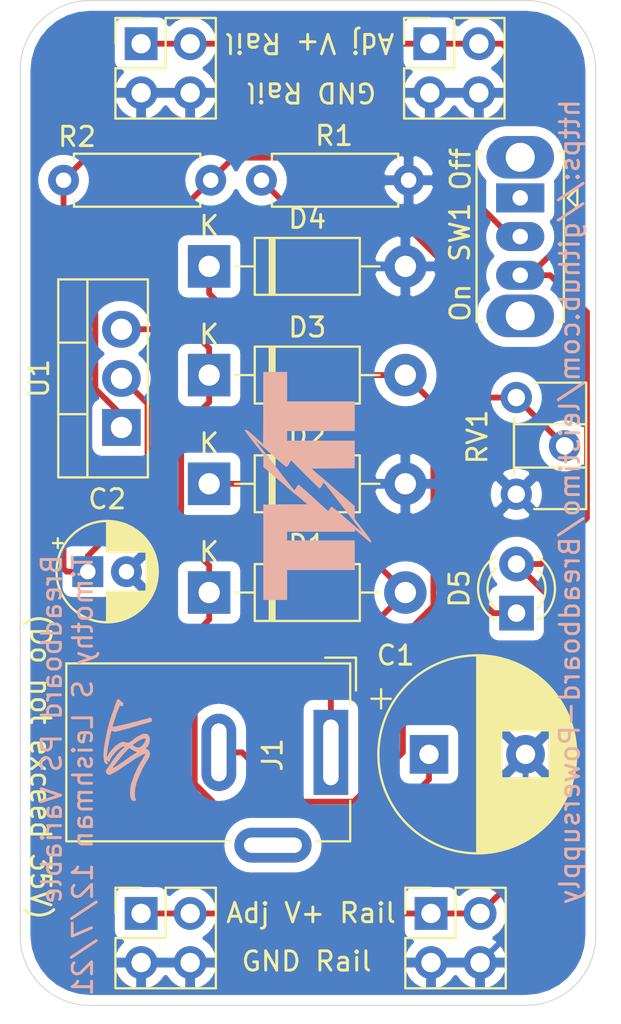
<source format=kicad_pcb>
(kicad_pcb (version 20171130) (host pcbnew "(5.1.4)-1")

  (general
    (thickness 1.6)
    (drawings 20)
    (tracks 94)
    (zones 0)
    (modules 19)
    (nets 11)
  )

  (page A4)
  (title_block
    (title "Breadboard 5V power supply ")
    (date 2021-12-01)
    (rev 2)
    (company TSL)
    (comment 1 "Tim Leishman")
  )

  (layers
    (0 F.Cu signal)
    (31 B.Cu signal)
    (32 B.Adhes user)
    (33 F.Adhes user)
    (34 B.Paste user)
    (35 F.Paste user)
    (36 B.SilkS user)
    (37 F.SilkS user)
    (38 B.Mask user)
    (39 F.Mask user)
    (40 Dwgs.User user)
    (41 Cmts.User user)
    (42 Eco1.User user)
    (43 Eco2.User user)
    (44 Edge.Cuts user)
    (45 Margin user)
    (46 B.CrtYd user)
    (47 F.CrtYd user)
    (48 B.Fab user)
    (49 F.Fab user)
  )

  (setup
    (last_trace_width 0.3)
    (user_trace_width 0.3)
    (trace_clearance 0.2)
    (zone_clearance 0.508)
    (zone_45_only no)
    (trace_min 0.2)
    (via_size 0.8)
    (via_drill 0.4)
    (via_min_size 0.4)
    (via_min_drill 0.3)
    (user_via 1 0.5)
    (uvia_size 0.3)
    (uvia_drill 0.1)
    (uvias_allowed no)
    (uvia_min_size 0.2)
    (uvia_min_drill 0.1)
    (edge_width 0.05)
    (segment_width 0.2)
    (pcb_text_width 0.3)
    (pcb_text_size 1.5 1.5)
    (mod_edge_width 0.12)
    (mod_text_size 1 1)
    (mod_text_width 0.15)
    (pad_size 1.524 1.524)
    (pad_drill 0.762)
    (pad_to_mask_clearance 0.051)
    (solder_mask_min_width 0.25)
    (aux_axis_origin 0 0)
    (visible_elements 7FFFFFFF)
    (pcbplotparams
      (layerselection 0x010fc_ffffffff)
      (usegerberextensions true)
      (usegerberattributes false)
      (usegerberadvancedattributes false)
      (creategerberjobfile false)
      (excludeedgelayer true)
      (linewidth 0.100000)
      (plotframeref false)
      (viasonmask false)
      (mode 1)
      (useauxorigin false)
      (hpglpennumber 1)
      (hpglpenspeed 20)
      (hpglpendiameter 15.000000)
      (psnegative false)
      (psa4output false)
      (plotreference true)
      (plotvalue true)
      (plotinvisibletext false)
      (padsonsilk false)
      (subtractmaskfromsilk false)
      (outputformat 1)
      (mirror false)
      (drillshape 0)
      (scaleselection 1)
      (outputdirectory "Gerber/"))
  )

  (net 0 "")
  (net 1 /Vin)
  (net 2 /Gnd)
  (net 3 "Net-(D1-Pad2)")
  (net 4 "Net-(D3-Pad2)")
  (net 5 "Net-(D5-Pad1)")
  (net 6 "Net-(J1-Pad3)")
  (net 7 "Net-(SW1-Pad1)")
  (net 8 /Vari-V)
  (net 9 /VariV-out)
  (net 10 "Net-(R2-Pad2)")

  (net_class Default "This is the default net class."
    (clearance 0.2)
    (trace_width 0.25)
    (via_dia 0.8)
    (via_drill 0.4)
    (uvia_dia 0.3)
    (uvia_drill 0.1)
    (add_net /Gnd)
    (add_net /Vari-V)
    (add_net /VariV-out)
    (add_net /Vin)
    (add_net "Net-(D1-Pad2)")
    (add_net "Net-(D3-Pad2)")
    (add_net "Net-(D5-Pad1)")
    (add_net "Net-(J1-Pad3)")
    (add_net "Net-(R2-Pad2)")
    (add_net "Net-(SW1-Pad1)")
  )

  (net_class Power ""
    (clearance 0.3)
    (trace_width 0.3)
    (via_dia 1)
    (via_drill 0.5)
    (uvia_dia 0.3)
    (uvia_drill 0.1)
  )

  (module Capacitor_THT:CP_Radial_D5.0mm_P2.00mm (layer F.Cu) (tedit 5AE50EF0) (tstamp 61A82AFA)
    (at 144.6276 101.6127)
    (descr "CP, Radial series, Radial, pin pitch=2.00mm, , diameter=5mm, Electrolytic Capacitor")
    (tags "CP Radial series Radial pin pitch 2.00mm  diameter 5mm Electrolytic Capacitor")
    (path /61B3A046)
    (fp_text reference C2 (at 1 -3.75) (layer F.SilkS)
      (effects (font (size 1 1) (thickness 0.15)))
    )
    (fp_text value 47µF (at 1 3.75) (layer F.Fab)
      (effects (font (size 1 1) (thickness 0.15)))
    )
    (fp_text user %R (at 1 0) (layer F.Fab)
      (effects (font (size 1 1) (thickness 0.15)))
    )
    (fp_line (start -1.554775 -1.725) (end -1.554775 -1.225) (layer F.SilkS) (width 0.12))
    (fp_line (start -1.804775 -1.475) (end -1.304775 -1.475) (layer F.SilkS) (width 0.12))
    (fp_line (start 3.601 -0.284) (end 3.601 0.284) (layer F.SilkS) (width 0.12))
    (fp_line (start 3.561 -0.518) (end 3.561 0.518) (layer F.SilkS) (width 0.12))
    (fp_line (start 3.521 -0.677) (end 3.521 0.677) (layer F.SilkS) (width 0.12))
    (fp_line (start 3.481 -0.805) (end 3.481 0.805) (layer F.SilkS) (width 0.12))
    (fp_line (start 3.441 -0.915) (end 3.441 0.915) (layer F.SilkS) (width 0.12))
    (fp_line (start 3.401 -1.011) (end 3.401 1.011) (layer F.SilkS) (width 0.12))
    (fp_line (start 3.361 -1.098) (end 3.361 1.098) (layer F.SilkS) (width 0.12))
    (fp_line (start 3.321 -1.178) (end 3.321 1.178) (layer F.SilkS) (width 0.12))
    (fp_line (start 3.281 -1.251) (end 3.281 1.251) (layer F.SilkS) (width 0.12))
    (fp_line (start 3.241 -1.319) (end 3.241 1.319) (layer F.SilkS) (width 0.12))
    (fp_line (start 3.201 -1.383) (end 3.201 1.383) (layer F.SilkS) (width 0.12))
    (fp_line (start 3.161 -1.443) (end 3.161 1.443) (layer F.SilkS) (width 0.12))
    (fp_line (start 3.121 -1.5) (end 3.121 1.5) (layer F.SilkS) (width 0.12))
    (fp_line (start 3.081 -1.554) (end 3.081 1.554) (layer F.SilkS) (width 0.12))
    (fp_line (start 3.041 -1.605) (end 3.041 1.605) (layer F.SilkS) (width 0.12))
    (fp_line (start 3.001 1.04) (end 3.001 1.653) (layer F.SilkS) (width 0.12))
    (fp_line (start 3.001 -1.653) (end 3.001 -1.04) (layer F.SilkS) (width 0.12))
    (fp_line (start 2.961 1.04) (end 2.961 1.699) (layer F.SilkS) (width 0.12))
    (fp_line (start 2.961 -1.699) (end 2.961 -1.04) (layer F.SilkS) (width 0.12))
    (fp_line (start 2.921 1.04) (end 2.921 1.743) (layer F.SilkS) (width 0.12))
    (fp_line (start 2.921 -1.743) (end 2.921 -1.04) (layer F.SilkS) (width 0.12))
    (fp_line (start 2.881 1.04) (end 2.881 1.785) (layer F.SilkS) (width 0.12))
    (fp_line (start 2.881 -1.785) (end 2.881 -1.04) (layer F.SilkS) (width 0.12))
    (fp_line (start 2.841 1.04) (end 2.841 1.826) (layer F.SilkS) (width 0.12))
    (fp_line (start 2.841 -1.826) (end 2.841 -1.04) (layer F.SilkS) (width 0.12))
    (fp_line (start 2.801 1.04) (end 2.801 1.864) (layer F.SilkS) (width 0.12))
    (fp_line (start 2.801 -1.864) (end 2.801 -1.04) (layer F.SilkS) (width 0.12))
    (fp_line (start 2.761 1.04) (end 2.761 1.901) (layer F.SilkS) (width 0.12))
    (fp_line (start 2.761 -1.901) (end 2.761 -1.04) (layer F.SilkS) (width 0.12))
    (fp_line (start 2.721 1.04) (end 2.721 1.937) (layer F.SilkS) (width 0.12))
    (fp_line (start 2.721 -1.937) (end 2.721 -1.04) (layer F.SilkS) (width 0.12))
    (fp_line (start 2.681 1.04) (end 2.681 1.971) (layer F.SilkS) (width 0.12))
    (fp_line (start 2.681 -1.971) (end 2.681 -1.04) (layer F.SilkS) (width 0.12))
    (fp_line (start 2.641 1.04) (end 2.641 2.004) (layer F.SilkS) (width 0.12))
    (fp_line (start 2.641 -2.004) (end 2.641 -1.04) (layer F.SilkS) (width 0.12))
    (fp_line (start 2.601 1.04) (end 2.601 2.035) (layer F.SilkS) (width 0.12))
    (fp_line (start 2.601 -2.035) (end 2.601 -1.04) (layer F.SilkS) (width 0.12))
    (fp_line (start 2.561 1.04) (end 2.561 2.065) (layer F.SilkS) (width 0.12))
    (fp_line (start 2.561 -2.065) (end 2.561 -1.04) (layer F.SilkS) (width 0.12))
    (fp_line (start 2.521 1.04) (end 2.521 2.095) (layer F.SilkS) (width 0.12))
    (fp_line (start 2.521 -2.095) (end 2.521 -1.04) (layer F.SilkS) (width 0.12))
    (fp_line (start 2.481 1.04) (end 2.481 2.122) (layer F.SilkS) (width 0.12))
    (fp_line (start 2.481 -2.122) (end 2.481 -1.04) (layer F.SilkS) (width 0.12))
    (fp_line (start 2.441 1.04) (end 2.441 2.149) (layer F.SilkS) (width 0.12))
    (fp_line (start 2.441 -2.149) (end 2.441 -1.04) (layer F.SilkS) (width 0.12))
    (fp_line (start 2.401 1.04) (end 2.401 2.175) (layer F.SilkS) (width 0.12))
    (fp_line (start 2.401 -2.175) (end 2.401 -1.04) (layer F.SilkS) (width 0.12))
    (fp_line (start 2.361 1.04) (end 2.361 2.2) (layer F.SilkS) (width 0.12))
    (fp_line (start 2.361 -2.2) (end 2.361 -1.04) (layer F.SilkS) (width 0.12))
    (fp_line (start 2.321 1.04) (end 2.321 2.224) (layer F.SilkS) (width 0.12))
    (fp_line (start 2.321 -2.224) (end 2.321 -1.04) (layer F.SilkS) (width 0.12))
    (fp_line (start 2.281 1.04) (end 2.281 2.247) (layer F.SilkS) (width 0.12))
    (fp_line (start 2.281 -2.247) (end 2.281 -1.04) (layer F.SilkS) (width 0.12))
    (fp_line (start 2.241 1.04) (end 2.241 2.268) (layer F.SilkS) (width 0.12))
    (fp_line (start 2.241 -2.268) (end 2.241 -1.04) (layer F.SilkS) (width 0.12))
    (fp_line (start 2.201 1.04) (end 2.201 2.29) (layer F.SilkS) (width 0.12))
    (fp_line (start 2.201 -2.29) (end 2.201 -1.04) (layer F.SilkS) (width 0.12))
    (fp_line (start 2.161 1.04) (end 2.161 2.31) (layer F.SilkS) (width 0.12))
    (fp_line (start 2.161 -2.31) (end 2.161 -1.04) (layer F.SilkS) (width 0.12))
    (fp_line (start 2.121 1.04) (end 2.121 2.329) (layer F.SilkS) (width 0.12))
    (fp_line (start 2.121 -2.329) (end 2.121 -1.04) (layer F.SilkS) (width 0.12))
    (fp_line (start 2.081 1.04) (end 2.081 2.348) (layer F.SilkS) (width 0.12))
    (fp_line (start 2.081 -2.348) (end 2.081 -1.04) (layer F.SilkS) (width 0.12))
    (fp_line (start 2.041 1.04) (end 2.041 2.365) (layer F.SilkS) (width 0.12))
    (fp_line (start 2.041 -2.365) (end 2.041 -1.04) (layer F.SilkS) (width 0.12))
    (fp_line (start 2.001 1.04) (end 2.001 2.382) (layer F.SilkS) (width 0.12))
    (fp_line (start 2.001 -2.382) (end 2.001 -1.04) (layer F.SilkS) (width 0.12))
    (fp_line (start 1.961 1.04) (end 1.961 2.398) (layer F.SilkS) (width 0.12))
    (fp_line (start 1.961 -2.398) (end 1.961 -1.04) (layer F.SilkS) (width 0.12))
    (fp_line (start 1.921 1.04) (end 1.921 2.414) (layer F.SilkS) (width 0.12))
    (fp_line (start 1.921 -2.414) (end 1.921 -1.04) (layer F.SilkS) (width 0.12))
    (fp_line (start 1.881 1.04) (end 1.881 2.428) (layer F.SilkS) (width 0.12))
    (fp_line (start 1.881 -2.428) (end 1.881 -1.04) (layer F.SilkS) (width 0.12))
    (fp_line (start 1.841 1.04) (end 1.841 2.442) (layer F.SilkS) (width 0.12))
    (fp_line (start 1.841 -2.442) (end 1.841 -1.04) (layer F.SilkS) (width 0.12))
    (fp_line (start 1.801 1.04) (end 1.801 2.455) (layer F.SilkS) (width 0.12))
    (fp_line (start 1.801 -2.455) (end 1.801 -1.04) (layer F.SilkS) (width 0.12))
    (fp_line (start 1.761 1.04) (end 1.761 2.468) (layer F.SilkS) (width 0.12))
    (fp_line (start 1.761 -2.468) (end 1.761 -1.04) (layer F.SilkS) (width 0.12))
    (fp_line (start 1.721 1.04) (end 1.721 2.48) (layer F.SilkS) (width 0.12))
    (fp_line (start 1.721 -2.48) (end 1.721 -1.04) (layer F.SilkS) (width 0.12))
    (fp_line (start 1.68 1.04) (end 1.68 2.491) (layer F.SilkS) (width 0.12))
    (fp_line (start 1.68 -2.491) (end 1.68 -1.04) (layer F.SilkS) (width 0.12))
    (fp_line (start 1.64 1.04) (end 1.64 2.501) (layer F.SilkS) (width 0.12))
    (fp_line (start 1.64 -2.501) (end 1.64 -1.04) (layer F.SilkS) (width 0.12))
    (fp_line (start 1.6 1.04) (end 1.6 2.511) (layer F.SilkS) (width 0.12))
    (fp_line (start 1.6 -2.511) (end 1.6 -1.04) (layer F.SilkS) (width 0.12))
    (fp_line (start 1.56 1.04) (end 1.56 2.52) (layer F.SilkS) (width 0.12))
    (fp_line (start 1.56 -2.52) (end 1.56 -1.04) (layer F.SilkS) (width 0.12))
    (fp_line (start 1.52 1.04) (end 1.52 2.528) (layer F.SilkS) (width 0.12))
    (fp_line (start 1.52 -2.528) (end 1.52 -1.04) (layer F.SilkS) (width 0.12))
    (fp_line (start 1.48 1.04) (end 1.48 2.536) (layer F.SilkS) (width 0.12))
    (fp_line (start 1.48 -2.536) (end 1.48 -1.04) (layer F.SilkS) (width 0.12))
    (fp_line (start 1.44 1.04) (end 1.44 2.543) (layer F.SilkS) (width 0.12))
    (fp_line (start 1.44 -2.543) (end 1.44 -1.04) (layer F.SilkS) (width 0.12))
    (fp_line (start 1.4 1.04) (end 1.4 2.55) (layer F.SilkS) (width 0.12))
    (fp_line (start 1.4 -2.55) (end 1.4 -1.04) (layer F.SilkS) (width 0.12))
    (fp_line (start 1.36 1.04) (end 1.36 2.556) (layer F.SilkS) (width 0.12))
    (fp_line (start 1.36 -2.556) (end 1.36 -1.04) (layer F.SilkS) (width 0.12))
    (fp_line (start 1.32 1.04) (end 1.32 2.561) (layer F.SilkS) (width 0.12))
    (fp_line (start 1.32 -2.561) (end 1.32 -1.04) (layer F.SilkS) (width 0.12))
    (fp_line (start 1.28 1.04) (end 1.28 2.565) (layer F.SilkS) (width 0.12))
    (fp_line (start 1.28 -2.565) (end 1.28 -1.04) (layer F.SilkS) (width 0.12))
    (fp_line (start 1.24 1.04) (end 1.24 2.569) (layer F.SilkS) (width 0.12))
    (fp_line (start 1.24 -2.569) (end 1.24 -1.04) (layer F.SilkS) (width 0.12))
    (fp_line (start 1.2 1.04) (end 1.2 2.573) (layer F.SilkS) (width 0.12))
    (fp_line (start 1.2 -2.573) (end 1.2 -1.04) (layer F.SilkS) (width 0.12))
    (fp_line (start 1.16 1.04) (end 1.16 2.576) (layer F.SilkS) (width 0.12))
    (fp_line (start 1.16 -2.576) (end 1.16 -1.04) (layer F.SilkS) (width 0.12))
    (fp_line (start 1.12 1.04) (end 1.12 2.578) (layer F.SilkS) (width 0.12))
    (fp_line (start 1.12 -2.578) (end 1.12 -1.04) (layer F.SilkS) (width 0.12))
    (fp_line (start 1.08 1.04) (end 1.08 2.579) (layer F.SilkS) (width 0.12))
    (fp_line (start 1.08 -2.579) (end 1.08 -1.04) (layer F.SilkS) (width 0.12))
    (fp_line (start 1.04 -2.58) (end 1.04 -1.04) (layer F.SilkS) (width 0.12))
    (fp_line (start 1.04 1.04) (end 1.04 2.58) (layer F.SilkS) (width 0.12))
    (fp_line (start 1 -2.58) (end 1 -1.04) (layer F.SilkS) (width 0.12))
    (fp_line (start 1 1.04) (end 1 2.58) (layer F.SilkS) (width 0.12))
    (fp_line (start -0.883605 -1.3375) (end -0.883605 -0.8375) (layer F.Fab) (width 0.1))
    (fp_line (start -1.133605 -1.0875) (end -0.633605 -1.0875) (layer F.Fab) (width 0.1))
    (fp_circle (center 1 0) (end 3.75 0) (layer F.CrtYd) (width 0.05))
    (fp_circle (center 1 0) (end 3.62 0) (layer F.SilkS) (width 0.12))
    (fp_circle (center 1 0) (end 3.5 0) (layer F.Fab) (width 0.1))
    (pad 2 thru_hole circle (at 2 0) (size 1.6 1.6) (drill 0.8) (layers *.Cu *.Mask)
      (net 2 /Gnd))
    (pad 1 thru_hole rect (at 0 0) (size 1.6 1.6) (drill 0.8) (layers *.Cu *.Mask)
      (net 8 /Vari-V))
    (model ${KISYS3DMOD}/Capacitor_THT.3dshapes/CP_Radial_D5.0mm_P2.00mm.wrl
      (at (xyz 0 0 0))
      (scale (xyz 1 1 1))
      (rotate (xyz 0 0 0))
    )
  )

  (module Package_TO_SOT_THT:TO-220-3_Vertical (layer F.Cu) (tedit 5AC8BA0D) (tstamp 61B04857)
    (at 146.3675 94.1578 90)
    (descr "TO-220-3, Vertical, RM 2.54mm, see https://www.vishay.com/docs/66542/to-220-1.pdf")
    (tags "TO-220-3 Vertical RM 2.54mm")
    (path /61B0D111)
    (fp_text reference U1 (at 2.54 -4.27 90) (layer F.SilkS)
      (effects (font (size 1 1) (thickness 0.15)))
    )
    (fp_text value LM317T (at 2.54 2.5 90) (layer F.Fab)
      (effects (font (size 1 1) (thickness 0.15)))
    )
    (fp_text user %R (at 2.54 -4.27 90) (layer F.Fab)
      (effects (font (size 1 1) (thickness 0.15)))
    )
    (fp_line (start 7.79 -3.4) (end -2.71 -3.4) (layer F.CrtYd) (width 0.05))
    (fp_line (start 7.79 1.51) (end 7.79 -3.4) (layer F.CrtYd) (width 0.05))
    (fp_line (start -2.71 1.51) (end 7.79 1.51) (layer F.CrtYd) (width 0.05))
    (fp_line (start -2.71 -3.4) (end -2.71 1.51) (layer F.CrtYd) (width 0.05))
    (fp_line (start 4.391 -3.27) (end 4.391 -1.76) (layer F.SilkS) (width 0.12))
    (fp_line (start 0.69 -3.27) (end 0.69 -1.76) (layer F.SilkS) (width 0.12))
    (fp_line (start -2.58 -1.76) (end 7.66 -1.76) (layer F.SilkS) (width 0.12))
    (fp_line (start 7.66 -3.27) (end 7.66 1.371) (layer F.SilkS) (width 0.12))
    (fp_line (start -2.58 -3.27) (end -2.58 1.371) (layer F.SilkS) (width 0.12))
    (fp_line (start -2.58 1.371) (end 7.66 1.371) (layer F.SilkS) (width 0.12))
    (fp_line (start -2.58 -3.27) (end 7.66 -3.27) (layer F.SilkS) (width 0.12))
    (fp_line (start 4.39 -3.15) (end 4.39 -1.88) (layer F.Fab) (width 0.1))
    (fp_line (start 0.69 -3.15) (end 0.69 -1.88) (layer F.Fab) (width 0.1))
    (fp_line (start -2.46 -1.88) (end 7.54 -1.88) (layer F.Fab) (width 0.1))
    (fp_line (start 7.54 -3.15) (end -2.46 -3.15) (layer F.Fab) (width 0.1))
    (fp_line (start 7.54 1.25) (end 7.54 -3.15) (layer F.Fab) (width 0.1))
    (fp_line (start -2.46 1.25) (end 7.54 1.25) (layer F.Fab) (width 0.1))
    (fp_line (start -2.46 -3.15) (end -2.46 1.25) (layer F.Fab) (width 0.1))
    (pad 3 thru_hole oval (at 5.08 0 90) (size 1.905 2) (drill 1.1) (layers *.Cu *.Mask)
      (net 1 /Vin))
    (pad 2 thru_hole oval (at 2.54 0 90) (size 1.905 2) (drill 1.1) (layers *.Cu *.Mask)
      (net 8 /Vari-V))
    (pad 1 thru_hole rect (at 0 0 90) (size 1.905 2) (drill 1.1) (layers *.Cu *.Mask)
      (net 10 "Net-(R2-Pad2)"))
    (model ${KISYS3DMOD}/Package_TO_SOT_THT.3dshapes/TO-220-3_Vertical.wrl
      (at (xyz 0 0 0))
      (scale (xyz 1 1 1))
      (rotate (xyz 0 0 0))
    )
  )

  (module Button_Switch_THT:SW_Slide_1P2T_CK_OS102011MS2Q (layer F.Cu) (tedit 5C5044D5) (tstamp 61B0483D)
    (at 167.0177 82.2833 270)
    (descr "CuK miniature slide switch, OS series, SPDT, https://www.ckswitches.com/media/1428/os.pdf")
    (tags "switch SPDT")
    (path /61B01603)
    (fp_text reference SW1 (at 1.778 3.1242 90) (layer F.SilkS)
      (effects (font (size 1 1) (thickness 0.15)))
    )
    (fp_text value SW_SPDT (at 2 3 90) (layer F.Fab)
      (effects (font (size 1 1) (thickness 0.15)))
    )
    (fp_line (start 0.5 -2.96) (end -0.5 -2.96) (layer F.SilkS) (width 0.12))
    (fp_line (start 0 -2.46) (end 0.5 -2.96) (layer F.SilkS) (width 0.12))
    (fp_line (start -0.5 -2.96) (end 0 -2.46) (layer F.SilkS) (width 0.12))
    (fp_line (start 0 -1.65) (end 0.5 -2.15) (layer F.Fab) (width 0.1))
    (fp_line (start -0.5 -2.15) (end 0 -1.65) (layer F.Fab) (width 0.1))
    (fp_line (start -3.45 2.4) (end -3.45 -2.4) (layer B.CrtYd) (width 0.05))
    (fp_line (start 7.45 2.4) (end -3.45 2.4) (layer B.CrtYd) (width 0.05))
    (fp_line (start 7.45 -2.4) (end 7.45 2.4) (layer B.CrtYd) (width 0.05))
    (fp_line (start -3.45 -2.4) (end 7.45 -2.4) (layer B.CrtYd) (width 0.05))
    (fp_text user %R (at 3.99 -2.99 90) (layer F.Fab)
      (effects (font (size 1 1) (thickness 0.15)))
    )
    (fp_line (start 6.41 2.26) (end 6.41 1.95) (layer F.SilkS) (width 0.12))
    (fp_line (start -2.41 2.26) (end -2.41 1.95) (layer F.SilkS) (width 0.12))
    (fp_line (start -2.41 -1.95) (end -2.41 -2.26) (layer F.SilkS) (width 0.12))
    (fp_line (start 6.41 2.26) (end -2.41 2.26) (layer F.SilkS) (width 0.12))
    (fp_line (start 6.41 -2.26) (end 6.41 -1.95) (layer F.SilkS) (width 0.12))
    (fp_line (start -2.41 -2.26) (end 6.41 -2.26) (layer F.SilkS) (width 0.12))
    (fp_line (start -2.3 -2.15) (end -0.5 -2.15) (layer F.Fab) (width 0.1))
    (fp_line (start 2 -1) (end 2 1) (layer F.Fab) (width 0.1))
    (fp_line (start 1.34 -1) (end 1.34 1) (layer F.Fab) (width 0.1))
    (fp_line (start 0.66 -1) (end 0.66 1) (layer F.Fab) (width 0.1))
    (fp_line (start 0 -1) (end 0 1) (layer F.Fab) (width 0.1))
    (fp_line (start 0 1) (end 4 1) (layer F.Fab) (width 0.1))
    (fp_line (start 4 -1) (end 4 1) (layer F.Fab) (width 0.1))
    (fp_line (start 0 -1) (end 4 -1) (layer F.Fab) (width 0.1))
    (fp_line (start -2.3 2.15) (end -2.3 -2.15) (layer F.Fab) (width 0.1))
    (fp_line (start 6.3 2.15) (end -2.3 2.15) (layer F.Fab) (width 0.1))
    (fp_line (start 6.3 -2.15) (end 6.3 2.15) (layer F.Fab) (width 0.1))
    (fp_line (start 0.5 -2.15) (end 6.3 -2.15) (layer F.Fab) (width 0.1))
    (pad "" thru_hole oval (at 6.1 0 270) (size 2.2 3.5) (drill 1.5) (layers *.Cu *.Mask))
    (pad "" thru_hole oval (at -2.1 0 270) (size 2.2 3.5) (drill 1.5) (layers *.Cu *.Mask))
    (pad 3 thru_hole oval (at 4 0 270) (size 1.5 2.5) (drill 0.8) (layers *.Cu *.Mask)
      (net 9 /VariV-out))
    (pad 2 thru_hole oval (at 2 0 270) (size 1.5 2.5) (drill 0.8) (layers *.Cu *.Mask)
      (net 8 /Vari-V))
    (pad 1 thru_hole rect (at 0 0 270) (size 1.5 2.5) (drill 0.8) (layers *.Cu *.Mask)
      (net 7 "Net-(SW1-Pad1)"))
    (model ${KISYS3DMOD}/Button_Switch_THT.3dshapes/SW_Slide_1P2T_CK_OS102011MS2Q.wrl
      (at (xyz 0 0 0))
      (scale (xyz 1 1 1))
      (rotate (xyz 0 0 0))
    )
    (model ${KISYS3DMOD}/Button_Switch_THT.3dshapes/SW_CuK_JS202011CQN_DPDT_Straight.wrl
      (offset (xyz -0.5 1.75 0))
      (scale (xyz 1 1 1))
      (rotate (xyz 0 0 0))
    )
  )

  (module Potentiometer_THT:Potentiometer_ACP_CA6-H2,5_Horizontal (layer F.Cu) (tedit 5A3D4994) (tstamp 61AFED72)
    (at 166.8145 92.6084)
    (descr "Potentiometer, horizontal, ACP CA6-H2,5, http://www.acptechnologies.com/wp-content/uploads/2017/06/01-ACP-CA6.pdf")
    (tags "Potentiometer horizontal ACP CA6-H2,5")
    (path /61B0F06C)
    (fp_text reference RV1 (at -2.0193 2.032 270) (layer F.SilkS)
      (effects (font (size 1 1) (thickness 0.15)))
    )
    (fp_text value 5KΩ (at 0 7.06) (layer F.Fab)
      (effects (font (size 1 1) (thickness 0.15)))
    )
    (fp_text user %R (at 1.75 2.5) (layer F.Fab)
      (effects (font (size 0.78 0.78) (thickness 0.15)))
    )
    (fp_line (start 3.75 -1.1) (end -1.1 -1.1) (layer F.CrtYd) (width 0.05))
    (fp_line (start 3.75 6.1) (end 3.75 -1.1) (layer F.CrtYd) (width 0.05))
    (fp_line (start -1.1 6.1) (end 3.75 6.1) (layer F.CrtYd) (width 0.05))
    (fp_line (start -1.1 -1.1) (end -1.1 6.1) (layer F.CrtYd) (width 0.05))
    (fp_line (start 3.62 1.38) (end 3.62 3.62) (layer F.SilkS) (width 0.12))
    (fp_line (start -0.121 1.38) (end -0.121 3.62) (layer F.SilkS) (width 0.12))
    (fp_line (start -0.121 3.62) (end 3.62 3.62) (layer F.SilkS) (width 0.12))
    (fp_line (start -0.121 1.38) (end 3.62 1.38) (layer F.SilkS) (width 0.12))
    (fp_line (start -0.121 1.066) (end -0.121 3.935) (layer F.SilkS) (width 0.12))
    (fp_line (start 3.62 -0.77) (end 3.62 5.77) (layer F.SilkS) (width 0.12))
    (fp_line (start 0.925 5.77) (end 3.62 5.77) (layer F.SilkS) (width 0.12))
    (fp_line (start 0.925 -0.77) (end 3.62 -0.77) (layer F.SilkS) (width 0.12))
    (fp_line (start 3.5 1.5) (end 0 1.5) (layer F.Fab) (width 0.1))
    (fp_line (start 3.5 3.5) (end 3.5 1.5) (layer F.Fab) (width 0.1))
    (fp_line (start 0 3.5) (end 3.5 3.5) (layer F.Fab) (width 0.1))
    (fp_line (start 0 1.5) (end 0 3.5) (layer F.Fab) (width 0.1))
    (fp_line (start 0 -0.65) (end 3.5 -0.65) (layer F.Fab) (width 0.1))
    (fp_line (start 0 5.65) (end 0 -0.65) (layer F.Fab) (width 0.1))
    (fp_line (start 3.5 5.65) (end 0 5.65) (layer F.Fab) (width 0.1))
    (fp_line (start 3.5 -0.65) (end 3.5 5.65) (layer F.Fab) (width 0.1))
    (pad 1 thru_hole circle (at 0 0) (size 1.62 1.62) (drill 0.9) (layers *.Cu *.Mask)
      (net 10 "Net-(R2-Pad2)"))
    (pad 2 thru_hole circle (at 2.5 2.5) (size 1.62 1.62) (drill 0.9) (layers *.Cu *.Mask)
      (net 10 "Net-(R2-Pad2)"))
    (pad 3 thru_hole circle (at 0 5) (size 1.62 1.62) (drill 0.9) (layers *.Cu *.Mask)
      (net 2 /Gnd))
    (model ${KISYS3DMOD}/Potentiometer_THT.3dshapes/Potentiometer_ACP_CA6-H2,5_Horizontal.wrl
      (at (xyz 0 0 0))
      (scale (xyz 1 1 1))
      (rotate (xyz 0 0 0))
    )
    (model ${KISYS3DMOD}/Potentiometer_THT.3dshapes/Potentiometer_Bourns_3339P_Vertical.step
      (at (xyz 0 0 0))
      (scale (xyz 1 1 1))
      (rotate (xyz 0 0 180))
    )
  )

  (module Resistor_THT:R_Axial_DIN0207_L6.3mm_D2.5mm_P7.62mm_Horizontal (layer F.Cu) (tedit 5AE5139B) (tstamp 61B047FC)
    (at 143.3703 81.3689)
    (descr "Resistor, Axial_DIN0207 series, Axial, Horizontal, pin pitch=7.62mm, 0.25W = 1/4W, length*diameter=6.3*2.5mm^2, http://cdn-reichelt.de/documents/datenblatt/B400/1_4W%23YAG.pdf")
    (tags "Resistor Axial_DIN0207 series Axial Horizontal pin pitch 7.62mm 0.25W = 1/4W length 6.3mm diameter 2.5mm")
    (path /61B0DE8B)
    (fp_text reference R2 (at 0.6985 -2.2479) (layer F.SilkS)
      (effects (font (size 1 1) (thickness 0.15)))
    )
    (fp_text value 240Ω (at 3.81 2.37) (layer F.Fab)
      (effects (font (size 1 1) (thickness 0.15)))
    )
    (fp_text user %R (at 3.81 0) (layer F.Fab)
      (effects (font (size 1 1) (thickness 0.15)))
    )
    (fp_line (start 8.67 -1.5) (end -1.05 -1.5) (layer F.CrtYd) (width 0.05))
    (fp_line (start 8.67 1.5) (end 8.67 -1.5) (layer F.CrtYd) (width 0.05))
    (fp_line (start -1.05 1.5) (end 8.67 1.5) (layer F.CrtYd) (width 0.05))
    (fp_line (start -1.05 -1.5) (end -1.05 1.5) (layer F.CrtYd) (width 0.05))
    (fp_line (start 7.08 1.37) (end 7.08 1.04) (layer F.SilkS) (width 0.12))
    (fp_line (start 0.54 1.37) (end 7.08 1.37) (layer F.SilkS) (width 0.12))
    (fp_line (start 0.54 1.04) (end 0.54 1.37) (layer F.SilkS) (width 0.12))
    (fp_line (start 7.08 -1.37) (end 7.08 -1.04) (layer F.SilkS) (width 0.12))
    (fp_line (start 0.54 -1.37) (end 7.08 -1.37) (layer F.SilkS) (width 0.12))
    (fp_line (start 0.54 -1.04) (end 0.54 -1.37) (layer F.SilkS) (width 0.12))
    (fp_line (start 7.62 0) (end 6.96 0) (layer F.Fab) (width 0.1))
    (fp_line (start 0 0) (end 0.66 0) (layer F.Fab) (width 0.1))
    (fp_line (start 6.96 -1.25) (end 0.66 -1.25) (layer F.Fab) (width 0.1))
    (fp_line (start 6.96 1.25) (end 6.96 -1.25) (layer F.Fab) (width 0.1))
    (fp_line (start 0.66 1.25) (end 6.96 1.25) (layer F.Fab) (width 0.1))
    (fp_line (start 0.66 -1.25) (end 0.66 1.25) (layer F.Fab) (width 0.1))
    (pad 2 thru_hole oval (at 7.62 0) (size 1.6 1.6) (drill 0.8) (layers *.Cu *.Mask)
      (net 10 "Net-(R2-Pad2)"))
    (pad 1 thru_hole circle (at 0 0) (size 1.6 1.6) (drill 0.8) (layers *.Cu *.Mask)
      (net 8 /Vari-V))
    (model ${KISYS3DMOD}/Resistor_THT.3dshapes/R_Axial_DIN0207_L6.3mm_D2.5mm_P7.62mm_Horizontal.wrl
      (at (xyz 0 0 0))
      (scale (xyz 1 1 1))
      (rotate (xyz 0 0 0))
    )
  )

  (module "Kicad:TSL logo 13mm x 9mm" (layer B.Cu) (tedit 0) (tstamp 61AAEFF8)
    (at 147.6756 110.9599 270)
    (fp_text reference G*** (at 0 0 90) (layer B.SilkS) hide
      (effects (font (size 1.524 1.524) (thickness 0.3)) (justify mirror))
    )
    (fp_text value LOGO (at 0.75 0 90) (layer B.SilkS) hide
      (effects (font (size 1.524 1.524) (thickness 0.3)) (justify mirror))
    )
    (fp_poly (pts (xy 0.262039 2.227445) (xy 0.338131 2.222363) (xy 0.402872 2.214716) (xy 0.452531 2.204635)
      (xy 0.466382 2.200297) (xy 0.489412 2.19132) (xy 0.508565 2.181221) (xy 0.52843 2.166651)
      (xy 0.553596 2.144258) (xy 0.587257 2.112047) (xy 0.612098 2.080436) (xy 0.61875 2.05277)
      (xy 0.607323 2.031027) (xy 0.582199 2.018309) (xy 0.560565 2.01449) (xy 0.540449 2.018549)
      (xy 0.51456 2.032526) (xy 0.501717 2.040846) (xy 0.461524 2.063972) (xy 0.433891 2.071891)
      (xy 0.419123 2.064563) (xy 0.41656 2.05232) (xy 0.420169 2.035801) (xy 0.425165 2.032)
      (xy 0.438361 2.025944) (xy 0.456305 2.012457) (xy 0.472151 1.992217) (xy 0.476232 1.964906)
      (xy 0.475639 1.954319) (xy 0.472472 1.931303) (xy 0.464295 1.917964) (xy 0.445737 1.909127)
      (xy 0.42164 1.902306) (xy 0.389143 1.892362) (xy 0.351519 1.878878) (xy 0.314569 1.864185)
      (xy 0.284096 1.850615) (xy 0.265902 1.840501) (xy 0.26416 1.839009) (xy 0.253598 1.830271)
      (xy 0.232662 1.81414) (xy 0.220683 1.805139) (xy 0.193287 1.783542) (xy 0.170391 1.763529)
      (xy 0.164803 1.757992) (xy 0.149249 1.744061) (xy 0.121827 1.721852) (xy 0.087118 1.695017)
      (xy 0.06604 1.679209) (xy -0.001724 1.622791) (xy -0.071583 1.553796) (xy -0.138172 1.478201)
      (xy -0.196121 1.401986) (xy -0.229503 1.350048) (xy -0.24547 1.326991) (xy -0.257845 1.312006)
      (xy -0.271711 1.290318) (xy -0.287369 1.256847) (xy -0.30179 1.219338) (xy -0.311944 1.185537)
      (xy -0.31496 1.166004) (xy -0.308365 1.150168) (xy -0.291379 1.147415) (xy -0.268206 1.15669)
      (xy -0.243048 1.176934) (xy -0.234745 1.18618) (xy -0.156857 1.275305) (xy -0.072836 1.361009)
      (xy 0.00508 1.43334) (xy 0.046101 1.470168) (xy 0.084661 1.504915) (xy 0.116664 1.533885)
      (xy 0.138019 1.553381) (xy 0.139411 1.554666) (xy 0.162308 1.573318) (xy 0.180786 1.584043)
      (xy 0.185131 1.585051) (xy 0.198831 1.591237) (xy 0.222895 1.607464) (xy 0.252406 1.630383)
      (xy 0.255945 1.633311) (xy 0.296123 1.665918) (xy 0.341675 1.701626) (xy 0.37539 1.7272)
      (xy 0.407001 1.750755) (xy 0.433171 1.770436) (xy 0.44875 1.782368) (xy 0.449644 1.78308)
      (xy 0.469395 1.797576) (xy 0.502884 1.82067) (xy 0.54696 1.850313) (xy 0.598471 1.884453)
      (xy 0.654264 1.92104) (xy 0.711188 1.958023) (xy 0.76609 1.993351) (xy 0.815818 2.024975)
      (xy 0.85722 2.050842) (xy 0.887143 2.068903) (xy 0.899721 2.075878) (xy 0.947378 2.097692)
      (xy 0.983796 2.10808) (xy 1.014641 2.106887) (xy 1.045583 2.093956) (xy 1.079863 2.07093)
      (xy 1.116943 2.040001) (xy 1.138938 2.013572) (xy 1.143789 2.001841) (xy 1.15014 1.973555)
      (xy 1.158239 1.941426) (xy 1.158307 1.94117) (xy 1.162458 1.913894) (xy 1.15927 1.896064)
      (xy 1.158811 1.89545) (xy 1.150698 1.882358) (xy 1.135739 1.855432) (xy 1.116276 1.818965)
      (xy 1.100248 1.78816) (xy 1.06375 1.718771) (xy 1.033556 1.664542) (xy 1.010382 1.626725)
      (xy 0.998446 1.61036) (xy 0.989027 1.594634) (xy 0.977245 1.569452) (xy 0.975642 1.565614)
      (xy 0.96329 1.541003) (xy 0.943563 1.507301) (xy 0.919906 1.469795) (xy 0.895764 1.433776)
      (xy 0.874582 1.404533) (xy 0.859804 1.387355) (xy 0.859217 1.38684) (xy 0.848011 1.373105)
      (xy 0.830882 1.347586) (xy 0.814512 1.3208) (xy 0.789615 1.280452) (xy 0.760304 1.235941)
      (xy 0.741574 1.20904) (xy 0.715244 1.171571) (xy 0.68895 1.132778) (xy 0.673269 1.108703)
      (xy 0.651586 1.075192) (xy 0.629927 1.042908) (xy 0.622691 1.032503) (xy 0.604064 1.003913)
      (xy 0.5831 0.968552) (xy 0.574829 0.953625) (xy 0.557706 0.92386) (xy 0.542248 0.900321)
      (xy 0.536093 0.892665) (xy 0.52492 0.878342) (xy 0.506097 0.851474) (xy 0.482825 0.816696)
      (xy 0.470375 0.79756) (xy 0.44367 0.757225) (xy 0.417323 0.719296) (xy 0.395674 0.68996)
      (xy 0.389341 0.682062) (xy 0.333213 0.602101) (xy 0.293735 0.52578) (xy 0.279957 0.498576)
      (xy 0.26836 0.481074) (xy 0.263696 0.47752) (xy 0.255553 0.46888) (xy 0.245782 0.447542)
      (xy 0.24384 0.44196) (xy 0.233905 0.418771) (xy 0.224332 0.406833) (xy 0.222732 0.4064)
      (xy 0.214413 0.39816) (xy 0.21336 0.39116) (xy 0.209055 0.377624) (xy 0.205418 0.37592)
      (xy 0.198137 0.367098) (xy 0.188671 0.344707) (xy 0.183976 0.3302) (xy 0.174278 0.303269)
      (xy 0.164996 0.286842) (xy 0.161438 0.28448) (xy 0.153414 0.276235) (xy 0.1524 0.26924)
      (xy 0.146913 0.25572) (xy 0.14224 0.254) (xy 0.133985 0.245491) (xy 0.13208 0.23368)
      (xy 0.127825 0.217171) (xy 0.12192 0.21336) (xy 0.113549 0.204889) (xy 0.11176 0.193887)
      (xy 0.106879 0.176003) (xy 0.100944 0.170809) (xy 0.093045 0.159395) (xy 0.086145 0.135066)
      (xy 0.084366 0.124242) (xy 0.081637 0.097354) (xy 0.084915 0.084944) (xy 0.096924 0.081439)
      (xy 0.105342 0.08128) (xy 0.125066 0.084599) (xy 0.13208 0.09144) (xy 0.140589 0.099695)
      (xy 0.1524 0.1016) (xy 0.168933 0.1048) (xy 0.172738 0.10922) (xy 0.181287 0.119725)
      (xy 0.203982 0.135974) (xy 0.236444 0.155359) (xy 0.274295 0.175276) (xy 0.313156 0.193118)
      (xy 0.31496 0.193873) (xy 0.349483 0.209395) (xy 0.379143 0.224707) (xy 0.392524 0.233026)
      (xy 0.419002 0.251861) (xy 0.436949 0.26416) (xy 0.458597 0.279796) (xy 0.471144 0.290185)
      (xy 0.487923 0.301498) (xy 0.513315 0.314496) (xy 0.51562 0.315525) (xy 0.537494 0.327107)
      (xy 0.548372 0.336667) (xy 0.54864 0.337761) (xy 0.556903 0.344583) (xy 0.56388 0.34544)
      (xy 0.577412 0.350074) (xy 0.57912 0.353998) (xy 0.587684 0.361905) (xy 0.610537 0.375633)
      (xy 0.643417 0.392713) (xy 0.65786 0.399665) (xy 0.700392 0.42044) (xy 0.741337 0.441668)
      (xy 0.772959 0.459316) (xy 0.77724 0.46191) (xy 0.806759 0.477289) (xy 0.833144 0.486361)
      (xy 0.84074 0.487363) (xy 0.858598 0.490831) (xy 0.8636 0.49621) (xy 0.872222 0.50662)
      (xy 0.892861 0.51777) (xy 0.917676 0.526088) (xy 0.934111 0.52832) (xy 0.952832 0.53556)
      (xy 0.958714 0.54356) (xy 0.972549 0.554946) (xy 0.994274 0.5588) (xy 1.017292 0.563087)
      (xy 1.029341 0.572758) (xy 1.042088 0.583735) (xy 1.066444 0.592567) (xy 1.071068 0.593538)
      (xy 1.094815 0.599817) (xy 1.107009 0.606607) (xy 1.10744 0.607833) (xy 1.10995 0.612427)
      (xy 1.119013 0.618365) (xy 1.13692 0.626571) (xy 1.165968 0.637968) (xy 1.20845 0.65348)
      (xy 1.26666 0.674031) (xy 1.305552 0.687587) (xy 1.357699 0.706085) (xy 1.406216 0.72397)
      (xy 1.446169 0.739376) (xy 1.472625 0.750442) (xy 1.475356 0.751723) (xy 1.508424 0.764941)
      (xy 1.548807 0.777468) (xy 1.566804 0.781946) (xy 1.601316 0.790508) (xy 1.630195 0.799142)
      (xy 1.64084 0.803177) (xy 1.670389 0.812578) (xy 1.716698 0.822298) (xy 1.776223 0.831875)
      (xy 1.845418 0.840848) (xy 1.920739 0.848756) (xy 1.998641 0.855138) (xy 2.072864 0.859413)
      (xy 2.137071 0.861542) (xy 2.182194 0.861355) (xy 2.20934 0.858813) (xy 2.219347 0.854431)
      (xy 2.233433 0.846627) (xy 2.257894 0.843228) (xy 2.258659 0.843224) (xy 2.290263 0.839984)
      (xy 2.328825 0.831487) (xy 2.369503 0.819427) (xy 2.407461 0.805499) (xy 2.437859 0.791397)
      (xy 2.455858 0.778816) (xy 2.45872 0.77317) (xy 2.464949 0.761023) (xy 2.477382 0.745801)
      (xy 2.489557 0.722985) (xy 2.499204 0.687631) (xy 2.505033 0.64748) (xy 2.505757 0.610275)
      (xy 2.503007 0.59182) (xy 2.496173 0.577481) (xy 2.481656 0.57074) (xy 2.453421 0.568967)
      (xy 2.450582 0.56896) (xy 2.404305 0.57526) (xy 2.357998 0.591717) (xy 2.357787 0.59182)
      (xy 2.340596 0.599717) (xy 2.323481 0.605529) (xy 2.303116 0.609552) (xy 2.276176 0.612081)
      (xy 2.239335 0.613412) (xy 2.189269 0.613839) (xy 2.122651 0.613659) (xy 2.112388 0.613605)
      (xy 2.032114 0.612643) (xy 1.969264 0.610603) (xy 1.920963 0.607291) (xy 1.884335 0.602517)
      (xy 1.858388 0.596643) (xy 1.802143 0.581259) (xy 1.741169 0.56598) (xy 1.683232 0.552665)
      (xy 1.636097 0.543173) (xy 1.631788 0.542422) (xy 1.598185 0.534712) (xy 1.558283 0.522891)
      (xy 1.540491 0.516761) (xy 1.507903 0.506017) (xy 1.480979 0.499161) (xy 1.470803 0.49784)
      (xy 1.455642 0.493083) (xy 1.45288 0.48768) (xy 1.444185 0.480043) (xy 1.42748 0.47752)
      (xy 1.408386 0.474043) (xy 1.40208 0.46736) (xy 1.394283 0.457573) (xy 1.391429 0.4572)
      (xy 1.376444 0.453064) (xy 1.351048 0.442626) (xy 1.33872 0.43688) (xy 1.309492 0.424481)
      (xy 1.285639 0.417288) (xy 1.279621 0.41656) (xy 1.259578 0.410589) (xy 1.23835 0.397638)
      (xy 1.211371 0.380855) (xy 1.18872 0.371343) (xy 1.166255 0.363142) (xy 1.133296 0.349205)
      (xy 1.10236 0.335062) (xy 1.06595 0.318343) (xy 1.018336 0.297229) (xy 0.967101 0.275062)
      (xy 0.9398 0.263493) (xy 0.895193 0.244167) (xy 0.85526 0.22579) (xy 0.825229 0.210826)
      (xy 0.8128 0.203635) (xy 0.794411 0.192242) (xy 0.762534 0.173546) (xy 0.72148 0.15004)
      (xy 0.675562 0.124215) (xy 0.67056 0.121429) (xy 0.618298 0.091736) (xy 0.564654 0.060219)
      (xy 0.516258 0.030829) (xy 0.482496 0.009349) (xy 0.446582 -0.013477) (xy 0.414579 -0.03221)
      (xy 0.392151 -0.043578) (xy 0.388516 -0.044946) (xy 0.37085 -0.054073) (xy 0.36576 -0.061644)
      (xy 0.357572 -0.070166) (xy 0.351245 -0.07112) (xy 0.331761 -0.077687) (xy 0.323305 -0.083999)
      (xy 0.298965 -0.100283) (xy 0.260307 -0.11849) (xy 0.212968 -0.136696) (xy 0.162584 -0.152981)
      (xy 0.114789 -0.165422) (xy 0.075221 -0.172095) (xy 0.063222 -0.17272) (xy 0.002469 -0.163135)
      (xy -0.055295 -0.136587) (xy -0.105672 -0.096381) (xy -0.144265 -0.045826) (xy -0.163004 -0.00254)
      (xy -0.175211 0.026455) (xy -0.190917 0.038951) (xy -0.212169 0.034797) (xy -0.241014 0.013838)
      (xy -0.266141 -0.010221) (xy -0.294397 -0.037646) (xy -0.320483 -0.058951) (xy -0.349406 -0.077186)
      (xy -0.38617 -0.0954) (xy -0.435779 -0.116643) (xy -0.451101 -0.122917) (xy -0.514937 -0.143025)
      (xy -0.586978 -0.156199) (xy -0.659878 -0.16171) (xy -0.726288 -0.158832) (xy -0.757893 -0.153288)
      (xy -0.802697 -0.136923) (xy -0.850216 -0.110697) (xy -0.894094 -0.078929) (xy -0.927977 -0.045937)
      (xy -0.939421 -0.029928) (xy -0.949947 -0.007117) (xy -0.955935 0.020395) (xy -0.958306 0.058487)
      (xy -0.958353 0.090998) (xy -0.957451 0.126526) (xy -0.95707 0.131023) (xy -0.725705 0.131023)
      (xy -0.724348 0.087071) (xy -0.714486 0.05842) (xy -0.699284 0.051642) (xy -0.668708 0.05328)
      (xy -0.625783 0.063121) (xy -0.618988 0.065132) (xy -0.53191 0.099253) (xy -0.452485 0.145333)
      (xy -0.386259 0.200051) (xy -0.37592 0.210828) (xy -0.322903 0.271677) (xy -0.284952 0.32365)
      (xy -0.260577 0.369656) (xy -0.248292 0.412602) (xy -0.246606 0.455397) (xy -0.247206 0.46228)
      (xy -0.253705 0.497629) (xy -0.26521 0.53676) (xy -0.279398 0.573549) (xy -0.293944 0.60187)
      (xy -0.30509 0.614859) (xy -0.313763 0.629198) (xy -0.314973 0.63814) (xy -0.322517 0.660396)
      (xy -0.34081 0.68463) (xy -0.363383 0.703877) (xy -0.382841 0.7112) (xy -0.402191 0.701986)
      (xy -0.419864 0.67818) (xy -0.435213 0.65361) (xy -0.458913 0.620898) (xy -0.485841 0.587115)
      (xy -0.485918 0.587024) (xy -0.512214 0.554202) (xy -0.534751 0.523399) (xy -0.548767 0.501133)
      (xy -0.549007 0.500664) (xy -0.56248 0.475986) (xy -0.58167 0.443098) (xy -0.594706 0.42164)
      (xy -0.643561 0.337395) (xy -0.683946 0.25692) (xy -0.713261 0.185445) (xy -0.715589 0.178681)
      (xy -0.725705 0.131023) (xy -0.95707 0.131023) (xy -0.954864 0.157015) (xy -0.949405 0.185971)
      (xy -0.939887 0.216898) (xy -0.925122 0.253304) (xy -0.903922 0.298693) (xy -0.875101 0.356573)
      (xy -0.855027 0.396067) (xy -0.818165 0.466643) (xy -0.786325 0.52314) (xy -0.756528 0.570156)
      (xy -0.725794 0.612292) (xy -0.691144 0.654145) (xy -0.678541 0.668454) (xy -0.646159 0.707724)
      (xy -0.612594 0.752955) (xy -0.592172 0.783376) (xy -0.567893 0.820782) (xy -0.543149 0.856994)
      (xy -0.52578 0.880859) (xy -0.519823 0.890118) (xy -0.21336 0.890118) (xy -0.208184 0.862083)
      (xy -0.191327 0.828253) (xy -0.167944 0.793982) (xy -0.106936 0.702522) (xy -0.063533 0.617487)
      (xy -0.044796 0.56642) (xy -0.029924 0.528332) (xy -0.01435 0.510281) (xy 0.002977 0.511986)
      (xy 0.023112 0.533168) (xy 0.031617 0.5461) (xy 0.050063 0.578011) (xy 0.066032 0.608788)
      (xy 0.068631 0.614378) (xy 0.082504 0.640841) (xy 0.095653 0.660098) (xy 0.10812 0.677672)
      (xy 0.125252 0.705599) (xy 0.135831 0.72424) (xy 0.153881 0.754347) (xy 0.179758 0.794097)
      (xy 0.209098 0.836878) (xy 0.222966 0.85632) (xy 0.258167 0.905084) (xy 0.285654 0.943623)
      (xy 0.309724 0.978105) (xy 0.334672 1.014695) (xy 0.364795 1.059561) (xy 0.370841 1.068607)
      (xy 0.396315 1.105318) (xy 0.421385 1.139107) (xy 0.441058 1.163268) (xy 0.442749 1.165127)
      (xy 0.461623 1.188183) (xy 0.48596 1.221515) (xy 0.510616 1.258067) (xy 0.511524 1.259477)
      (xy 0.537745 1.29957) (xy 0.565116 1.340291) (xy 0.586595 1.371237) (xy 0.608801 1.403645)
      (xy 0.628672 1.434759) (xy 0.63632 1.4478) (xy 0.648225 1.467834) (xy 0.668545 1.50049)
      (xy 0.694534 1.541411) (xy 0.723446 1.58624) (xy 0.726367 1.59073) (xy 0.764036 1.651101)
      (xy 0.790291 1.698763) (xy 0.804773 1.732902) (xy 0.807122 1.752706) (xy 0.800039 1.75768)
      (xy 0.787243 1.752405) (xy 0.763125 1.738584) (xy 0.732205 1.719222) (xy 0.699005 1.697325)
      (xy 0.668045 1.675901) (xy 0.643849 1.657954) (xy 0.630936 1.646491) (xy 0.62992 1.644577)
      (xy 0.622187 1.635902) (xy 0.601312 1.618369) (xy 0.570783 1.594802) (xy 0.54518 1.57597)
      (xy 0.499378 1.54132) (xy 0.450804 1.502029) (xy 0.407773 1.464896) (xy 0.39532 1.453439)
      (xy 0.364801 1.425874) (xy 0.338964 1.404704) (xy 0.32188 1.393182) (xy 0.318346 1.392002)
      (xy 0.304593 1.385572) (xy 0.303106 1.382986) (xy 0.294353 1.373778) (xy 0.272547 1.354454)
      (xy 0.240587 1.327486) (xy 0.201372 1.295347) (xy 0.18288 1.280455) (xy 0.140008 1.24572)
      (xy 0.10176 1.214002) (xy 0.071492 1.188137) (xy 0.05256 1.170963) (xy 0.049067 1.167341)
      (xy 0.031634 1.149774) (xy 0.005491 1.126061) (xy -0.011893 1.111211) (xy -0.048672 1.079586)
      (xy -0.086801 1.045101) (xy -0.12322 1.010738) (xy -0.154866 0.979479) (xy -0.178679 0.954306)
      (xy -0.191597 0.938202) (xy -0.19304 0.934754) (xy -0.200751 0.924862) (xy -0.2032 0.92456)
      (xy -0.210002 0.91565) (xy -0.213302 0.893826) (xy -0.21336 0.890118) (xy -0.519823 0.890118)
      (xy -0.508347 0.907953) (xy -0.500035 0.935945) (xy -0.497988 0.974218) (xy -0.500763 1.015239)
      (xy -0.507651 1.055385) (xy -0.51231 1.071901) (xy -0.522762 1.107053) (xy -0.532786 1.148871)
      (xy -0.536273 1.166419) (xy -0.540249 1.193787) (xy -0.540292 1.217906) (xy -0.535477 1.244773)
      (xy -0.524877 1.280385) (xy -0.513523 1.313719) (xy -0.479886 1.398184) (xy -0.444043 1.465246)
      (xy -0.406761 1.513471) (xy -0.405705 1.514536) (xy -0.389101 1.534143) (xy -0.367356 1.56365)
      (xy -0.350978 1.587851) (xy -0.324577 1.623501) (xy -0.290664 1.662706) (xy -0.262106 1.69164)
      (xy -0.207045 1.742104) (xy -0.155397 1.787769) (xy -0.110029 1.826199) (xy -0.073806 1.854959)
      (xy -0.051932 1.870238) (xy -0.029866 1.885467) (xy -0.016437 1.89802) (xy -0.016084 1.898556)
      (xy -0.005287 1.90883) (xy 0.015982 1.92528) (xy 0.041777 1.943719) (xy 0.066149 1.959958)
      (xy 0.083151 1.969808) (xy 0.086842 1.97104) (xy 0.097591 1.975068) (xy 0.121665 1.985677)
      (xy 0.154071 2.000661) (xy 0.157452 2.002256) (xy 0.195358 2.021999) (xy 0.216475 2.03802)
      (xy 0.223487 2.052401) (xy 0.22352 2.053479) (xy 0.222116 2.063407) (xy 0.215138 2.068769)
      (xy 0.198436 2.070259) (xy 0.167859 2.068571) (xy 0.14478 2.06664) (xy 0.106 2.062416)
      (xy 0.074909 2.057462) (xy 0.05725 2.052727) (xy 0.05588 2.051925) (xy 0.042282 2.047954)
      (xy 0.012785 2.042964) (xy -0.028259 2.037595) (xy -0.0762 2.032515) (xy -0.164347 2.022464)
      (xy -0.248925 2.00963) (xy -0.324244 1.994983) (xy -0.381722 1.980369) (xy -0.416045 1.973409)
      (xy -0.445803 1.97104) (xy -0.476487 1.968706) (xy -0.513872 1.962859) (xy -0.526361 1.960254)
      (xy -0.565782 1.951417) (xy -0.605262 1.94269) (xy -0.61468 1.940633) (xy -0.642395 1.93461)
      (xy -0.683277 1.925728) (xy -0.730638 1.915438) (xy -0.75692 1.909729) (xy -0.81119 1.897661)
      (xy -0.868596 1.884447) (xy -0.919497 1.872319) (xy -0.935412 1.868389) (xy -0.975447 1.859076)
      (xy -1.01032 1.852236) (xy -1.033282 1.849174) (xy -1.035198 1.84912) (xy -1.06057 1.84255)
      (xy -1.073332 1.83388) (xy -1.094959 1.821136) (xy -1.108166 1.81864) (xy -1.121851 1.8158)
      (xy -1.126213 1.80535) (xy -1.120879 1.784402) (xy -1.105477 1.750065) (xy -1.097152 1.733389)
      (xy -1.078805 1.694185) (xy -1.069635 1.662795) (xy -1.06896 1.631531) (xy -1.076102 1.592702)
      (xy -1.082489 1.567676) (xy -1.092892 1.52713) (xy -1.102471 1.487361) (xy -1.106768 1.46812)
      (xy -1.113246 1.440072) (xy -1.124042 1.396196) (xy -1.138166 1.340281) (xy -1.15463 1.276114)
      (xy -1.172443 1.207483) (xy -1.190617 1.138174) (xy -1.208162 1.071977) (xy -1.224089 1.012678)
      (xy -1.237409 0.964064) (xy -1.247133 0.929924) (xy -1.248743 0.92456) (xy -1.258317 0.892647)
      (xy -1.272099 0.845984) (xy -1.288687 0.789354) (xy -1.30668 0.727538) (xy -1.320233 0.68072)
      (xy -1.338285 0.61864) (xy -1.35596 0.558645) (xy -1.371876 0.505372) (xy -1.384649 0.463457)
      (xy -1.391434 0.44196) (xy -1.411578 0.378328) (xy -1.433143 0.307136) (xy -1.454487 0.234075)
      (xy -1.47397 0.164836) (xy -1.48995 0.105109) (xy -1.498382 0.07112) (xy -1.508933 0.028972)
      (xy -1.523311 -0.024768) (xy -1.539386 -0.082265) (xy -1.55091 -0.12192) (xy -1.569234 -0.180241)
      (xy -1.58565 -0.221567) (xy -1.602576 -0.248757) (xy -1.622434 -0.264669) (xy -1.647643 -0.272163)
      (xy -1.679722 -0.274094) (xy -1.713889 -0.271822) (xy -1.737907 -0.262162) (xy -1.758462 -0.244621)
      (xy -1.776641 -0.222376) (xy -1.785765 -0.198273) (xy -1.785954 -0.168017) (xy -1.777326 -0.127318)
      (xy -1.763025 -0.080923) (xy -1.75099 -0.042673) (xy -1.742019 -0.01049) (xy -1.737764 0.00962)
      (xy -1.737625 0.011545) (xy -1.734476 0.028825) (xy -1.726398 0.05925) (xy -1.715027 0.096735)
      (xy -1.713011 0.102985) (xy -1.700166 0.144626) (xy -1.689323 0.183664) (xy -1.682706 0.212055)
      (xy -1.682472 0.21336) (xy -1.672736 0.258391) (xy -1.65722 0.316938) (xy -1.637421 0.383544)
      (xy -1.625248 0.42164) (xy -1.611633 0.467029) (xy -1.598066 0.518282) (xy -1.59095 0.54864)
      (xy -1.578913 0.602446) (xy -1.565554 0.659419) (xy -1.551859 0.715647) (xy -1.538816 0.767215)
      (xy -1.527413 0.810209) (xy -1.518637 0.840714) (xy -1.513895 0.854073) (xy -1.50714 0.873688)
      (xy -1.49661 0.913207) (xy -1.482319 0.972571) (xy -1.464281 1.051722) (xy -1.442511 1.150598)
      (xy -1.441954 1.15316) (xy -1.430926 1.202891) (xy -1.419787 1.251383) (xy -1.410264 1.291188)
      (xy -1.406634 1.30556) (xy -1.399946 1.331586) (xy -1.393335 1.358368) (xy -1.38571 1.390513)
      (xy -1.375981 1.432631) (xy -1.363057 1.489331) (xy -1.360952 1.4986) (xy -1.345811 1.569675)
      (xy -1.334272 1.632924) (xy -1.326783 1.68528) (xy -1.323794 1.723681) (xy -1.325106 1.74297)
      (xy -1.332183 1.761302) (xy -1.34524 1.76641) (xy -1.364468 1.763755) (xy -1.391286 1.757092)
      (xy -1.433144 1.745061) (xy -1.48589 1.728976) (xy -1.545374 1.710149) (xy -1.607445 1.689894)
      (xy -1.667953 1.669525) (xy -1.72212 1.65058) (xy -1.766666 1.634832) (xy -1.808126 1.620554)
      (xy -1.839931 1.609997) (xy -1.84912 1.607124) (xy -1.879452 1.597671) (xy -1.922792 1.583742)
      (xy -1.972907 1.567386) (xy -2.023561 1.55065) (xy -2.068518 1.535583) (xy -2.101545 1.524235)
      (xy -2.10312 1.523678) (xy -2.15904 1.502566) (xy -2.223403 1.476224) (xy -2.286532 1.448621)
      (xy -2.29108 1.44655) (xy -2.329882 1.430135) (xy -2.369702 1.415261) (xy -2.38506 1.410237)
      (xy -2.411105 1.400386) (xy -2.426479 1.390807) (xy -2.42824 1.387575) (xy -2.424113 1.373375)
      (xy -2.413659 1.348355) (xy -2.407242 1.334638) (xy -2.394119 1.29808) (xy -2.389187 1.263704)
      (xy -2.389462 1.257771) (xy -2.39268 1.22428) (xy -2.476118 1.221336) (xy -2.559555 1.218391)
      (xy -2.585338 1.259234) (xy -2.600514 1.284388) (xy -2.60978 1.30189) (xy -2.61112 1.305844)
      (xy -2.618967 1.319039) (xy -2.637796 1.336194) (xy -2.660539 1.351934) (xy -2.680131 1.360883)
      (xy -2.684221 1.36144) (xy -2.700235 1.370409) (xy -2.717127 1.393333) (xy -2.731807 1.424239)
      (xy -2.741184 1.457152) (xy -2.742977 1.475015) (xy -2.738091 1.501407) (xy -2.720898 1.521902)
      (xy -2.688346 1.539222) (xy -2.659516 1.549432) (xy -2.599033 1.570299) (xy -2.546834 1.591475)
      (xy -2.516009 1.606565) (xy -2.493802 1.616227) (xy -2.456029 1.629864) (xy -2.406742 1.64615)
      (xy -2.349992 1.663756) (xy -2.289829 1.681357) (xy -2.274739 1.685598) (xy -2.165297 1.721229)
      (xy -2.042534 1.770904) (xy -2.02692 1.7778) (xy -1.995041 1.790979) (xy -1.966456 1.801179)
      (xy -1.96088 1.802828) (xy -1.932442 1.811896) (xy -1.91516 1.818569) (xy -1.893171 1.826667)
      (xy -1.855388 1.839078) (xy -1.805598 1.854664) (xy -1.747584 1.87229) (xy -1.685129 1.890821)
      (xy -1.622018 1.909121) (xy -1.562035 1.926054) (xy -1.508964 1.940485) (xy -1.50876 1.940539)
      (xy -1.459372 1.95374) (xy -1.415117 1.965806) (xy -1.380844 1.9754) (xy -1.36144 1.981172)
      (xy -1.339189 1.987515) (xy -1.304269 1.99642) (xy -1.26385 2.006064) (xy -1.25984 2.006985)
      (xy -1.210515 2.018672) (xy -1.157685 2.03179) (xy -1.1176 2.042224) (xy -1.076316 2.052396)
      (xy -1.024313 2.063878) (xy -0.970917 2.074641) (xy -0.95504 2.077605) (xy -0.852376 2.096327)
      (xy -0.767707 2.111792) (xy -0.699037 2.12437) (xy -0.644367 2.134427) (xy -0.601699 2.142333)
      (xy -0.569036 2.148456) (xy -0.54438 2.153163) (xy -0.5334 2.155303) (xy -0.418547 2.175764)
      (xy -0.290061 2.19489) (xy -0.154624 2.211732) (xy -0.08128 2.21951) (xy 0.002934 2.225995)
      (xy 0.090711 2.229392) (xy 0.178323 2.229832) (xy 0.262039 2.227445)) (layer B.SilkS) (width 0.01))
  )

  (module "Kicad:TNT Logo 12.6mm x 7mm" (layer B.Cu) (tedit 0) (tstamp 61AAEEA7)
    (at 156.0322 97.1804 270)
    (fp_text reference G*** (at 0 0 270) (layer B.SilkS) hide
      (effects (font (size 1.524 1.524) (thickness 0.3)) (justify mirror))
    )
    (fp_text value LOGO (at 0.75 0 270) (layer B.SilkS) hide
      (effects (font (size 1.524 1.524) (thickness 0.3)) (justify mirror))
    )
    (fp_poly (pts (xy -2.845704 3.261465) (xy -2.785576 3.218602) (xy -2.695739 3.151829) (xy -2.581251 3.064965)
      (xy -2.447167 2.961825) (xy -2.298544 2.846228) (xy -2.231882 2.794) (xy -1.617225 2.3114)
      (xy -1.297563 2.309776) (xy -0.9779 2.308151) (xy -0.4318 1.658194) (xy -0.294329 1.495288)
      (xy -0.160878 1.33847) (xy -0.036592 1.193687) (xy 0.073387 1.066883) (xy 0.163916 0.964004)
      (xy 0.22985 0.890996) (xy 0.253434 0.866069) (xy 0.324698 0.790011) (xy 0.384378 0.720477)
      (xy 0.420901 0.671047) (xy 0.423448 0.666615) (xy 0.450467 0.627508) (xy 0.50403 0.558458)
      (xy 0.577383 0.467886) (xy 0.66377 0.364216) (xy 0.703413 0.317506) (xy 0.9525 0.025683)
      (xy 0.959108 1.168542) (xy 0.965717 2.3114) (xy 5.8928 2.3114) (xy 5.8928 1.0922)
      (xy 4.3434 1.0922) (xy 4.3434 -2.413) (xy 2.8194 -2.413) (xy 2.8194 1.0922)
      (xy 2.3622 1.0922) (xy 2.3622 -2.409625) (xy 2.298452 -2.417662) (xy 2.279312 -2.422983)
      (xy 2.27289 -2.436043) (xy 2.282564 -2.461712) (xy 2.311713 -2.504857) (xy 2.363714 -2.570347)
      (xy 2.441947 -2.663051) (xy 2.549788 -2.787836) (xy 2.577233 -2.8194) (xy 2.680558 -2.939612)
      (xy 2.771446 -3.048129) (xy 2.844887 -3.138738) (xy 2.895869 -3.205227) (xy 2.919382 -3.241384)
      (xy 2.920381 -3.24485) (xy 2.913518 -3.268267) (xy 2.889476 -3.272907) (xy 2.844954 -3.256749)
      (xy 2.776651 -3.217773) (xy 2.681266 -3.153961) (xy 2.555498 -3.063292) (xy 2.396045 -2.943747)
      (xy 2.266521 -2.8448) (xy 1.70426 -2.413) (xy 1.043079 -2.413) (xy 0.388189 -1.661707)
      (xy 0.239582 -1.491119) (xy 0.098206 -1.328632) (xy -0.031692 -1.179141) (xy -0.145868 -1.047539)
      (xy -0.240077 -0.93872) (xy -0.310073 -0.857578) (xy -0.351612 -0.809006) (xy -0.35544 -0.804457)
      (xy -0.405969 -0.744685) (xy -0.480188 -0.657599) (xy -0.568584 -0.554333) (xy -0.661642 -0.446019)
      (xy -0.67294 -0.432899) (xy -0.9017 -0.167298) (xy -0.908315 -1.290149) (xy -0.914929 -2.413)
      (xy -2.3368 -2.413) (xy -2.3368 1.0922) (xy -2.8448 1.0922) (xy -2.8448 -2.413)
      (xy -4.3688 -2.413) (xy -4.3688 1.0922) (xy -5.8928 1.0922) (xy -5.8928 2.311073)
      (xy -4.026098 2.317587) (xy -2.159395 2.3241) (xy -2.527433 2.73813) (xy -2.374345 2.73813)
      (xy -2.359388 2.718163) (xy -2.314085 2.664307) (xy -2.241928 2.580564) (xy -2.146409 2.470933)
      (xy -2.031021 2.339415) (xy -1.899254 2.190011) (xy -1.754602 2.026722) (xy -1.68559 1.949054)
      (xy -1.53053 1.773559) (xy -1.388605 1.610699) (xy -1.263134 1.464436) (xy -1.157441 1.338736)
      (xy -1.074846 1.237564) (xy -1.018671 1.164885) (xy -0.992237 1.124663) (xy -0.9906 1.11939)
      (xy -1.011599 1.078818) (xy -1.076348 1.026879) (xy -1.159209 0.976881) (xy -1.327818 0.88259)
      (xy -0.600409 0.156466) (xy -0.442282 -0.002129) (xy -0.295992 -0.150293) (xy -0.165352 -0.284057)
      (xy -0.05417 -0.399454) (xy 0.033742 -0.492518) (xy 0.094573 -0.559282) (xy 0.124514 -0.595777)
      (xy 0.127 -0.600839) (xy 0.106137 -0.62762) (xy 0.051415 -0.66798) (xy -0.025369 -0.713232)
      (xy -0.026196 -0.713673) (xy -0.101549 -0.757881) (xy -0.153457 -0.796171) (xy -0.170995 -0.820446)
      (xy -0.170877 -0.820869) (xy -0.149991 -0.840113) (xy -0.093071 -0.88674) (xy -0.004231 -0.957586)
      (xy 0.112417 -1.049486) (xy 0.252762 -1.159277) (xy 0.412689 -1.283793) (xy 0.588087 -1.41987)
      (xy 0.774844 -1.564345) (xy 0.968846 -1.714052) (xy 1.165982 -1.865828) (xy 1.362138 -2.016507)
      (xy 1.553203 -2.162926) (xy 1.735064 -2.30192) (xy 1.903609 -2.430324) (xy 2.054725 -2.544975)
      (xy 2.184299 -2.642709) (xy 2.288219 -2.720359) (xy 2.362373 -2.774763) (xy 2.402648 -2.802756)
      (xy 2.408822 -2.805841) (xy 2.394567 -2.785694) (xy 2.350304 -2.731445) (xy 2.279521 -2.647183)
      (xy 2.185705 -2.536997) (xy 2.072344 -2.404978) (xy 1.942927 -2.255213) (xy 1.800942 -2.091793)
      (xy 1.748422 -2.031553) (xy 1.602145 -1.862919) (xy 1.466911 -1.705076) (xy 1.346288 -1.562336)
      (xy 1.243846 -1.439011) (xy 1.163153 -1.33941) (xy 1.107779 -1.267847) (xy 1.081292 -1.228631)
      (xy 1.0795 -1.223538) (xy 1.100148 -1.187842) (xy 1.152604 -1.143993) (xy 1.18745 -1.122542)
      (xy 1.250312 -1.083911) (xy 1.289228 -1.052383) (xy 1.2954 -1.041997) (xy 1.278764 -1.019271)
      (xy 1.231322 -0.963397) (xy 1.156772 -0.878512) (xy 1.058811 -0.768753) (xy 0.941137 -0.638257)
      (xy 0.807448 -0.491159) (xy 0.661441 -0.331597) (xy 0.6223 -0.288995) (xy 0.473456 -0.12605)
      (xy 0.336026 0.026472) (xy 0.213728 0.164288) (xy 0.110281 0.283115) (xy 0.029402 0.37867)
      (xy -0.02519 0.446671) (xy -0.049777 0.482835) (xy -0.0508 0.486342) (xy -0.028889 0.523839)
      (xy 0.030869 0.573152) (xy 0.0889 0.609601) (xy 0.161281 0.653903) (xy 0.211768 0.690327)
      (xy 0.2286 0.709369) (xy 0.20924 0.727513) (xy 0.153869 0.773398) (xy 0.066545 0.843861)
      (xy -0.048672 0.935737) (xy -0.187722 1.045863) (xy -0.346546 1.171074) (xy -0.521085 1.308206)
      (xy -0.707279 1.454096) (xy -0.901069 1.605578) (xy -1.098394 1.75949) (xy -1.295196 1.912668)
      (xy -1.487414 2.061946) (xy -1.670991 2.204161) (xy -1.841865 2.33615) (xy -1.995977 2.454748)
      (xy -2.129268 2.556791) (xy -2.237679 2.639115) (xy -2.31715 2.698556) (xy -2.363621 2.73195)
      (xy -2.374345 2.73813) (xy -2.527433 2.73813) (xy -2.527498 2.738202) (xy -2.664229 2.894194)
      (xy -2.767279 3.016885) (xy -2.838769 3.109016) (xy -2.880815 3.173329) (xy -2.895538 3.212565)
      (xy -2.8956 3.214452) (xy -2.887035 3.261541) (xy -2.871069 3.2766) (xy -2.845704 3.261465)) (layer B.SilkS) (width 0.01))
  )

  (module Capacitor_THT:CP_Radial_D10.0mm_P5.00mm (layer F.Cu) (tedit 5AE50EF1) (tstamp 61A82A8E)
    (at 162.2933 111.0615)
    (descr "CP, Radial series, Radial, pin pitch=5.00mm, , diameter=10mm, Electrolytic Capacitor")
    (tags "CP Radial series Radial pin pitch 5.00mm  diameter 10mm Electrolytic Capacitor")
    (path /61B3AA97)
    (fp_text reference C1 (at -1.7272 -5.1181) (layer F.SilkS)
      (effects (font (size 1 1) (thickness 0.15)))
    )
    (fp_text value 470µF (at 2.5 6.25) (layer F.Fab)
      (effects (font (size 1 1) (thickness 0.15)))
    )
    (fp_circle (center 2.5 0) (end 7.5 0) (layer F.Fab) (width 0.1))
    (fp_circle (center 2.5 0) (end 7.62 0) (layer F.SilkS) (width 0.12))
    (fp_circle (center 2.5 0) (end 7.75 0) (layer F.CrtYd) (width 0.05))
    (fp_line (start -1.788861 -2.1875) (end -0.788861 -2.1875) (layer F.Fab) (width 0.1))
    (fp_line (start -1.288861 -2.6875) (end -1.288861 -1.6875) (layer F.Fab) (width 0.1))
    (fp_line (start 2.5 -5.08) (end 2.5 5.08) (layer F.SilkS) (width 0.12))
    (fp_line (start 2.54 -5.08) (end 2.54 5.08) (layer F.SilkS) (width 0.12))
    (fp_line (start 2.58 -5.08) (end 2.58 5.08) (layer F.SilkS) (width 0.12))
    (fp_line (start 2.62 -5.079) (end 2.62 5.079) (layer F.SilkS) (width 0.12))
    (fp_line (start 2.66 -5.078) (end 2.66 5.078) (layer F.SilkS) (width 0.12))
    (fp_line (start 2.7 -5.077) (end 2.7 5.077) (layer F.SilkS) (width 0.12))
    (fp_line (start 2.74 -5.075) (end 2.74 5.075) (layer F.SilkS) (width 0.12))
    (fp_line (start 2.78 -5.073) (end 2.78 5.073) (layer F.SilkS) (width 0.12))
    (fp_line (start 2.82 -5.07) (end 2.82 5.07) (layer F.SilkS) (width 0.12))
    (fp_line (start 2.86 -5.068) (end 2.86 5.068) (layer F.SilkS) (width 0.12))
    (fp_line (start 2.9 -5.065) (end 2.9 5.065) (layer F.SilkS) (width 0.12))
    (fp_line (start 2.94 -5.062) (end 2.94 5.062) (layer F.SilkS) (width 0.12))
    (fp_line (start 2.98 -5.058) (end 2.98 5.058) (layer F.SilkS) (width 0.12))
    (fp_line (start 3.02 -5.054) (end 3.02 5.054) (layer F.SilkS) (width 0.12))
    (fp_line (start 3.06 -5.05) (end 3.06 5.05) (layer F.SilkS) (width 0.12))
    (fp_line (start 3.1 -5.045) (end 3.1 5.045) (layer F.SilkS) (width 0.12))
    (fp_line (start 3.14 -5.04) (end 3.14 5.04) (layer F.SilkS) (width 0.12))
    (fp_line (start 3.18 -5.035) (end 3.18 5.035) (layer F.SilkS) (width 0.12))
    (fp_line (start 3.221 -5.03) (end 3.221 5.03) (layer F.SilkS) (width 0.12))
    (fp_line (start 3.261 -5.024) (end 3.261 5.024) (layer F.SilkS) (width 0.12))
    (fp_line (start 3.301 -5.018) (end 3.301 5.018) (layer F.SilkS) (width 0.12))
    (fp_line (start 3.341 -5.011) (end 3.341 5.011) (layer F.SilkS) (width 0.12))
    (fp_line (start 3.381 -5.004) (end 3.381 5.004) (layer F.SilkS) (width 0.12))
    (fp_line (start 3.421 -4.997) (end 3.421 4.997) (layer F.SilkS) (width 0.12))
    (fp_line (start 3.461 -4.99) (end 3.461 4.99) (layer F.SilkS) (width 0.12))
    (fp_line (start 3.501 -4.982) (end 3.501 4.982) (layer F.SilkS) (width 0.12))
    (fp_line (start 3.541 -4.974) (end 3.541 4.974) (layer F.SilkS) (width 0.12))
    (fp_line (start 3.581 -4.965) (end 3.581 4.965) (layer F.SilkS) (width 0.12))
    (fp_line (start 3.621 -4.956) (end 3.621 4.956) (layer F.SilkS) (width 0.12))
    (fp_line (start 3.661 -4.947) (end 3.661 4.947) (layer F.SilkS) (width 0.12))
    (fp_line (start 3.701 -4.938) (end 3.701 4.938) (layer F.SilkS) (width 0.12))
    (fp_line (start 3.741 -4.928) (end 3.741 4.928) (layer F.SilkS) (width 0.12))
    (fp_line (start 3.781 -4.918) (end 3.781 -1.241) (layer F.SilkS) (width 0.12))
    (fp_line (start 3.781 1.241) (end 3.781 4.918) (layer F.SilkS) (width 0.12))
    (fp_line (start 3.821 -4.907) (end 3.821 -1.241) (layer F.SilkS) (width 0.12))
    (fp_line (start 3.821 1.241) (end 3.821 4.907) (layer F.SilkS) (width 0.12))
    (fp_line (start 3.861 -4.897) (end 3.861 -1.241) (layer F.SilkS) (width 0.12))
    (fp_line (start 3.861 1.241) (end 3.861 4.897) (layer F.SilkS) (width 0.12))
    (fp_line (start 3.901 -4.885) (end 3.901 -1.241) (layer F.SilkS) (width 0.12))
    (fp_line (start 3.901 1.241) (end 3.901 4.885) (layer F.SilkS) (width 0.12))
    (fp_line (start 3.941 -4.874) (end 3.941 -1.241) (layer F.SilkS) (width 0.12))
    (fp_line (start 3.941 1.241) (end 3.941 4.874) (layer F.SilkS) (width 0.12))
    (fp_line (start 3.981 -4.862) (end 3.981 -1.241) (layer F.SilkS) (width 0.12))
    (fp_line (start 3.981 1.241) (end 3.981 4.862) (layer F.SilkS) (width 0.12))
    (fp_line (start 4.021 -4.85) (end 4.021 -1.241) (layer F.SilkS) (width 0.12))
    (fp_line (start 4.021 1.241) (end 4.021 4.85) (layer F.SilkS) (width 0.12))
    (fp_line (start 4.061 -4.837) (end 4.061 -1.241) (layer F.SilkS) (width 0.12))
    (fp_line (start 4.061 1.241) (end 4.061 4.837) (layer F.SilkS) (width 0.12))
    (fp_line (start 4.101 -4.824) (end 4.101 -1.241) (layer F.SilkS) (width 0.12))
    (fp_line (start 4.101 1.241) (end 4.101 4.824) (layer F.SilkS) (width 0.12))
    (fp_line (start 4.141 -4.811) (end 4.141 -1.241) (layer F.SilkS) (width 0.12))
    (fp_line (start 4.141 1.241) (end 4.141 4.811) (layer F.SilkS) (width 0.12))
    (fp_line (start 4.181 -4.797) (end 4.181 -1.241) (layer F.SilkS) (width 0.12))
    (fp_line (start 4.181 1.241) (end 4.181 4.797) (layer F.SilkS) (width 0.12))
    (fp_line (start 4.221 -4.783) (end 4.221 -1.241) (layer F.SilkS) (width 0.12))
    (fp_line (start 4.221 1.241) (end 4.221 4.783) (layer F.SilkS) (width 0.12))
    (fp_line (start 4.261 -4.768) (end 4.261 -1.241) (layer F.SilkS) (width 0.12))
    (fp_line (start 4.261 1.241) (end 4.261 4.768) (layer F.SilkS) (width 0.12))
    (fp_line (start 4.301 -4.754) (end 4.301 -1.241) (layer F.SilkS) (width 0.12))
    (fp_line (start 4.301 1.241) (end 4.301 4.754) (layer F.SilkS) (width 0.12))
    (fp_line (start 4.341 -4.738) (end 4.341 -1.241) (layer F.SilkS) (width 0.12))
    (fp_line (start 4.341 1.241) (end 4.341 4.738) (layer F.SilkS) (width 0.12))
    (fp_line (start 4.381 -4.723) (end 4.381 -1.241) (layer F.SilkS) (width 0.12))
    (fp_line (start 4.381 1.241) (end 4.381 4.723) (layer F.SilkS) (width 0.12))
    (fp_line (start 4.421 -4.707) (end 4.421 -1.241) (layer F.SilkS) (width 0.12))
    (fp_line (start 4.421 1.241) (end 4.421 4.707) (layer F.SilkS) (width 0.12))
    (fp_line (start 4.461 -4.69) (end 4.461 -1.241) (layer F.SilkS) (width 0.12))
    (fp_line (start 4.461 1.241) (end 4.461 4.69) (layer F.SilkS) (width 0.12))
    (fp_line (start 4.501 -4.674) (end 4.501 -1.241) (layer F.SilkS) (width 0.12))
    (fp_line (start 4.501 1.241) (end 4.501 4.674) (layer F.SilkS) (width 0.12))
    (fp_line (start 4.541 -4.657) (end 4.541 -1.241) (layer F.SilkS) (width 0.12))
    (fp_line (start 4.541 1.241) (end 4.541 4.657) (layer F.SilkS) (width 0.12))
    (fp_line (start 4.581 -4.639) (end 4.581 -1.241) (layer F.SilkS) (width 0.12))
    (fp_line (start 4.581 1.241) (end 4.581 4.639) (layer F.SilkS) (width 0.12))
    (fp_line (start 4.621 -4.621) (end 4.621 -1.241) (layer F.SilkS) (width 0.12))
    (fp_line (start 4.621 1.241) (end 4.621 4.621) (layer F.SilkS) (width 0.12))
    (fp_line (start 4.661 -4.603) (end 4.661 -1.241) (layer F.SilkS) (width 0.12))
    (fp_line (start 4.661 1.241) (end 4.661 4.603) (layer F.SilkS) (width 0.12))
    (fp_line (start 4.701 -4.584) (end 4.701 -1.241) (layer F.SilkS) (width 0.12))
    (fp_line (start 4.701 1.241) (end 4.701 4.584) (layer F.SilkS) (width 0.12))
    (fp_line (start 4.741 -4.564) (end 4.741 -1.241) (layer F.SilkS) (width 0.12))
    (fp_line (start 4.741 1.241) (end 4.741 4.564) (layer F.SilkS) (width 0.12))
    (fp_line (start 4.781 -4.545) (end 4.781 -1.241) (layer F.SilkS) (width 0.12))
    (fp_line (start 4.781 1.241) (end 4.781 4.545) (layer F.SilkS) (width 0.12))
    (fp_line (start 4.821 -4.525) (end 4.821 -1.241) (layer F.SilkS) (width 0.12))
    (fp_line (start 4.821 1.241) (end 4.821 4.525) (layer F.SilkS) (width 0.12))
    (fp_line (start 4.861 -4.504) (end 4.861 -1.241) (layer F.SilkS) (width 0.12))
    (fp_line (start 4.861 1.241) (end 4.861 4.504) (layer F.SilkS) (width 0.12))
    (fp_line (start 4.901 -4.483) (end 4.901 -1.241) (layer F.SilkS) (width 0.12))
    (fp_line (start 4.901 1.241) (end 4.901 4.483) (layer F.SilkS) (width 0.12))
    (fp_line (start 4.941 -4.462) (end 4.941 -1.241) (layer F.SilkS) (width 0.12))
    (fp_line (start 4.941 1.241) (end 4.941 4.462) (layer F.SilkS) (width 0.12))
    (fp_line (start 4.981 -4.44) (end 4.981 -1.241) (layer F.SilkS) (width 0.12))
    (fp_line (start 4.981 1.241) (end 4.981 4.44) (layer F.SilkS) (width 0.12))
    (fp_line (start 5.021 -4.417) (end 5.021 -1.241) (layer F.SilkS) (width 0.12))
    (fp_line (start 5.021 1.241) (end 5.021 4.417) (layer F.SilkS) (width 0.12))
    (fp_line (start 5.061 -4.395) (end 5.061 -1.241) (layer F.SilkS) (width 0.12))
    (fp_line (start 5.061 1.241) (end 5.061 4.395) (layer F.SilkS) (width 0.12))
    (fp_line (start 5.101 -4.371) (end 5.101 -1.241) (layer F.SilkS) (width 0.12))
    (fp_line (start 5.101 1.241) (end 5.101 4.371) (layer F.SilkS) (width 0.12))
    (fp_line (start 5.141 -4.347) (end 5.141 -1.241) (layer F.SilkS) (width 0.12))
    (fp_line (start 5.141 1.241) (end 5.141 4.347) (layer F.SilkS) (width 0.12))
    (fp_line (start 5.181 -4.323) (end 5.181 -1.241) (layer F.SilkS) (width 0.12))
    (fp_line (start 5.181 1.241) (end 5.181 4.323) (layer F.SilkS) (width 0.12))
    (fp_line (start 5.221 -4.298) (end 5.221 -1.241) (layer F.SilkS) (width 0.12))
    (fp_line (start 5.221 1.241) (end 5.221 4.298) (layer F.SilkS) (width 0.12))
    (fp_line (start 5.261 -4.273) (end 5.261 -1.241) (layer F.SilkS) (width 0.12))
    (fp_line (start 5.261 1.241) (end 5.261 4.273) (layer F.SilkS) (width 0.12))
    (fp_line (start 5.301 -4.247) (end 5.301 -1.241) (layer F.SilkS) (width 0.12))
    (fp_line (start 5.301 1.241) (end 5.301 4.247) (layer F.SilkS) (width 0.12))
    (fp_line (start 5.341 -4.221) (end 5.341 -1.241) (layer F.SilkS) (width 0.12))
    (fp_line (start 5.341 1.241) (end 5.341 4.221) (layer F.SilkS) (width 0.12))
    (fp_line (start 5.381 -4.194) (end 5.381 -1.241) (layer F.SilkS) (width 0.12))
    (fp_line (start 5.381 1.241) (end 5.381 4.194) (layer F.SilkS) (width 0.12))
    (fp_line (start 5.421 -4.166) (end 5.421 -1.241) (layer F.SilkS) (width 0.12))
    (fp_line (start 5.421 1.241) (end 5.421 4.166) (layer F.SilkS) (width 0.12))
    (fp_line (start 5.461 -4.138) (end 5.461 -1.241) (layer F.SilkS) (width 0.12))
    (fp_line (start 5.461 1.241) (end 5.461 4.138) (layer F.SilkS) (width 0.12))
    (fp_line (start 5.501 -4.11) (end 5.501 -1.241) (layer F.SilkS) (width 0.12))
    (fp_line (start 5.501 1.241) (end 5.501 4.11) (layer F.SilkS) (width 0.12))
    (fp_line (start 5.541 -4.08) (end 5.541 -1.241) (layer F.SilkS) (width 0.12))
    (fp_line (start 5.541 1.241) (end 5.541 4.08) (layer F.SilkS) (width 0.12))
    (fp_line (start 5.581 -4.05) (end 5.581 -1.241) (layer F.SilkS) (width 0.12))
    (fp_line (start 5.581 1.241) (end 5.581 4.05) (layer F.SilkS) (width 0.12))
    (fp_line (start 5.621 -4.02) (end 5.621 -1.241) (layer F.SilkS) (width 0.12))
    (fp_line (start 5.621 1.241) (end 5.621 4.02) (layer F.SilkS) (width 0.12))
    (fp_line (start 5.661 -3.989) (end 5.661 -1.241) (layer F.SilkS) (width 0.12))
    (fp_line (start 5.661 1.241) (end 5.661 3.989) (layer F.SilkS) (width 0.12))
    (fp_line (start 5.701 -3.957) (end 5.701 -1.241) (layer F.SilkS) (width 0.12))
    (fp_line (start 5.701 1.241) (end 5.701 3.957) (layer F.SilkS) (width 0.12))
    (fp_line (start 5.741 -3.925) (end 5.741 -1.241) (layer F.SilkS) (width 0.12))
    (fp_line (start 5.741 1.241) (end 5.741 3.925) (layer F.SilkS) (width 0.12))
    (fp_line (start 5.781 -3.892) (end 5.781 -1.241) (layer F.SilkS) (width 0.12))
    (fp_line (start 5.781 1.241) (end 5.781 3.892) (layer F.SilkS) (width 0.12))
    (fp_line (start 5.821 -3.858) (end 5.821 -1.241) (layer F.SilkS) (width 0.12))
    (fp_line (start 5.821 1.241) (end 5.821 3.858) (layer F.SilkS) (width 0.12))
    (fp_line (start 5.861 -3.824) (end 5.861 -1.241) (layer F.SilkS) (width 0.12))
    (fp_line (start 5.861 1.241) (end 5.861 3.824) (layer F.SilkS) (width 0.12))
    (fp_line (start 5.901 -3.789) (end 5.901 -1.241) (layer F.SilkS) (width 0.12))
    (fp_line (start 5.901 1.241) (end 5.901 3.789) (layer F.SilkS) (width 0.12))
    (fp_line (start 5.941 -3.753) (end 5.941 -1.241) (layer F.SilkS) (width 0.12))
    (fp_line (start 5.941 1.241) (end 5.941 3.753) (layer F.SilkS) (width 0.12))
    (fp_line (start 5.981 -3.716) (end 5.981 -1.241) (layer F.SilkS) (width 0.12))
    (fp_line (start 5.981 1.241) (end 5.981 3.716) (layer F.SilkS) (width 0.12))
    (fp_line (start 6.021 -3.679) (end 6.021 -1.241) (layer F.SilkS) (width 0.12))
    (fp_line (start 6.021 1.241) (end 6.021 3.679) (layer F.SilkS) (width 0.12))
    (fp_line (start 6.061 -3.64) (end 6.061 -1.241) (layer F.SilkS) (width 0.12))
    (fp_line (start 6.061 1.241) (end 6.061 3.64) (layer F.SilkS) (width 0.12))
    (fp_line (start 6.101 -3.601) (end 6.101 -1.241) (layer F.SilkS) (width 0.12))
    (fp_line (start 6.101 1.241) (end 6.101 3.601) (layer F.SilkS) (width 0.12))
    (fp_line (start 6.141 -3.561) (end 6.141 -1.241) (layer F.SilkS) (width 0.12))
    (fp_line (start 6.141 1.241) (end 6.141 3.561) (layer F.SilkS) (width 0.12))
    (fp_line (start 6.181 -3.52) (end 6.181 -1.241) (layer F.SilkS) (width 0.12))
    (fp_line (start 6.181 1.241) (end 6.181 3.52) (layer F.SilkS) (width 0.12))
    (fp_line (start 6.221 -3.478) (end 6.221 -1.241) (layer F.SilkS) (width 0.12))
    (fp_line (start 6.221 1.241) (end 6.221 3.478) (layer F.SilkS) (width 0.12))
    (fp_line (start 6.261 -3.436) (end 6.261 3.436) (layer F.SilkS) (width 0.12))
    (fp_line (start 6.301 -3.392) (end 6.301 3.392) (layer F.SilkS) (width 0.12))
    (fp_line (start 6.341 -3.347) (end 6.341 3.347) (layer F.SilkS) (width 0.12))
    (fp_line (start 6.381 -3.301) (end 6.381 3.301) (layer F.SilkS) (width 0.12))
    (fp_line (start 6.421 -3.254) (end 6.421 3.254) (layer F.SilkS) (width 0.12))
    (fp_line (start 6.461 -3.206) (end 6.461 3.206) (layer F.SilkS) (width 0.12))
    (fp_line (start 6.501 -3.156) (end 6.501 3.156) (layer F.SilkS) (width 0.12))
    (fp_line (start 6.541 -3.106) (end 6.541 3.106) (layer F.SilkS) (width 0.12))
    (fp_line (start 6.581 -3.054) (end 6.581 3.054) (layer F.SilkS) (width 0.12))
    (fp_line (start 6.621 -3) (end 6.621 3) (layer F.SilkS) (width 0.12))
    (fp_line (start 6.661 -2.945) (end 6.661 2.945) (layer F.SilkS) (width 0.12))
    (fp_line (start 6.701 -2.889) (end 6.701 2.889) (layer F.SilkS) (width 0.12))
    (fp_line (start 6.741 -2.83) (end 6.741 2.83) (layer F.SilkS) (width 0.12))
    (fp_line (start 6.781 -2.77) (end 6.781 2.77) (layer F.SilkS) (width 0.12))
    (fp_line (start 6.821 -2.709) (end 6.821 2.709) (layer F.SilkS) (width 0.12))
    (fp_line (start 6.861 -2.645) (end 6.861 2.645) (layer F.SilkS) (width 0.12))
    (fp_line (start 6.901 -2.579) (end 6.901 2.579) (layer F.SilkS) (width 0.12))
    (fp_line (start 6.941 -2.51) (end 6.941 2.51) (layer F.SilkS) (width 0.12))
    (fp_line (start 6.981 -2.439) (end 6.981 2.439) (layer F.SilkS) (width 0.12))
    (fp_line (start 7.021 -2.365) (end 7.021 2.365) (layer F.SilkS) (width 0.12))
    (fp_line (start 7.061 -2.289) (end 7.061 2.289) (layer F.SilkS) (width 0.12))
    (fp_line (start 7.101 -2.209) (end 7.101 2.209) (layer F.SilkS) (width 0.12))
    (fp_line (start 7.141 -2.125) (end 7.141 2.125) (layer F.SilkS) (width 0.12))
    (fp_line (start 7.181 -2.037) (end 7.181 2.037) (layer F.SilkS) (width 0.12))
    (fp_line (start 7.221 -1.944) (end 7.221 1.944) (layer F.SilkS) (width 0.12))
    (fp_line (start 7.261 -1.846) (end 7.261 1.846) (layer F.SilkS) (width 0.12))
    (fp_line (start 7.301 -1.742) (end 7.301 1.742) (layer F.SilkS) (width 0.12))
    (fp_line (start 7.341 -1.63) (end 7.341 1.63) (layer F.SilkS) (width 0.12))
    (fp_line (start 7.381 -1.51) (end 7.381 1.51) (layer F.SilkS) (width 0.12))
    (fp_line (start 7.421 -1.378) (end 7.421 1.378) (layer F.SilkS) (width 0.12))
    (fp_line (start 7.461 -1.23) (end 7.461 1.23) (layer F.SilkS) (width 0.12))
    (fp_line (start 7.501 -1.062) (end 7.501 1.062) (layer F.SilkS) (width 0.12))
    (fp_line (start 7.541 -0.862) (end 7.541 0.862) (layer F.SilkS) (width 0.12))
    (fp_line (start 7.581 -0.599) (end 7.581 0.599) (layer F.SilkS) (width 0.12))
    (fp_line (start -2.979646 -2.875) (end -1.979646 -2.875) (layer F.SilkS) (width 0.12))
    (fp_line (start -2.479646 -3.375) (end -2.479646 -2.375) (layer F.SilkS) (width 0.12))
    (fp_text user %R (at 2.5 0) (layer F.Fab)
      (effects (font (size 1 1) (thickness 0.15)))
    )
    (pad 1 thru_hole rect (at 0 0) (size 2 2) (drill 1) (layers *.Cu *.Mask)
      (net 1 /Vin))
    (pad 2 thru_hole circle (at 5 0) (size 2 2) (drill 1) (layers *.Cu *.Mask)
      (net 2 /Gnd))
    (model ${KISYS3DMOD}/Capacitor_THT.3dshapes/CP_Radial_D10.0mm_P5.00mm.wrl
      (at (xyz 0 0 0))
      (scale (xyz 1 1 1))
      (rotate (xyz 0 0 0))
    )
  )

  (module Diode_THT:D_DO-41_SOD81_P10.16mm_Horizontal (layer F.Cu) (tedit 5AE50CD5) (tstamp 61A82B19)
    (at 150.911 102.6922)
    (descr "Diode, DO-41_SOD81 series, Axial, Horizontal, pin pitch=10.16mm, , length*diameter=5.2*2.7mm^2, , http://www.diodes.com/_files/packages/DO-41%20(Plastic).pdf")
    (tags "Diode DO-41_SOD81 series Axial Horizontal pin pitch 10.16mm  length 5.2mm diameter 2.7mm")
    (path /61B64779)
    (fp_text reference D1 (at 5.08 -2.47) (layer F.SilkS)
      (effects (font (size 1 1) (thickness 0.15)))
    )
    (fp_text value 1N4001 (at 5.08 2.47) (layer F.Fab)
      (effects (font (size 1 1) (thickness 0.15)))
    )
    (fp_line (start 2.48 -1.35) (end 2.48 1.35) (layer F.Fab) (width 0.1))
    (fp_line (start 2.48 1.35) (end 7.68 1.35) (layer F.Fab) (width 0.1))
    (fp_line (start 7.68 1.35) (end 7.68 -1.35) (layer F.Fab) (width 0.1))
    (fp_line (start 7.68 -1.35) (end 2.48 -1.35) (layer F.Fab) (width 0.1))
    (fp_line (start 0 0) (end 2.48 0) (layer F.Fab) (width 0.1))
    (fp_line (start 10.16 0) (end 7.68 0) (layer F.Fab) (width 0.1))
    (fp_line (start 3.26 -1.35) (end 3.26 1.35) (layer F.Fab) (width 0.1))
    (fp_line (start 3.36 -1.35) (end 3.36 1.35) (layer F.Fab) (width 0.1))
    (fp_line (start 3.16 -1.35) (end 3.16 1.35) (layer F.Fab) (width 0.1))
    (fp_line (start 2.36 -1.47) (end 2.36 1.47) (layer F.SilkS) (width 0.12))
    (fp_line (start 2.36 1.47) (end 7.8 1.47) (layer F.SilkS) (width 0.12))
    (fp_line (start 7.8 1.47) (end 7.8 -1.47) (layer F.SilkS) (width 0.12))
    (fp_line (start 7.8 -1.47) (end 2.36 -1.47) (layer F.SilkS) (width 0.12))
    (fp_line (start 1.34 0) (end 2.36 0) (layer F.SilkS) (width 0.12))
    (fp_line (start 8.82 0) (end 7.8 0) (layer F.SilkS) (width 0.12))
    (fp_line (start 3.26 -1.47) (end 3.26 1.47) (layer F.SilkS) (width 0.12))
    (fp_line (start 3.38 -1.47) (end 3.38 1.47) (layer F.SilkS) (width 0.12))
    (fp_line (start 3.14 -1.47) (end 3.14 1.47) (layer F.SilkS) (width 0.12))
    (fp_line (start -1.35 -1.6) (end -1.35 1.6) (layer F.CrtYd) (width 0.05))
    (fp_line (start -1.35 1.6) (end 11.51 1.6) (layer F.CrtYd) (width 0.05))
    (fp_line (start 11.51 1.6) (end 11.51 -1.6) (layer F.CrtYd) (width 0.05))
    (fp_line (start 11.51 -1.6) (end -1.35 -1.6) (layer F.CrtYd) (width 0.05))
    (fp_text user %R (at 5.4102 -0.127) (layer F.Fab)
      (effects (font (size 1 1) (thickness 0.15)))
    )
    (fp_text user K (at 0 -2.1) (layer F.Fab)
      (effects (font (size 1 1) (thickness 0.15)))
    )
    (fp_text user K (at 0 -2.1) (layer F.SilkS)
      (effects (font (size 1 1) (thickness 0.15)))
    )
    (pad 1 thru_hole rect (at 0 0) (size 2.2 2.2) (drill 1.1) (layers *.Cu *.Mask)
      (net 1 /Vin))
    (pad 2 thru_hole oval (at 10.16 0) (size 2.2 2.2) (drill 1.1) (layers *.Cu *.Mask)
      (net 3 "Net-(D1-Pad2)"))
    (model ${KISYS3DMOD}/Diode_THT.3dshapes/D_DO-41_SOD81_P10.16mm_Horizontal.wrl
      (at (xyz 0 0 0))
      (scale (xyz 1 1 1))
      (rotate (xyz 0 0 0))
    )
  )

  (module Diode_THT:D_DO-41_SOD81_P10.16mm_Horizontal (layer F.Cu) (tedit 5AE50CD5) (tstamp 61A82B38)
    (at 150.911 97.069675)
    (descr "Diode, DO-41_SOD81 series, Axial, Horizontal, pin pitch=10.16mm, , length*diameter=5.2*2.7mm^2, , http://www.diodes.com/_files/packages/DO-41%20(Plastic).pdf")
    (tags "Diode DO-41_SOD81 series Axial Horizontal pin pitch 10.16mm  length 5.2mm diameter 2.7mm")
    (path /61B6526D)
    (fp_text reference D2 (at 5.08 -2.47) (layer F.SilkS)
      (effects (font (size 1 1) (thickness 0.15)))
    )
    (fp_text value 1N4001 (at 5.08 2.47) (layer F.Fab)
      (effects (font (size 1 1) (thickness 0.15)))
    )
    (fp_text user K (at 0 -2.1) (layer F.SilkS)
      (effects (font (size 1 1) (thickness 0.15)))
    )
    (fp_text user K (at 0 -2.1) (layer F.Fab)
      (effects (font (size 1 1) (thickness 0.15)))
    )
    (fp_text user %R (at 5.47 0) (layer F.Fab)
      (effects (font (size 1 1) (thickness 0.15)))
    )
    (fp_line (start 11.51 -1.6) (end -1.35 -1.6) (layer F.CrtYd) (width 0.05))
    (fp_line (start 11.51 1.6) (end 11.51 -1.6) (layer F.CrtYd) (width 0.05))
    (fp_line (start -1.35 1.6) (end 11.51 1.6) (layer F.CrtYd) (width 0.05))
    (fp_line (start -1.35 -1.6) (end -1.35 1.6) (layer F.CrtYd) (width 0.05))
    (fp_line (start 3.14 -1.47) (end 3.14 1.47) (layer F.SilkS) (width 0.12))
    (fp_line (start 3.38 -1.47) (end 3.38 1.47) (layer F.SilkS) (width 0.12))
    (fp_line (start 3.26 -1.47) (end 3.26 1.47) (layer F.SilkS) (width 0.12))
    (fp_line (start 8.82 0) (end 7.8 0) (layer F.SilkS) (width 0.12))
    (fp_line (start 1.34 0) (end 2.36 0) (layer F.SilkS) (width 0.12))
    (fp_line (start 7.8 -1.47) (end 2.36 -1.47) (layer F.SilkS) (width 0.12))
    (fp_line (start 7.8 1.47) (end 7.8 -1.47) (layer F.SilkS) (width 0.12))
    (fp_line (start 2.36 1.47) (end 7.8 1.47) (layer F.SilkS) (width 0.12))
    (fp_line (start 2.36 -1.47) (end 2.36 1.47) (layer F.SilkS) (width 0.12))
    (fp_line (start 3.16 -1.35) (end 3.16 1.35) (layer F.Fab) (width 0.1))
    (fp_line (start 3.36 -1.35) (end 3.36 1.35) (layer F.Fab) (width 0.1))
    (fp_line (start 3.26 -1.35) (end 3.26 1.35) (layer F.Fab) (width 0.1))
    (fp_line (start 10.16 0) (end 7.68 0) (layer F.Fab) (width 0.1))
    (fp_line (start 0 0) (end 2.48 0) (layer F.Fab) (width 0.1))
    (fp_line (start 7.68 -1.35) (end 2.48 -1.35) (layer F.Fab) (width 0.1))
    (fp_line (start 7.68 1.35) (end 7.68 -1.35) (layer F.Fab) (width 0.1))
    (fp_line (start 2.48 1.35) (end 7.68 1.35) (layer F.Fab) (width 0.1))
    (fp_line (start 2.48 -1.35) (end 2.48 1.35) (layer F.Fab) (width 0.1))
    (pad 2 thru_hole oval (at 10.16 0) (size 2.2 2.2) (drill 1.1) (layers *.Cu *.Mask)
      (net 2 /Gnd))
    (pad 1 thru_hole rect (at 0 0) (size 2.2 2.2) (drill 1.1) (layers *.Cu *.Mask)
      (net 3 "Net-(D1-Pad2)"))
    (model ${KISYS3DMOD}/Diode_THT.3dshapes/D_DO-41_SOD81_P10.16mm_Horizontal.wrl
      (at (xyz 0 0 0))
      (scale (xyz 1 1 1))
      (rotate (xyz 0 0 0))
    )
  )

  (module Diode_THT:D_DO-41_SOD81_P10.16mm_Horizontal (layer F.Cu) (tedit 5AE50CD5) (tstamp 61A82B57)
    (at 150.911 91.44715)
    (descr "Diode, DO-41_SOD81 series, Axial, Horizontal, pin pitch=10.16mm, , length*diameter=5.2*2.7mm^2, , http://www.diodes.com/_files/packages/DO-41%20(Plastic).pdf")
    (tags "Diode DO-41_SOD81 series Axial Horizontal pin pitch 10.16mm  length 5.2mm diameter 2.7mm")
    (path /61B6570A)
    (fp_text reference D3 (at 5.08 -2.47) (layer F.SilkS)
      (effects (font (size 1 1) (thickness 0.15)))
    )
    (fp_text value 1N4001 (at 5.08 2.47) (layer F.Fab)
      (effects (font (size 1 1) (thickness 0.15)))
    )
    (fp_line (start 2.48 -1.35) (end 2.48 1.35) (layer F.Fab) (width 0.1))
    (fp_line (start 2.48 1.35) (end 7.68 1.35) (layer F.Fab) (width 0.1))
    (fp_line (start 7.68 1.35) (end 7.68 -1.35) (layer F.Fab) (width 0.1))
    (fp_line (start 7.68 -1.35) (end 2.48 -1.35) (layer F.Fab) (width 0.1))
    (fp_line (start 0 0) (end 2.48 0) (layer F.Fab) (width 0.1))
    (fp_line (start 10.16 0) (end 7.68 0) (layer F.Fab) (width 0.1))
    (fp_line (start 3.26 -1.35) (end 3.26 1.35) (layer F.Fab) (width 0.1))
    (fp_line (start 3.36 -1.35) (end 3.36 1.35) (layer F.Fab) (width 0.1))
    (fp_line (start 3.16 -1.35) (end 3.16 1.35) (layer F.Fab) (width 0.1))
    (fp_line (start 2.36 -1.47) (end 2.36 1.47) (layer F.SilkS) (width 0.12))
    (fp_line (start 2.36 1.47) (end 7.8 1.47) (layer F.SilkS) (width 0.12))
    (fp_line (start 7.8 1.47) (end 7.8 -1.47) (layer F.SilkS) (width 0.12))
    (fp_line (start 7.8 -1.47) (end 2.36 -1.47) (layer F.SilkS) (width 0.12))
    (fp_line (start 1.34 0) (end 2.36 0) (layer F.SilkS) (width 0.12))
    (fp_line (start 8.82 0) (end 7.8 0) (layer F.SilkS) (width 0.12))
    (fp_line (start 3.26 -1.47) (end 3.26 1.47) (layer F.SilkS) (width 0.12))
    (fp_line (start 3.38 -1.47) (end 3.38 1.47) (layer F.SilkS) (width 0.12))
    (fp_line (start 3.14 -1.47) (end 3.14 1.47) (layer F.SilkS) (width 0.12))
    (fp_line (start -1.35 -1.6) (end -1.35 1.6) (layer F.CrtYd) (width 0.05))
    (fp_line (start -1.35 1.6) (end 11.51 1.6) (layer F.CrtYd) (width 0.05))
    (fp_line (start 11.51 1.6) (end 11.51 -1.6) (layer F.CrtYd) (width 0.05))
    (fp_line (start 11.51 -1.6) (end -1.35 -1.6) (layer F.CrtYd) (width 0.05))
    (fp_text user %R (at 5.47 0) (layer F.Fab)
      (effects (font (size 1 1) (thickness 0.15)))
    )
    (fp_text user K (at 0 -2.1) (layer F.Fab)
      (effects (font (size 1 1) (thickness 0.15)))
    )
    (fp_text user K (at 0 -2.1) (layer F.SilkS)
      (effects (font (size 1 1) (thickness 0.15)))
    )
    (pad 1 thru_hole rect (at 0 0) (size 2.2 2.2) (drill 1.1) (layers *.Cu *.Mask)
      (net 1 /Vin))
    (pad 2 thru_hole oval (at 10.16 0) (size 2.2 2.2) (drill 1.1) (layers *.Cu *.Mask)
      (net 4 "Net-(D3-Pad2)"))
    (model ${KISYS3DMOD}/Diode_THT.3dshapes/D_DO-41_SOD81_P10.16mm_Horizontal.wrl
      (at (xyz 0 0 0))
      (scale (xyz 1 1 1))
      (rotate (xyz 0 0 0))
    )
  )

  (module Diode_THT:D_DO-41_SOD81_P10.16mm_Horizontal (layer F.Cu) (tedit 5AE50CD5) (tstamp 61A82B76)
    (at 150.911 85.824625)
    (descr "Diode, DO-41_SOD81 series, Axial, Horizontal, pin pitch=10.16mm, , length*diameter=5.2*2.7mm^2, , http://www.diodes.com/_files/packages/DO-41%20(Plastic).pdf")
    (tags "Diode DO-41_SOD81 series Axial Horizontal pin pitch 10.16mm  length 5.2mm diameter 2.7mm")
    (path /61B65C74)
    (fp_text reference D4 (at 5.08 -2.47) (layer F.SilkS)
      (effects (font (size 1 1) (thickness 0.15)))
    )
    (fp_text value 1N4001 (at 5.08 2.47) (layer F.Fab)
      (effects (font (size 1 1) (thickness 0.15)))
    )
    (fp_text user K (at 0 -2.1) (layer F.SilkS)
      (effects (font (size 1 1) (thickness 0.15)))
    )
    (fp_text user K (at 0 -2.1) (layer F.Fab)
      (effects (font (size 1 1) (thickness 0.15)))
    )
    (fp_text user %R (at 5.47 0) (layer F.Fab)
      (effects (font (size 1 1) (thickness 0.15)))
    )
    (fp_line (start 11.51 -1.6) (end -1.35 -1.6) (layer F.CrtYd) (width 0.05))
    (fp_line (start 11.51 1.6) (end 11.51 -1.6) (layer F.CrtYd) (width 0.05))
    (fp_line (start -1.35 1.6) (end 11.51 1.6) (layer F.CrtYd) (width 0.05))
    (fp_line (start -1.35 -1.6) (end -1.35 1.6) (layer F.CrtYd) (width 0.05))
    (fp_line (start 3.14 -1.47) (end 3.14 1.47) (layer F.SilkS) (width 0.12))
    (fp_line (start 3.38 -1.47) (end 3.38 1.47) (layer F.SilkS) (width 0.12))
    (fp_line (start 3.26 -1.47) (end 3.26 1.47) (layer F.SilkS) (width 0.12))
    (fp_line (start 8.82 0) (end 7.8 0) (layer F.SilkS) (width 0.12))
    (fp_line (start 1.34 0) (end 2.36 0) (layer F.SilkS) (width 0.12))
    (fp_line (start 7.8 -1.47) (end 2.36 -1.47) (layer F.SilkS) (width 0.12))
    (fp_line (start 7.8 1.47) (end 7.8 -1.47) (layer F.SilkS) (width 0.12))
    (fp_line (start 2.36 1.47) (end 7.8 1.47) (layer F.SilkS) (width 0.12))
    (fp_line (start 2.36 -1.47) (end 2.36 1.47) (layer F.SilkS) (width 0.12))
    (fp_line (start 3.16 -1.35) (end 3.16 1.35) (layer F.Fab) (width 0.1))
    (fp_line (start 3.36 -1.35) (end 3.36 1.35) (layer F.Fab) (width 0.1))
    (fp_line (start 3.26 -1.35) (end 3.26 1.35) (layer F.Fab) (width 0.1))
    (fp_line (start 10.16 0) (end 7.68 0) (layer F.Fab) (width 0.1))
    (fp_line (start 0 0) (end 2.48 0) (layer F.Fab) (width 0.1))
    (fp_line (start 7.68 -1.35) (end 2.48 -1.35) (layer F.Fab) (width 0.1))
    (fp_line (start 7.68 1.35) (end 7.68 -1.35) (layer F.Fab) (width 0.1))
    (fp_line (start 2.48 1.35) (end 7.68 1.35) (layer F.Fab) (width 0.1))
    (fp_line (start 2.48 -1.35) (end 2.48 1.35) (layer F.Fab) (width 0.1))
    (pad 2 thru_hole oval (at 10.16 0) (size 2.2 2.2) (drill 1.1) (layers *.Cu *.Mask)
      (net 2 /Gnd))
    (pad 1 thru_hole rect (at 0 0) (size 2.2 2.2) (drill 1.1) (layers *.Cu *.Mask)
      (net 4 "Net-(D3-Pad2)"))
    (model ${KISYS3DMOD}/Diode_THT.3dshapes/D_DO-41_SOD81_P10.16mm_Horizontal.wrl
      (at (xyz 0 0 0))
      (scale (xyz 1 1 1))
      (rotate (xyz 0 0 0))
    )
  )

  (module LED_THT:LED_D3.0mm (layer F.Cu) (tedit 587A3A7B) (tstamp 61A82B89)
    (at 166.8272 103.759 90)
    (descr "LED, diameter 3.0mm, 2 pins")
    (tags "LED diameter 3.0mm 2 pins")
    (path /61B42694)
    (fp_text reference D5 (at 1.27 -2.96 90) (layer F.SilkS)
      (effects (font (size 1 1) (thickness 0.15)))
    )
    (fp_text value LED_GRN (at 1.27 2.96 90) (layer F.Fab)
      (effects (font (size 1 1) (thickness 0.15)))
    )
    (fp_arc (start 1.27 0) (end -0.23 -1.16619) (angle 284.3) (layer F.Fab) (width 0.1))
    (fp_arc (start 1.27 0) (end -0.29 -1.235516) (angle 108.8) (layer F.SilkS) (width 0.12))
    (fp_arc (start 1.27 0) (end -0.29 1.235516) (angle -108.8) (layer F.SilkS) (width 0.12))
    (fp_arc (start 1.27 0) (end 0.229039 -1.08) (angle 87.9) (layer F.SilkS) (width 0.12))
    (fp_arc (start 1.27 0) (end 0.229039 1.08) (angle -87.9) (layer F.SilkS) (width 0.12))
    (fp_circle (center 1.27 0) (end 2.77 0) (layer F.Fab) (width 0.1))
    (fp_line (start -0.23 -1.16619) (end -0.23 1.16619) (layer F.Fab) (width 0.1))
    (fp_line (start -0.29 -1.236) (end -0.29 -1.08) (layer F.SilkS) (width 0.12))
    (fp_line (start -0.29 1.08) (end -0.29 1.236) (layer F.SilkS) (width 0.12))
    (fp_line (start -1.15 -2.25) (end -1.15 2.25) (layer F.CrtYd) (width 0.05))
    (fp_line (start -1.15 2.25) (end 3.7 2.25) (layer F.CrtYd) (width 0.05))
    (fp_line (start 3.7 2.25) (end 3.7 -2.25) (layer F.CrtYd) (width 0.05))
    (fp_line (start 3.7 -2.25) (end -1.15 -2.25) (layer F.CrtYd) (width 0.05))
    (pad 1 thru_hole rect (at 0 0 90) (size 1.8 1.8) (drill 0.9) (layers *.Cu *.Mask)
      (net 5 "Net-(D5-Pad1)"))
    (pad 2 thru_hole circle (at 2.54 0 90) (size 1.8 1.8) (drill 0.9) (layers *.Cu *.Mask)
      (net 9 /VariV-out))
    (model ${KISYS3DMOD}/LED_THT.3dshapes/LED_D3.0mm.wrl
      (offset (xyz 0 0 -3))
      (scale (xyz 1 1 1))
      (rotate (xyz 0 0 0))
    )
  )

  (module Connector_BarrelJack:BarrelJack_Wuerth_6941xx301002 (layer F.Cu) (tedit 5B191DE1) (tstamp 61AE8984)
    (at 157.2133 110.9599 270)
    (descr "Wuerth electronics barrel jack connector (5.5mm outher diameter, inner diameter 2.05mm or 2.55mm depending on exact order number), See: http://katalog.we-online.de/em/datasheet/6941xx301002.pdf")
    (tags "connector barrel jack")
    (path /61B4E192)
    (fp_text reference J1 (at 0.127 3.0226 90) (layer F.SilkS)
      (effects (font (size 1 1) (thickness 0.15)))
    )
    (fp_text value Barrel_Jack_Switch_MountingPin (at 0 15.5 90) (layer F.Fab)
      (effects (font (size 1 1) (thickness 0.15)))
    )
    (fp_line (start 5 14.1) (end 5 5.5) (layer F.CrtYd) (width 0.05))
    (fp_line (start 4.6 5.2) (end 4.6 13.7) (layer F.SilkS) (width 0.12))
    (fp_line (start -4.5 0.1) (end -3.5 -0.9) (layer F.Fab) (width 0.1))
    (fp_line (start 4.5 -0.9) (end -3.5 -0.9) (layer F.Fab) (width 0.1))
    (fp_line (start 4.5 -0.9) (end 4.5 13.6) (layer F.Fab) (width 0.1))
    (fp_line (start 4.5 13.6) (end -4.5 13.6) (layer F.Fab) (width 0.1))
    (fp_line (start -4.5 13.6) (end -4.5 0.1) (layer F.Fab) (width 0.1))
    (fp_text user %R (at 0 7.5 90) (layer F.Fab)
      (effects (font (size 1 1) (thickness 0.15)))
    )
    (fp_line (start 4.6 13.7) (end -4.6 13.7) (layer F.SilkS) (width 0.12))
    (fp_line (start -4.6 13.7) (end -4.6 -1) (layer F.SilkS) (width 0.12))
    (fp_line (start 2.5 -1) (end 4.6 -1) (layer F.SilkS) (width 0.12))
    (fp_line (start 4.6 -1) (end 4.6 0.8) (layer F.SilkS) (width 0.12))
    (fp_line (start -3.2 -1.3) (end -4.9 -1.3) (layer F.SilkS) (width 0.12))
    (fp_line (start -4.9 -1.3) (end -4.9 0.3) (layer F.SilkS) (width 0.12))
    (fp_line (start 5 -1.4) (end -5 -1.4) (layer F.CrtYd) (width 0.05))
    (fp_line (start -5 -1.4) (end -5 14.1) (layer F.CrtYd) (width 0.05))
    (fp_line (start -5 14.1) (end 5 14.1) (layer F.CrtYd) (width 0.05))
    (fp_line (start 5 0.5) (end 5 -1.4) (layer F.CrtYd) (width 0.05))
    (fp_line (start 6.2 0.5) (end 6.2 5.5) (layer F.CrtYd) (width 0.05))
    (fp_line (start 6.2 5.5) (end 5 5.5) (layer F.CrtYd) (width 0.05))
    (fp_line (start 6.2 0.5) (end 5 0.5) (layer F.CrtYd) (width 0.05))
    (fp_line (start -4.6 -1) (end -2.5 -1) (layer F.SilkS) (width 0.12))
    (pad 3 thru_hole oval (at 4.8 3) (size 4 1.8) (drill oval 3 0.8) (layers *.Cu *.Mask)
      (net 6 "Net-(J1-Pad3)"))
    (pad 2 thru_hole oval (at 0 5.8 270) (size 4 1.8) (drill oval 3 0.8) (layers *.Cu *.Mask)
      (net 4 "Net-(D3-Pad2)"))
    (pad 1 thru_hole rect (at 0 0 270) (size 4.4 1.8) (drill oval 3.4 0.8) (layers *.Cu *.Mask)
      (net 3 "Net-(D1-Pad2)"))
    (model ${KISYS3DMOD}/Connector_BarrelJack.3dshapes/BarrelJack_Wuerth_6941xx301002.wrl
      (at (xyz 0 0 0))
      (scale (xyz 1 1 1))
      (rotate (xyz 0 0 0))
    )
    (model ${KISYS3DMOD}/Connector_BarrelJack.3dshapes/BarrelJack_CUI_PJ-063AH_Horizontal.step
      (at (xyz 0 0 0))
      (scale (xyz 1 1 1))
      (rotate (xyz 0 0 0))
    )
  )

  (module Connector_PinHeader_2.54mm:PinHeader_2x02_P2.54mm_Vertical locked (layer F.Cu) (tedit 59FED5CC) (tstamp 61A82BC0)
    (at 147.3875 119.2911)
    (descr "Through hole straight pin header, 2x02, 2.54mm pitch, double rows")
    (tags "Through hole pin header THT 2x02 2.54mm double row")
    (path /61B4BBCD)
    (fp_text reference J2 (at 1.27 -2.33) (layer F.SilkS) hide
      (effects (font (size 1 1) (thickness 0.15)))
    )
    (fp_text value Conn_02x02_Odd_Even (at 1.27 4.87) (layer F.Fab)
      (effects (font (size 1 1) (thickness 0.15)))
    )
    (fp_line (start 0 -1.27) (end 3.81 -1.27) (layer F.Fab) (width 0.1))
    (fp_line (start 3.81 -1.27) (end 3.81 3.81) (layer F.Fab) (width 0.1))
    (fp_line (start 3.81 3.81) (end -1.27 3.81) (layer F.Fab) (width 0.1))
    (fp_line (start -1.27 3.81) (end -1.27 0) (layer F.Fab) (width 0.1))
    (fp_line (start -1.27 0) (end 0 -1.27) (layer F.Fab) (width 0.1))
    (fp_line (start -1.33 3.87) (end 3.87 3.87) (layer F.SilkS) (width 0.12))
    (fp_line (start -1.33 1.27) (end -1.33 3.87) (layer F.SilkS) (width 0.12))
    (fp_line (start 3.87 -1.33) (end 3.87 3.87) (layer F.SilkS) (width 0.12))
    (fp_line (start -1.33 1.27) (end 1.27 1.27) (layer F.SilkS) (width 0.12))
    (fp_line (start 1.27 1.27) (end 1.27 -1.33) (layer F.SilkS) (width 0.12))
    (fp_line (start 1.27 -1.33) (end 3.87 -1.33) (layer F.SilkS) (width 0.12))
    (fp_line (start -1.33 0) (end -1.33 -1.33) (layer F.SilkS) (width 0.12))
    (fp_line (start -1.33 -1.33) (end 0 -1.33) (layer F.SilkS) (width 0.12))
    (fp_line (start -1.8 -1.8) (end -1.8 4.35) (layer F.CrtYd) (width 0.05))
    (fp_line (start -1.8 4.35) (end 4.35 4.35) (layer F.CrtYd) (width 0.05))
    (fp_line (start 4.35 4.35) (end 4.35 -1.8) (layer F.CrtYd) (width 0.05))
    (fp_line (start 4.35 -1.8) (end -1.8 -1.8) (layer F.CrtYd) (width 0.05))
    (fp_text user %R (at 1.27 1.27 90) (layer F.Fab)
      (effects (font (size 1 1) (thickness 0.15)))
    )
    (pad 1 thru_hole rect (at 0 0) (size 1.7 1.7) (drill 1) (layers *.Cu *.Mask)
      (net 9 /VariV-out))
    (pad 2 thru_hole oval (at 2.54 0) (size 1.7 1.7) (drill 1) (layers *.Cu *.Mask)
      (net 9 /VariV-out))
    (pad 3 thru_hole oval (at 0 2.54) (size 1.7 1.7) (drill 1) (layers *.Cu *.Mask)
      (net 2 /Gnd))
    (pad 4 thru_hole oval (at 2.54 2.54) (size 1.7 1.7) (drill 1) (layers *.Cu *.Mask)
      (net 2 /Gnd))
    (model ${KISYS3DMOD}/Connector_PinHeader_2.54mm.3dshapes/PinHeader_2x02_P2.54mm_Vertical.wrl
      (offset (xyz 2.5 0 -0.1))
      (scale (xyz 1 1 1))
      (rotate (xyz 0 180 0))
    )
  )

  (module Connector_PinHeader_2.54mm:PinHeader_2x02_P2.54mm_Vertical locked (layer F.Cu) (tedit 59FED5CC) (tstamp 61A83D34)
    (at 162.3354 74.3077)
    (descr "Through hole straight pin header, 2x02, 2.54mm pitch, double rows")
    (tags "Through hole pin header THT 2x02 2.54mm double row")
    (path /61B4C628)
    (fp_text reference J3 (at 1.27 -2.33) (layer F.SilkS) hide
      (effects (font (size 1 1) (thickness 0.15)))
    )
    (fp_text value Conn_02x02_Odd_Even (at 1.27 4.87) (layer F.Fab)
      (effects (font (size 1 1) (thickness 0.15)))
    )
    (fp_text user %R (at 1.02 1.27 90) (layer F.Fab)
      (effects (font (size 1 1) (thickness 0.15)))
    )
    (fp_line (start 4.35 -1.8) (end -1.8 -1.8) (layer F.CrtYd) (width 0.05))
    (fp_line (start 4.35 4.35) (end 4.35 -1.8) (layer F.CrtYd) (width 0.05))
    (fp_line (start -1.8 4.35) (end 4.35 4.35) (layer F.CrtYd) (width 0.05))
    (fp_line (start -1.8 -1.8) (end -1.8 4.35) (layer F.CrtYd) (width 0.05))
    (fp_line (start -1.33 -1.33) (end 0 -1.33) (layer F.SilkS) (width 0.12))
    (fp_line (start -1.33 0) (end -1.33 -1.33) (layer F.SilkS) (width 0.12))
    (fp_line (start 1.27 -1.33) (end 3.87 -1.33) (layer F.SilkS) (width 0.12))
    (fp_line (start 1.27 1.27) (end 1.27 -1.33) (layer F.SilkS) (width 0.12))
    (fp_line (start -1.33 1.27) (end 1.27 1.27) (layer F.SilkS) (width 0.12))
    (fp_line (start 3.87 -1.33) (end 3.87 3.87) (layer F.SilkS) (width 0.12))
    (fp_line (start -1.33 1.27) (end -1.33 3.87) (layer F.SilkS) (width 0.12))
    (fp_line (start -1.33 3.87) (end 3.87 3.87) (layer F.SilkS) (width 0.12))
    (fp_line (start -1.27 0) (end 0 -1.27) (layer F.Fab) (width 0.1))
    (fp_line (start -1.27 3.81) (end -1.27 0) (layer F.Fab) (width 0.1))
    (fp_line (start 3.81 3.81) (end -1.27 3.81) (layer F.Fab) (width 0.1))
    (fp_line (start 3.81 -1.27) (end 3.81 3.81) (layer F.Fab) (width 0.1))
    (fp_line (start 0 -1.27) (end 3.81 -1.27) (layer F.Fab) (width 0.1))
    (pad 4 thru_hole oval (at 2.54 2.54) (size 1.7 1.7) (drill 1) (layers *.Cu *.Mask)
      (net 2 /Gnd))
    (pad 3 thru_hole oval (at 0 2.54) (size 1.7 1.7) (drill 1) (layers *.Cu *.Mask)
      (net 2 /Gnd))
    (pad 2 thru_hole oval (at 2.54 0) (size 1.7 1.7) (drill 1) (layers *.Cu *.Mask)
      (net 9 /VariV-out))
    (pad 1 thru_hole rect (at 0 0) (size 1.7 1.7) (drill 1) (layers *.Cu *.Mask)
      (net 9 /VariV-out))
    (model ${KISYS3DMOD}/Connector_PinHeader_2.54mm.3dshapes/PinHeader_2x02_P2.54mm_Vertical.wrl
      (offset (xyz 2.5 0 -0.1))
      (scale (xyz 1 1 1))
      (rotate (xyz 0 180 0))
    )
  )

  (module Connector_PinHeader_2.54mm:PinHeader_2x02_P2.54mm_Vertical (layer F.Cu) (tedit 59FED5CC) (tstamp 61A82BF4)
    (at 147.3875 74.3077)
    (descr "Through hole straight pin header, 2x02, 2.54mm pitch, double rows")
    (tags "Through hole pin header THT 2x02 2.54mm double row")
    (path /61B4DDFA)
    (fp_text reference J4 (at 1.27 -2.33) (layer F.SilkS) hide
      (effects (font (size 1 1) (thickness 0.15)))
    )
    (fp_text value Conn_02x02_Odd_Even (at 1.27 4.87) (layer F.Fab)
      (effects (font (size 1 1) (thickness 0.15)))
    )
    (fp_text user %R (at 1.27 1.27 90) (layer F.Fab)
      (effects (font (size 1 1) (thickness 0.15)))
    )
    (fp_line (start 4.35 -1.8) (end -1.8 -1.8) (layer F.CrtYd) (width 0.05))
    (fp_line (start 4.35 4.35) (end 4.35 -1.8) (layer F.CrtYd) (width 0.05))
    (fp_line (start -1.8 4.35) (end 4.35 4.35) (layer F.CrtYd) (width 0.05))
    (fp_line (start -1.8 -1.8) (end -1.8 4.35) (layer F.CrtYd) (width 0.05))
    (fp_line (start -1.33 -1.33) (end 0 -1.33) (layer F.SilkS) (width 0.12))
    (fp_line (start -1.33 0) (end -1.33 -1.33) (layer F.SilkS) (width 0.12))
    (fp_line (start 1.27 -1.33) (end 3.87 -1.33) (layer F.SilkS) (width 0.12))
    (fp_line (start 1.27 1.27) (end 1.27 -1.33) (layer F.SilkS) (width 0.12))
    (fp_line (start -1.33 1.27) (end 1.27 1.27) (layer F.SilkS) (width 0.12))
    (fp_line (start 3.87 -1.33) (end 3.87 3.87) (layer F.SilkS) (width 0.12))
    (fp_line (start -1.33 1.27) (end -1.33 3.87) (layer F.SilkS) (width 0.12))
    (fp_line (start -1.33 3.87) (end 3.87 3.87) (layer F.SilkS) (width 0.12))
    (fp_line (start -1.27 0) (end 0 -1.27) (layer F.Fab) (width 0.1))
    (fp_line (start -1.27 3.81) (end -1.27 0) (layer F.Fab) (width 0.1))
    (fp_line (start 3.81 3.81) (end -1.27 3.81) (layer F.Fab) (width 0.1))
    (fp_line (start 3.81 -1.27) (end 3.81 3.81) (layer F.Fab) (width 0.1))
    (fp_line (start 0 -1.27) (end 3.81 -1.27) (layer F.Fab) (width 0.1))
    (pad 4 thru_hole oval (at 2.54 2.54) (size 1.7 1.7) (drill 1) (layers *.Cu *.Mask)
      (net 2 /Gnd))
    (pad 3 thru_hole oval (at 0 2.54) (size 1.7 1.7) (drill 1) (layers *.Cu *.Mask)
      (net 2 /Gnd))
    (pad 2 thru_hole oval (at 2.54 0) (size 1.7 1.7) (drill 1) (layers *.Cu *.Mask)
      (net 9 /VariV-out))
    (pad 1 thru_hole rect (at 0 0) (size 1.7 1.7) (drill 1) (layers *.Cu *.Mask)
      (net 9 /VariV-out))
    (model ${KISYS3DMOD}/Connector_PinHeader_2.54mm.3dshapes/PinHeader_2x02_P2.54mm_Vertical.wrl
      (offset (xyz 2.5 0 -0.1))
      (scale (xyz 1 1 1))
      (rotate (xyz 0 180 0))
    )
  )

  (module Connector_PinHeader_2.54mm:PinHeader_2x02_P2.54mm_Vertical (layer F.Cu) (tedit 59FED5CC) (tstamp 61A840E6)
    (at 162.3989 119.2911)
    (descr "Through hole straight pin header, 2x02, 2.54mm pitch, double rows")
    (tags "Through hole pin header THT 2x02 2.54mm double row")
    (path /61B4D806)
    (fp_text reference J5 (at 1.27 -2.33 -90) (layer F.SilkS) hide
      (effects (font (size 1 1) (thickness 0.15)))
    )
    (fp_text value Conn_02x02_Odd_Even (at 1.27 4.87) (layer F.Fab)
      (effects (font (size 1 1) (thickness 0.15)))
    )
    (fp_line (start 0 -1.27) (end 3.81 -1.27) (layer F.Fab) (width 0.1))
    (fp_line (start 3.81 -1.27) (end 3.81 3.81) (layer F.Fab) (width 0.1))
    (fp_line (start 3.81 3.81) (end -1.27 3.81) (layer F.Fab) (width 0.1))
    (fp_line (start -1.27 3.81) (end -1.27 0) (layer F.Fab) (width 0.1))
    (fp_line (start -1.27 0) (end 0 -1.27) (layer F.Fab) (width 0.1))
    (fp_line (start -1.33 3.87) (end 3.87 3.87) (layer F.SilkS) (width 0.12))
    (fp_line (start -1.33 1.27) (end -1.33 3.87) (layer F.SilkS) (width 0.12))
    (fp_line (start 3.87 -1.33) (end 3.87 3.87) (layer F.SilkS) (width 0.12))
    (fp_line (start -1.33 1.27) (end 1.27 1.27) (layer F.SilkS) (width 0.12))
    (fp_line (start 1.27 1.27) (end 1.27 -1.33) (layer F.SilkS) (width 0.12))
    (fp_line (start 1.27 -1.33) (end 3.87 -1.33) (layer F.SilkS) (width 0.12))
    (fp_line (start -1.33 0) (end -1.33 -1.33) (layer F.SilkS) (width 0.12))
    (fp_line (start -1.33 -1.33) (end 0 -1.33) (layer F.SilkS) (width 0.12))
    (fp_line (start -1.8 -1.8) (end -1.8 4.35) (layer F.CrtYd) (width 0.05))
    (fp_line (start -1.8 4.35) (end 4.35 4.35) (layer F.CrtYd) (width 0.05))
    (fp_line (start 4.35 4.35) (end 4.35 -1.8) (layer F.CrtYd) (width 0.05))
    (fp_line (start 4.35 -1.8) (end -1.8 -1.8) (layer F.CrtYd) (width 0.05))
    (fp_text user %R (at 1.27 1.27 90) (layer F.Fab)
      (effects (font (size 1 1) (thickness 0.15)))
    )
    (pad 1 thru_hole rect (at 0 0) (size 1.7 1.7) (drill 1) (layers *.Cu *.Mask)
      (net 9 /VariV-out))
    (pad 2 thru_hole oval (at 2.54 0) (size 1.7 1.7) (drill 1) (layers *.Cu *.Mask)
      (net 9 /VariV-out))
    (pad 3 thru_hole oval (at 0 2.54) (size 1.7 1.7) (drill 1) (layers *.Cu *.Mask)
      (net 2 /Gnd))
    (pad 4 thru_hole oval (at 2.54 2.54) (size 1.7 1.7) (drill 1) (layers *.Cu *.Mask)
      (net 2 /Gnd))
    (model ${KISYS3DMOD}/Connector_PinHeader_2.54mm.3dshapes/PinHeader_2x02_P2.54mm_Vertical.wrl
      (offset (xyz 2.5 0 -0.1))
      (scale (xyz 1 1 1))
      (rotate (xyz 0 180 0))
    )
  )

  (module Resistor_THT:R_Axial_DIN0207_L6.3mm_D2.5mm_P7.62mm_Horizontal (layer F.Cu) (tedit 5AE5139B) (tstamp 61A82C25)
    (at 153.6192 81.3689)
    (descr "Resistor, Axial_DIN0207 series, Axial, Horizontal, pin pitch=7.62mm, 0.25W = 1/4W, length*diameter=6.3*2.5mm^2, http://cdn-reichelt.de/documents/datenblatt/B400/1_4W%23YAG.pdf")
    (tags "Resistor Axial_DIN0207 series Axial Horizontal pin pitch 7.62mm 0.25W = 1/4W length 6.3mm diameter 2.5mm")
    (path /61B3BAB6)
    (fp_text reference R1 (at 3.7592 -2.2987) (layer F.SilkS)
      (effects (font (size 1 1) (thickness 0.15)))
    )
    (fp_text value 560Ω (at 3.81 2.37) (layer F.Fab)
      (effects (font (size 1 1) (thickness 0.15)))
    )
    (fp_line (start 0.66 -1.25) (end 0.66 1.25) (layer F.Fab) (width 0.1))
    (fp_line (start 0.66 1.25) (end 6.96 1.25) (layer F.Fab) (width 0.1))
    (fp_line (start 6.96 1.25) (end 6.96 -1.25) (layer F.Fab) (width 0.1))
    (fp_line (start 6.96 -1.25) (end 0.66 -1.25) (layer F.Fab) (width 0.1))
    (fp_line (start 0 0) (end 0.66 0) (layer F.Fab) (width 0.1))
    (fp_line (start 7.62 0) (end 6.96 0) (layer F.Fab) (width 0.1))
    (fp_line (start 0.54 -1.04) (end 0.54 -1.37) (layer F.SilkS) (width 0.12))
    (fp_line (start 0.54 -1.37) (end 7.08 -1.37) (layer F.SilkS) (width 0.12))
    (fp_line (start 7.08 -1.37) (end 7.08 -1.04) (layer F.SilkS) (width 0.12))
    (fp_line (start 0.54 1.04) (end 0.54 1.37) (layer F.SilkS) (width 0.12))
    (fp_line (start 0.54 1.37) (end 7.08 1.37) (layer F.SilkS) (width 0.12))
    (fp_line (start 7.08 1.37) (end 7.08 1.04) (layer F.SilkS) (width 0.12))
    (fp_line (start -1.05 -1.5) (end -1.05 1.5) (layer F.CrtYd) (width 0.05))
    (fp_line (start -1.05 1.5) (end 8.67 1.5) (layer F.CrtYd) (width 0.05))
    (fp_line (start 8.67 1.5) (end 8.67 -1.5) (layer F.CrtYd) (width 0.05))
    (fp_line (start 8.67 -1.5) (end -1.05 -1.5) (layer F.CrtYd) (width 0.05))
    (fp_text user %R (at 3.81 0) (layer F.Fab)
      (effects (font (size 1 1) (thickness 0.15)))
    )
    (pad 1 thru_hole circle (at 0 0) (size 1.6 1.6) (drill 0.8) (layers *.Cu *.Mask)
      (net 5 "Net-(D5-Pad1)"))
    (pad 2 thru_hole oval (at 7.62 0) (size 1.6 1.6) (drill 0.8) (layers *.Cu *.Mask)
      (net 2 /Gnd))
    (model ${KISYS3DMOD}/Resistor_THT.3dshapes/R_Axial_DIN0207_L6.3mm_D2.5mm_P7.62mm_Horizontal.wrl
      (at (xyz 0 0 0))
      (scale (xyz 1 1 1))
      (rotate (xyz 0 0 0))
    )
  )

  (gr_text "Adj V+ Rail" (at 156.1084 74.2823 180) (layer F.SilkS) (tstamp 61AE8D12)
    (effects (font (size 1 1) (thickness 0.15)))
  )
  (gr_text "GND Rail" (at 156.1973 76.835 180) (layer F.SilkS) (tstamp 61AE8D11)
    (effects (font (size 1 1) (thickness 0.15)))
  )
  (gr_text "GND Rail" (at 155.956 121.7676) (layer F.SilkS)
    (effects (font (size 1 1) (thickness 0.15)))
  )
  (gr_text "Adj V+ Rail" (at 156.1846 119.2657) (layer F.SilkS)
    (effects (font (size 1 1) (thickness 0.15)))
  )
  (gr_text "(Do not exceed 35V)" (at 142.1765 111.7092 270) (layer F.SilkS)
    (effects (font (size 1 1) (thickness 0.15)))
  )
  (gr_text https://github.com/leistimo/Breadboard-Powersupply (at 169.5831 98.0059 90) (layer B.SilkS)
    (effects (font (size 1 1) (thickness 0.15)) (justify mirror))
  )
  (gr_text Off (at 163.9316 80.7974 90) (layer F.SilkS)
    (effects (font (size 1 1) (thickness 0.15)))
  )
  (gr_text On (at 163.9189 87.7062 90) (layer F.SilkS)
    (effects (font (size 1 1) (thickness 0.15)))
  )
  (gr_text "Breadboard PS Variable\nTimothy S Leishman 12/7/21\n" (at 143.5608 100.6475 90) (layer B.SilkS) (tstamp 61AAC8AC)
    (effects (font (size 1 1) (thickness 0.15)) (justify left mirror))
  )
  (gr_line (start 141.1224 75.6793) (end 141.1224 120.4341) (layer Edge.Cuts) (width 0.05) (tstamp 61A83976))
  (gr_line (start 144.8054 72.0725) (end 144.7292 72.0725) (layer Edge.Cuts) (width 0.05) (tstamp 61A83973))
  (gr_line (start 167.3225 72.0725) (end 144.8054 72.0725) (layer Edge.Cuts) (width 0.05))
  (gr_line (start 170.9293 75.8317) (end 170.9293 75.6793) (layer Edge.Cuts) (width 0.05) (tstamp 61A8396E))
  (gr_line (start 170.9293 120.4341) (end 170.9293 75.8317) (layer Edge.Cuts) (width 0.05))
  (gr_line (start 144.8435 124.0409) (end 144.7292 124.0409) (layer Edge.Cuts) (width 0.05) (tstamp 61A83968))
  (gr_line (start 167.3225 124.0409) (end 144.8435 124.0409) (layer Edge.Cuts) (width 0.05))
  (gr_arc (start 144.7292 120.4341) (end 141.1224 120.4341) (angle -90) (layer Edge.Cuts) (width 0.05) (tstamp 61A8395A))
  (gr_arc (start 144.7292 75.6793) (end 141.1224 75.6793) (angle 90) (layer Edge.Cuts) (width 0.05) (tstamp 61A83956))
  (gr_arc (start 167.3225 75.6793) (end 167.3225 72.0725) (angle 90) (layer Edge.Cuts) (width 0.05) (tstamp 61A83946))
  (gr_arc (start 167.3225 120.4341) (end 167.3225 124.0409) (angle -90) (layer Edge.Cuts) (width 0.05))

  (segment (start 150.911 92.84715) (end 150.911 91.44715) (width 0.3) (layer F.Cu) (net 1))
  (segment (start 149.460999 94.297151) (end 150.911 92.84715) (width 0.3) (layer F.Cu) (net 1))
  (segment (start 149.460999 99.842199) (end 149.460999 94.297151) (width 0.3) (layer F.Cu) (net 1))
  (segment (start 150.911 101.2922) (end 149.460999 99.842199) (width 0.3) (layer F.Cu) (net 1))
  (segment (start 150.911 102.6922) (end 150.911 101.2922) (width 0.3) (layer F.Cu) (net 1))
  (segment (start 147.6675 89.0778) (end 146.3675 89.0778) (width 0.3) (layer F.Cu) (net 1))
  (segment (start 149.94165 89.0778) (end 147.6675 89.0778) (width 0.3) (layer F.Cu) (net 1))
  (segment (start 150.911 90.04715) (end 149.94165 89.0778) (width 0.3) (layer F.Cu) (net 1))
  (segment (start 150.911 91.44715) (end 150.911 90.04715) (width 0.3) (layer F.Cu) (net 1))
  (segment (start 150.911 104.0922) (end 150.911 102.6922) (width 0.3) (layer F.Cu) (net 1))
  (segment (start 150.16329 104.83991) (end 150.911 104.0922) (width 0.3) (layer F.Cu) (net 1))
  (segment (start 150.16329 112.577671) (end 150.16329 104.83991) (width 0.3) (layer F.Cu) (net 1))
  (segment (start 151.59553 114.009911) (end 150.16329 112.577671) (width 0.3) (layer F.Cu) (net 1))
  (segment (start 160.644889 114.009911) (end 151.59553 114.009911) (width 0.3) (layer F.Cu) (net 1))
  (segment (start 162.2933 112.3615) (end 160.644889 114.009911) (width 0.3) (layer F.Cu) (net 1))
  (segment (start 162.2933 111.0615) (end 162.2933 112.3615) (width 0.3) (layer F.Cu) (net 1))
  (segment (start 162.3354 76.8477) (end 164.8754 76.8477) (width 0.3) (layer B.Cu) (net 2))
  (segment (start 162.3354 76.8477) (end 149.9275 76.8477) (width 0.3) (layer B.Cu) (net 2))
  (segment (start 149.9275 76.8477) (end 147.3875 76.8477) (width 0.3) (layer B.Cu) (net 2))
  (segment (start 149.9275 121.8311) (end 162.3989 121.8311) (width 0.3) (layer B.Cu) (net 2))
  (segment (start 162.3989 121.8311) (end 164.9389 121.8311) (width 0.3) (layer B.Cu) (net 2))
  (segment (start 149.9275 121.8311) (end 147.3875 121.8311) (width 0.3) (layer B.Cu) (net 2))
  (segment (start 167.2933 119.4767) (end 165.1635 121.6065) (width 0.3) (layer B.Cu) (net 2))
  (segment (start 167.2933 111.0615) (end 167.2933 119.4767) (width 0.3) (layer B.Cu) (net 2))
  (segment (start 157.2133 106.5499) (end 161.071 102.6922) (width 0.3) (layer F.Cu) (net 3))
  (segment (start 157.2133 110.9599) (end 157.2133 106.5499) (width 0.3) (layer F.Cu) (net 3))
  (segment (start 155.448475 97.069675) (end 161.071 102.6922) (width 0.3) (layer F.Cu) (net 3))
  (segment (start 150.911 97.069675) (end 155.448475 97.069675) (width 0.3) (layer F.Cu) (net 3))
  (segment (start 151.4133 110.9599) (end 151.4133 109.8599) (width 0.3) (layer F.Cu) (net 4))
  (segment (start 162.170999 92.547149) (end 161.071 91.44715) (width 0.3) (layer F.Cu) (net 4))
  (segment (start 162.521001 92.897151) (end 162.170999 92.547149) (width 0.3) (layer F.Cu) (net 4))
  (segment (start 160.943299 104.965903) (end 162.521001 103.388201) (width 0.3) (layer F.Cu) (net 4))
  (segment (start 160.943299 110.959903) (end 160.943299 104.965903) (width 0.3) (layer F.Cu) (net 4))
  (segment (start 162.521001 103.388201) (end 162.521001 92.897151) (width 0.3) (layer F.Cu) (net 4))
  (segment (start 158.393301 113.509901) (end 160.943299 110.959903) (width 0.3) (layer F.Cu) (net 4))
  (segment (start 155.163301 113.509901) (end 158.393301 113.509901) (width 0.3) (layer F.Cu) (net 4))
  (segment (start 152.6133 110.9599) (end 155.163301 113.509901) (width 0.3) (layer F.Cu) (net 4))
  (segment (start 151.4133 110.9599) (end 152.6133 110.9599) (width 0.3) (layer F.Cu) (net 4))
  (segment (start 150.911 87.224625) (end 150.911 85.824625) (width 0.3) (layer F.Cu) (net 4))
  (segment (start 155.133525 91.44715) (end 150.911 87.224625) (width 0.3) (layer F.Cu) (net 4))
  (segment (start 161.071 91.44715) (end 155.133525 91.44715) (width 0.3) (layer F.Cu) (net 4))
  (segment (start 154.419199 82.168899) (end 153.6192 81.3689) (width 0.3) (layer F.Cu) (net 5))
  (segment (start 163.021011 90.770711) (end 154.419199 82.168899) (width 0.3) (layer F.Cu) (net 5))
  (segment (start 163.021011 101.152811) (end 163.021011 90.770711) (width 0.3) (layer F.Cu) (net 5))
  (segment (start 165.6272 103.759) (end 163.021011 101.152811) (width 0.3) (layer F.Cu) (net 5))
  (segment (start 166.8272 103.759) (end 165.6272 103.759) (width 0.3) (layer F.Cu) (net 5))
  (segment (start 143.3703 82.50027) (end 143.3703 81.3689) (width 0.3) (layer F.Cu) (net 8))
  (segment (start 149.9275 74.3077) (end 162.3354 74.3077) (width 0.3) (layer F.Cu) (net 9))
  (segment (start 149.9275 74.3077) (end 147.3875 74.3077) (width 0.3) (layer F.Cu) (net 9))
  (segment (start 149.9275 119.2911) (end 162.3989 119.2911) (width 0.3) (layer F.Cu) (net 9))
  (segment (start 162.3989 119.2911) (end 164.9389 119.2911) (width 0.3) (layer F.Cu) (net 9))
  (segment (start 149.9275 119.2911) (end 147.3875 119.2911) (width 0.3) (layer F.Cu) (net 9))
  (segment (start 162.3354 74.3077) (end 164.8754 74.3077) (width 0.3) (layer F.Cu) (net 9))
  (segment (start 167.7422 82.6902) (end 166.1922 82.6902) (width 0.3) (layer F.Cu) (net 7))
  (segment (start 166.6922 82.6902) (end 166.1922 82.6902) (width 0.3) (layer F.Cu) (net 7))
  (segment (start 145.5039 79.2353) (end 143.3703 81.3689) (width 0.3) (layer F.Cu) (net 8))
  (segment (start 161.4697 79.2353) (end 145.5039 79.2353) (width 0.3) (layer F.Cu) (net 8))
  (segment (start 167.0177 84.2833) (end 166.5177 84.2833) (width 0.3) (layer F.Cu) (net 8))
  (segment (start 166.5177 84.2833) (end 161.4697 79.2353) (width 0.3) (layer F.Cu) (net 8))
  (segment (start 147.717501 97.709999) (end 144.6276 100.7999) (width 0.3) (layer F.Cu) (net 8))
  (segment (start 147.717501 92.920301) (end 147.717501 97.709999) (width 0.3) (layer F.Cu) (net 8))
  (segment (start 146.415 91.6178) (end 147.717501 92.920301) (width 0.3) (layer F.Cu) (net 8))
  (segment (start 146.3675 91.6178) (end 146.415 91.6178) (width 0.3) (layer F.Cu) (net 8))
  (segment (start 144.6276 100.7999) (end 144.6276 101.6127) (width 0.3) (layer F.Cu) (net 8))
  (segment (start 143.5276 101.6127) (end 144.6276 101.6127) (width 0.3) (layer F.Cu) (net 8))
  (segment (start 143.3703 101.4554) (end 143.5276 101.6127) (width 0.3) (layer F.Cu) (net 8))
  (segment (start 143.3703 81.3689) (end 143.3703 101.4554) (width 0.3) (layer F.Cu) (net 8))
  (segment (start 165.788899 118.441101) (end 164.9389 119.2911) (width 0.3) (layer F.Cu) (net 9))
  (segment (start 168.643301 115.586699) (end 165.788899 118.441101) (width 0.3) (layer F.Cu) (net 9))
  (segment (start 168.643301 103.035101) (end 168.643301 115.586699) (width 0.3) (layer F.Cu) (net 9))
  (segment (start 166.8272 101.219) (end 168.643301 103.035101) (width 0.3) (layer F.Cu) (net 9))
  (segment (start 168.099992 101.219) (end 170.474501 98.844491) (width 0.3) (layer F.Cu) (net 9))
  (segment (start 166.8272 101.219) (end 168.099992 101.219) (width 0.3) (layer F.Cu) (net 9))
  (segment (start 168.5677 86.2833) (end 167.0177 86.2833) (width 0.3) (layer F.Cu) (net 9))
  (segment (start 170.474501 88.190101) (end 168.5677 86.2833) (width 0.3) (layer F.Cu) (net 9))
  (segment (start 170.474501 98.844491) (end 170.474501 88.190101) (width 0.3) (layer F.Cu) (net 9))
  (segment (start 167.5177 86.2833) (end 167.0177 86.2833) (width 0.3) (layer F.Cu) (net 9))
  (segment (start 169.8879 83.9131) (end 167.5177 86.2833) (width 0.3) (layer F.Cu) (net 9))
  (segment (start 169.8879 78.118119) (end 169.8879 83.9131) (width 0.3) (layer F.Cu) (net 9))
  (segment (start 164.8754 74.3077) (end 166.077481 74.3077) (width 0.3) (layer F.Cu) (net 9))
  (segment (start 166.077481 74.3077) (end 169.8879 78.118119) (width 0.3) (layer F.Cu) (net 9))
  (segment (start 150.190301 82.168899) (end 150.9903 81.3689) (width 0.3) (layer F.Cu) (net 10))
  (segment (start 145.01749 87.34171) (end 150.190301 82.168899) (width 0.3) (layer F.Cu) (net 10))
  (segment (start 145.01749 92.157317) (end 145.01749 87.34171) (width 0.3) (layer F.Cu) (net 10))
  (segment (start 146.3675 93.507327) (end 145.01749 92.157317) (width 0.3) (layer F.Cu) (net 10))
  (segment (start 146.3675 94.1578) (end 146.3675 93.507327) (width 0.3) (layer F.Cu) (net 10))
  (segment (start 165.3667 92.6084) (end 166.8145 92.6084) (width 0.3) (layer F.Cu) (net 10))
  (segment (start 164.09219 91.33389) (end 165.3667 92.6084) (width 0.3) (layer F.Cu) (net 10))
  (segment (start 164.09219 86.699813) (end 164.09219 91.33389) (width 0.3) (layer F.Cu) (net 10))
  (segment (start 157.592877 80.2005) (end 164.09219 86.699813) (width 0.3) (layer F.Cu) (net 10))
  (segment (start 150.9903 81.3689) (end 152.1587 80.2005) (width 0.3) (layer F.Cu) (net 10))
  (segment (start 152.1587 80.2005) (end 157.592877 80.2005) (width 0.3) (layer F.Cu) (net 10))
  (segment (start 167.624499 93.418399) (end 169.3145 95.1084) (width 0.3) (layer F.Cu) (net 10))
  (segment (start 166.8145 92.6084) (end 167.624499 93.418399) (width 0.3) (layer F.Cu) (net 10))

  (zone (net 2) (net_name /Gnd) (layer B.Cu) (tstamp 61AE9436) (hatch edge 0.508)
    (connect_pads (clearance 0.508))
    (min_thickness 0.254)
    (fill yes (arc_segments 32) (thermal_gap 0.508) (thermal_bridge_width 0.508))
    (polygon
      (pts
        (xy 142.2019 73.1139) (xy 141.8844 73.4568) (xy 141.5923 73.8886) (xy 141.4272 74.2442) (xy 141.3256 74.5109)
        (xy 141.1859 75.0062) (xy 141.1478 75.2729) (xy 141.1224 75.6539) (xy 141.1351 75.7682) (xy 141.1351 75.9714)
        (xy 141.1224 76.3651) (xy 141.1224 79.0448) (xy 141.1224 83.9851) (xy 141.1224 85.09) (xy 141.1224 120.5611)
        (xy 141.1351 120.6881) (xy 141.1859 121.1199) (xy 141.2621 121.3993) (xy 141.3256 121.6279) (xy 141.4907 122.0089)
        (xy 141.7701 122.5042) (xy 141.9606 122.7455) (xy 142.2019 123.0122) (xy 142.4432 123.2281) (xy 142.7988 123.4821)
        (xy 143.1544 123.6853) (xy 143.3703 123.7869) (xy 143.8148 123.9266) (xy 144.1323 123.9901) (xy 144.3609 124.0282)
        (xy 144.8689 124.0409) (xy 145.415 124.0409) (xy 151.1554 124.0409) (xy 160.3121 124.0409) (xy 166.3954 124.0409)
        (xy 167.1066 124.0409) (xy 167.4495 124.0409) (xy 167.9575 123.9901) (xy 168.1988 123.9266) (xy 168.4147 123.8631)
        (xy 168.8973 123.6726) (xy 169.037 123.6091) (xy 169.1132 123.5583) (xy 169.6085 123.2408) (xy 169.7863 123.0757)
        (xy 169.8879 122.9741) (xy 170.1038 122.7328) (xy 170.307 122.4661) (xy 170.434 122.2502) (xy 170.5356 122.0851)
        (xy 170.7134 121.6914) (xy 170.7388 121.5644) (xy 170.7769 121.4755) (xy 170.8658 121.0945) (xy 170.9039 120.8278)
        (xy 170.9293 120.2944) (xy 170.9293 119.634) (xy 170.9293 90.8431) (xy 170.9293 75.7301) (xy 170.9166 75.4126)
        (xy 170.9039 75.1713) (xy 170.8404 74.8538) (xy 170.6753 74.3204) (xy 170.4975 73.9394) (xy 170.2943 73.6219)
        (xy 170.0403 73.279) (xy 169.6466 72.9234) (xy 169.3926 72.7202) (xy 169.1386 72.5551) (xy 168.8973 72.4281)
        (xy 168.4528 72.2503) (xy 168.1353 72.1614) (xy 167.894 72.1106) (xy 167.6654 72.0852) (xy 167.1066 72.0725)
        (xy 165.5318 72.0725) (xy 161.8234 72.0725) (xy 149.1742 72.0598) (xy 145.0975 72.0598) (xy 144.5895 72.0725)
        (xy 144.1069 72.1233) (xy 143.7767 72.2122) (xy 143.4465 72.3011) (xy 143.1925 72.4154) (xy 143.0528 72.4789)
        (xy 142.8115 72.6186) (xy 142.5956 72.7583) (xy 142.4432 72.8726) (xy 142.3543 72.9615)
      )
    )
    (filled_polygon
      (pts
        (xy 167.894255 72.791726) (xy 168.444232 72.957773) (xy 168.951482 73.227483) (xy 169.396686 73.590583) (xy 169.762885 74.033242)
        (xy 170.036128 74.538595) (xy 170.206013 75.087404) (xy 170.2693 75.689542) (xy 170.2693 75.864118) (xy 170.269301 75.864128)
        (xy 170.269301 94.019662) (xy 170.235634 93.985995) (xy 169.998964 93.827857) (xy 169.735991 93.71893) (xy 169.45682 93.6634)
        (xy 169.17218 93.6634) (xy 168.893009 93.71893) (xy 168.630036 93.827857) (xy 168.393366 93.985995) (xy 168.192095 94.187266)
        (xy 168.033957 94.423936) (xy 167.92503 94.686909) (xy 167.8695 94.96608) (xy 167.8695 95.25072) (xy 167.92503 95.529891)
        (xy 168.033957 95.792864) (xy 168.192095 96.029534) (xy 168.393366 96.230805) (xy 168.630036 96.388943) (xy 168.893009 96.49787)
        (xy 169.17218 96.5534) (xy 169.45682 96.5534) (xy 169.735991 96.49787) (xy 169.998964 96.388943) (xy 170.235634 96.230805)
        (xy 170.269301 96.197138) (xy 170.2693 120.401821) (xy 170.210074 121.005854) (xy 170.044026 121.555834) (xy 169.774315 122.063085)
        (xy 169.411218 122.508286) (xy 168.968558 122.874485) (xy 168.463205 123.147728) (xy 167.914397 123.317613) (xy 167.312258 123.3809)
        (xy 144.761479 123.3809) (xy 144.157446 123.321674) (xy 143.607466 123.155626) (xy 143.100215 122.885915) (xy 142.655014 122.522818)
        (xy 142.378022 122.18799) (xy 145.946024 122.18799) (xy 145.990675 122.335199) (xy 146.115859 122.59802) (xy 146.289912 122.831369)
        (xy 146.506145 123.026278) (xy 146.756248 123.175257) (xy 147.030609 123.272581) (xy 147.2605 123.151914) (xy 147.2605 121.9581)
        (xy 147.5145 121.9581) (xy 147.5145 123.151914) (xy 147.744391 123.272581) (xy 148.018752 123.175257) (xy 148.268855 123.026278)
        (xy 148.485088 122.831369) (xy 148.6575 122.60022) (xy 148.829912 122.831369) (xy 149.046145 123.026278) (xy 149.296248 123.175257)
        (xy 149.570609 123.272581) (xy 149.8005 123.151914) (xy 149.8005 121.9581) (xy 150.0545 121.9581) (xy 150.0545 123.151914)
        (xy 150.284391 123.272581) (xy 150.558752 123.175257) (xy 150.808855 123.026278) (xy 151.025088 122.831369) (xy 151.199141 122.59802)
        (xy 151.324325 122.335199) (xy 151.368976 122.18799) (xy 160.957424 122.18799) (xy 161.002075 122.335199) (xy 161.127259 122.59802)
        (xy 161.301312 122.831369) (xy 161.517545 123.026278) (xy 161.767648 123.175257) (xy 162.042009 123.272581) (xy 162.2719 123.151914)
        (xy 162.2719 121.9581) (xy 162.5259 121.9581) (xy 162.5259 123.151914) (xy 162.755791 123.272581) (xy 163.030152 123.175257)
        (xy 163.280255 123.026278) (xy 163.496488 122.831369) (xy 163.6689 122.60022) (xy 163.841312 122.831369) (xy 164.057545 123.026278)
        (xy 164.307648 123.175257) (xy 164.582009 123.272581) (xy 164.8119 123.151914) (xy 164.8119 121.9581) (xy 165.0659 121.9581)
        (xy 165.0659 123.151914) (xy 165.295791 123.272581) (xy 165.570152 123.175257) (xy 165.820255 123.026278) (xy 166.036488 122.831369)
        (xy 166.210541 122.59802) (xy 166.335725 122.335199) (xy 166.380376 122.18799) (xy 166.259055 121.9581) (xy 165.0659 121.9581)
        (xy 164.8119 121.9581) (xy 162.5259 121.9581) (xy 162.2719 121.9581) (xy 161.078745 121.9581) (xy 160.957424 122.18799)
        (xy 151.368976 122.18799) (xy 151.247655 121.9581) (xy 150.0545 121.9581) (xy 149.8005 121.9581) (xy 147.5145 121.9581)
        (xy 147.2605 121.9581) (xy 146.067345 121.9581) (xy 145.946024 122.18799) (xy 142.378022 122.18799) (xy 142.288815 122.080158)
        (xy 142.015572 121.574805) (xy 141.845687 121.025997) (xy 141.7824 120.423858) (xy 141.7824 118.4411) (xy 145.899428 118.4411)
        (xy 145.899428 120.1411) (xy 145.911688 120.265582) (xy 145.947998 120.38528) (xy 146.006963 120.495594) (xy 146.086315 120.592285)
        (xy 146.183006 120.671637) (xy 146.29332 120.730602) (xy 146.373966 120.755066) (xy 146.289912 120.830831) (xy 146.115859 121.06418)
        (xy 145.990675 121.327001) (xy 145.946024 121.47421) (xy 146.067345 121.7041) (xy 147.2605 121.7041) (xy 147.2605 121.6841)
        (xy 147.5145 121.6841) (xy 147.5145 121.7041) (xy 149.8005 121.7041) (xy 149.8005 121.6841) (xy 150.0545 121.6841)
        (xy 150.0545 121.7041) (xy 151.247655 121.7041) (xy 151.368976 121.47421) (xy 151.324325 121.327001) (xy 151.199141 121.06418)
        (xy 151.025088 120.830831) (xy 150.808855 120.635922) (xy 150.691977 120.566301) (xy 150.756514 120.531806) (xy 150.982634 120.346234)
        (xy 151.168206 120.120114) (xy 151.306099 119.862134) (xy 151.391013 119.582211) (xy 151.419685 119.2911) (xy 151.391013 118.999989)
        (xy 151.306099 118.720066) (xy 151.168206 118.462086) (xy 151.150984 118.4411) (xy 160.910828 118.4411) (xy 160.910828 120.1411)
        (xy 160.923088 120.265582) (xy 160.959398 120.38528) (xy 161.018363 120.495594) (xy 161.097715 120.592285) (xy 161.194406 120.671637)
        (xy 161.30472 120.730602) (xy 161.385366 120.755066) (xy 161.301312 120.830831) (xy 161.127259 121.06418) (xy 161.002075 121.327001)
        (xy 160.957424 121.47421) (xy 161.078745 121.7041) (xy 162.2719 121.7041) (xy 162.2719 121.6841) (xy 162.5259 121.6841)
        (xy 162.5259 121.7041) (xy 164.8119 121.7041) (xy 164.8119 121.6841) (xy 165.0659 121.6841) (xy 165.0659 121.7041)
        (xy 166.259055 121.7041) (xy 166.380376 121.47421) (xy 166.335725 121.327001) (xy 166.210541 121.06418) (xy 166.036488 120.830831)
        (xy 165.820255 120.635922) (xy 165.703377 120.566301) (xy 165.767914 120.531806) (xy 165.994034 120.346234) (xy 166.179606 120.120114)
        (xy 166.317499 119.862134) (xy 166.402413 119.582211) (xy 166.431085 119.2911) (xy 166.402413 118.999989) (xy 166.317499 118.720066)
        (xy 166.179606 118.462086) (xy 165.994034 118.235966) (xy 165.767914 118.050394) (xy 165.509934 117.912501) (xy 165.230011 117.827587)
        (xy 165.01185 117.8061) (xy 164.86595 117.8061) (xy 164.647789 117.827587) (xy 164.367866 117.912501) (xy 164.109886 118.050394)
        (xy 163.883766 118.235966) (xy 163.859293 118.265787) (xy 163.838402 118.19692) (xy 163.779437 118.086606) (xy 163.700085 117.989915)
        (xy 163.603394 117.910563) (xy 163.49308 117.851598) (xy 163.373382 117.815288) (xy 163.2489 117.803028) (xy 161.5489 117.803028)
        (xy 161.424418 117.815288) (xy 161.30472 117.851598) (xy 161.194406 117.910563) (xy 161.097715 117.989915) (xy 161.018363 118.086606)
        (xy 160.959398 118.19692) (xy 160.923088 118.316618) (xy 160.910828 118.4411) (xy 151.150984 118.4411) (xy 150.982634 118.235966)
        (xy 150.756514 118.050394) (xy 150.498534 117.912501) (xy 150.218611 117.827587) (xy 150.00045 117.8061) (xy 149.85455 117.8061)
        (xy 149.636389 117.827587) (xy 149.356466 117.912501) (xy 149.098486 118.050394) (xy 148.872366 118.235966) (xy 148.847893 118.265787)
        (xy 148.827002 118.19692) (xy 148.768037 118.086606) (xy 148.688685 117.989915) (xy 148.591994 117.910563) (xy 148.48168 117.851598)
        (xy 148.361982 117.815288) (xy 148.2375 117.803028) (xy 146.5375 117.803028) (xy 146.413018 117.815288) (xy 146.29332 117.851598)
        (xy 146.183006 117.910563) (xy 146.086315 117.989915) (xy 146.006963 118.086606) (xy 145.947998 118.19692) (xy 145.911688 118.316618)
        (xy 145.899428 118.4411) (xy 141.7824 118.4411) (xy 141.7824 115.7599) (xy 151.570873 115.7599) (xy 151.60051 116.060813)
        (xy 151.688283 116.350161) (xy 151.830819 116.616827) (xy 152.022639 116.850561) (xy 152.256373 117.042381) (xy 152.523039 117.184917)
        (xy 152.812387 117.27269) (xy 153.037892 117.2949) (xy 155.388708 117.2949) (xy 155.614213 117.27269) (xy 155.903561 117.184917)
        (xy 156.170227 117.042381) (xy 156.403961 116.850561) (xy 156.595781 116.616827) (xy 156.738317 116.350161) (xy 156.82609 116.060813)
        (xy 156.855727 115.7599) (xy 156.82609 115.458987) (xy 156.738317 115.169639) (xy 156.595781 114.902973) (xy 156.403961 114.669239)
        (xy 156.170227 114.477419) (xy 155.903561 114.334883) (xy 155.614213 114.24711) (xy 155.388708 114.2249) (xy 153.037892 114.2249)
        (xy 152.812387 114.24711) (xy 152.523039 114.334883) (xy 152.256373 114.477419) (xy 152.022639 114.669239) (xy 151.830819 114.902973)
        (xy 151.688283 115.169639) (xy 151.60051 115.458987) (xy 151.570873 115.7599) (xy 141.7824 115.7599) (xy 141.7824 112.135307)
        (xy 149.8783 112.135307) (xy 149.90051 112.360812) (xy 149.988283 112.65016) (xy 150.130819 112.916826) (xy 150.322639 113.150561)
        (xy 150.556373 113.342381) (xy 150.823039 113.484917) (xy 151.112387 113.57269) (xy 151.4133 113.602327) (xy 151.714212 113.57269)
        (xy 152.00356 113.484917) (xy 152.270226 113.342381) (xy 152.503961 113.150561) (xy 152.695781 112.916827) (xy 152.838317 112.650161)
        (xy 152.92609 112.360813) (xy 152.9483 112.135308) (xy 152.9483 109.784492) (xy 152.92609 109.558987) (xy 152.838317 109.269639)
        (xy 152.695781 109.002973) (xy 152.503961 108.769239) (xy 152.492582 108.7599) (xy 155.675228 108.7599) (xy 155.675228 113.1599)
        (xy 155.687488 113.284382) (xy 155.723798 113.40408) (xy 155.782763 113.514394) (xy 155.862115 113.611085) (xy 155.958806 113.690437)
        (xy 156.06912 113.749402) (xy 156.188818 113.785712) (xy 156.3133 113.797972) (xy 158.1133 113.797972) (xy 158.237782 113.785712)
        (xy 158.35748 113.749402) (xy 158.467794 113.690437) (xy 158.564485 113.611085) (xy 158.643837 113.514394) (xy 158.702802 113.40408)
        (xy 158.739112 113.284382) (xy 158.751372 113.1599) (xy 158.751372 110.0615) (xy 160.655228 110.0615) (xy 160.655228 112.0615)
        (xy 160.667488 112.185982) (xy 160.703798 112.30568) (xy 160.762763 112.415994) (xy 160.842115 112.512685) (xy 160.938806 112.592037)
        (xy 161.04912 112.651002) (xy 161.168818 112.687312) (xy 161.2933 112.699572) (xy 163.2933 112.699572) (xy 163.417782 112.687312)
        (xy 163.53748 112.651002) (xy 163.647794 112.592037) (xy 163.744485 112.512685) (xy 163.823837 112.415994) (xy 163.882802 112.30568)
        (xy 163.915796 112.196913) (xy 166.337492 112.196913) (xy 166.433256 112.461314) (xy 166.722871 112.602204) (xy 167.034408 112.683884)
        (xy 167.355895 112.703218) (xy 167.674975 112.659461) (xy 167.979388 112.554295) (xy 168.153344 112.461314) (xy 168.249108 112.196913)
        (xy 167.2933 111.241105) (xy 166.337492 112.196913) (xy 163.915796 112.196913) (xy 163.919112 112.185982) (xy 163.931372 112.0615)
        (xy 163.931372 111.124095) (xy 165.651582 111.124095) (xy 165.695339 111.443175) (xy 165.800505 111.747588) (xy 165.893486 111.921544)
        (xy 166.157887 112.017308) (xy 167.113695 111.0615) (xy 167.472905 111.0615) (xy 168.428713 112.017308) (xy 168.693114 111.921544)
        (xy 168.834004 111.631929) (xy 168.915684 111.320392) (xy 168.935018 110.998905) (xy 168.891261 110.679825) (xy 168.786095 110.375412)
        (xy 168.693114 110.201456) (xy 168.428713 110.105692) (xy 167.472905 111.0615) (xy 167.113695 111.0615) (xy 166.157887 110.105692)
        (xy 165.893486 110.201456) (xy 165.752596 110.491071) (xy 165.670916 110.802608) (xy 165.651582 111.124095) (xy 163.931372 111.124095)
        (xy 163.931372 110.0615) (xy 163.919112 109.937018) (xy 163.915797 109.926087) (xy 166.337492 109.926087) (xy 167.2933 110.881895)
        (xy 168.249108 109.926087) (xy 168.153344 109.661686) (xy 167.863729 109.520796) (xy 167.552192 109.439116) (xy 167.230705 109.419782)
        (xy 166.911625 109.463539) (xy 166.607212 109.568705) (xy 166.433256 109.661686) (xy 166.337492 109.926087) (xy 163.915797 109.926087)
        (xy 163.882802 109.81732) (xy 163.823837 109.707006) (xy 163.744485 109.610315) (xy 163.647794 109.530963) (xy 163.53748 109.471998)
        (xy 163.417782 109.435688) (xy 163.2933 109.423428) (xy 161.2933 109.423428) (xy 161.168818 109.435688) (xy 161.04912 109.471998)
        (xy 160.938806 109.530963) (xy 160.842115 109.610315) (xy 160.762763 109.707006) (xy 160.703798 109.81732) (xy 160.667488 109.937018)
        (xy 160.655228 110.0615) (xy 158.751372 110.0615) (xy 158.751372 108.7599) (xy 158.739112 108.635418) (xy 158.702802 108.51572)
        (xy 158.643837 108.405406) (xy 158.564485 108.308715) (xy 158.467794 108.229363) (xy 158.35748 108.170398) (xy 158.237782 108.134088)
        (xy 158.1133 108.121828) (xy 156.3133 108.121828) (xy 156.188818 108.134088) (xy 156.06912 108.170398) (xy 155.958806 108.229363)
        (xy 155.862115 108.308715) (xy 155.782763 108.405406) (xy 155.723798 108.51572) (xy 155.687488 108.635418) (xy 155.675228 108.7599)
        (xy 152.492582 108.7599) (xy 152.270227 108.577419) (xy 152.003561 108.434883) (xy 151.714213 108.34711) (xy 151.4133 108.317473)
        (xy 151.112388 108.34711) (xy 150.82304 108.434883) (xy 150.556374 108.577419) (xy 150.32264 108.769239) (xy 150.13082 109.002973)
        (xy 149.988284 109.269639) (xy 149.900511 109.558987) (xy 149.878301 109.784492) (xy 149.8783 112.135307) (xy 141.7824 112.135307)
        (xy 141.7824 100.8127) (xy 143.189528 100.8127) (xy 143.189528 102.4127) (xy 143.201788 102.537182) (xy 143.238098 102.65688)
        (xy 143.297063 102.767194) (xy 143.376415 102.863885) (xy 143.473106 102.943237) (xy 143.58342 103.002202) (xy 143.703118 103.038512)
        (xy 143.8276 103.050772) (xy 145.4276 103.050772) (xy 145.552082 103.038512) (xy 145.67178 103.002202) (xy 145.782094 102.943237)
        (xy 145.878785 102.863885) (xy 145.889407 102.850942) (xy 146.141596 102.970271) (xy 146.415784 103.039) (xy 146.698112 103.052917)
        (xy 146.97773 103.011487) (xy 147.243892 102.916303) (xy 147.369114 102.849371) (xy 147.440697 102.605402) (xy 146.6276 101.792305)
        (xy 146.613458 101.806448) (xy 146.433853 101.626843) (xy 146.447995 101.6127) (xy 146.807205 101.6127) (xy 147.620302 102.425797)
        (xy 147.864271 102.354214) (xy 147.985171 102.098704) (xy 148.0539 101.824516) (xy 148.065351 101.5922) (xy 149.172928 101.5922)
        (xy 149.172928 103.7922) (xy 149.185188 103.916682) (xy 149.221498 104.03638) (xy 149.280463 104.146694) (xy 149.359815 104.243385)
        (xy 149.456506 104.322737) (xy 149.56682 104.381702) (xy 149.686518 104.418012) (xy 149.811 104.430272) (xy 152.011 104.430272)
        (xy 152.135482 104.418012) (xy 152.25518 104.381702) (xy 152.365494 104.322737) (xy 152.462185 104.243385) (xy 152.541537 104.146694)
        (xy 152.600502 104.03638) (xy 152.636812 103.916682) (xy 152.649072 103.7922) (xy 152.649072 102.6922) (xy 159.327606 102.6922)
        (xy 159.361105 103.032319) (xy 159.460314 103.359368) (xy 159.621421 103.660778) (xy 159.838234 103.924966) (xy 160.102422 104.141779)
        (xy 160.403832 104.302886) (xy 160.730881 104.402095) (xy 160.985775 104.4272) (xy 161.156225 104.4272) (xy 161.411119 104.402095)
        (xy 161.738168 104.302886) (xy 162.039578 104.141779) (xy 162.303766 103.924966) (xy 162.520579 103.660778) (xy 162.681686 103.359368)
        (xy 162.780895 103.032319) (xy 162.797965 102.859) (xy 165.289128 102.859) (xy 165.289128 104.659) (xy 165.301388 104.783482)
        (xy 165.337698 104.90318) (xy 165.396663 105.013494) (xy 165.476015 105.110185) (xy 165.572706 105.189537) (xy 165.68302 105.248502)
        (xy 165.802718 105.284812) (xy 165.9272 105.297072) (xy 167.7272 105.297072) (xy 167.851682 105.284812) (xy 167.97138 105.248502)
        (xy 168.081694 105.189537) (xy 168.178385 105.110185) (xy 168.257737 105.013494) (xy 168.316702 104.90318) (xy 168.353012 104.783482)
        (xy 168.365272 104.659) (xy 168.365272 102.859) (xy 168.353012 102.734518) (xy 168.316702 102.61482) (xy 168.257737 102.504506)
        (xy 168.178385 102.407815) (xy 168.081694 102.328463) (xy 167.97138 102.269498) (xy 167.953073 102.263944) (xy 168.019512 102.197505)
        (xy 168.187499 101.946095) (xy 168.303211 101.666743) (xy 168.3622 101.370184) (xy 168.3622 101.067816) (xy 168.303211 100.771257)
        (xy 168.187499 100.491905) (xy 168.019512 100.240495) (xy 167.805705 100.026688) (xy 167.554295 99.858701) (xy 167.274943 99.742989)
        (xy 166.978384 99.684) (xy 166.676016 99.684) (xy 166.379457 99.742989) (xy 166.100105 99.858701) (xy 165.848695 100.026688)
        (xy 165.634888 100.240495) (xy 165.466901 100.491905) (xy 165.351189 100.771257) (xy 165.2922 101.067816) (xy 165.2922 101.370184)
        (xy 165.351189 101.666743) (xy 165.466901 101.946095) (xy 165.634888 102.197505) (xy 165.701327 102.263944) (xy 165.68302 102.269498)
        (xy 165.572706 102.328463) (xy 165.476015 102.407815) (xy 165.396663 102.504506) (xy 165.337698 102.61482) (xy 165.301388 102.734518)
        (xy 165.289128 102.859) (xy 162.797965 102.859) (xy 162.814394 102.6922) (xy 162.780895 102.352081) (xy 162.681686 102.025032)
        (xy 162.520579 101.723622) (xy 162.303766 101.459434) (xy 162.039578 101.242621) (xy 161.738168 101.081514) (xy 161.411119 100.982305)
        (xy 161.156225 100.9572) (xy 160.985775 100.9572) (xy 160.730881 100.982305) (xy 160.403832 101.081514) (xy 160.102422 101.242621)
        (xy 159.838234 101.459434) (xy 159.621421 101.723622) (xy 159.460314 102.025032) (xy 159.361105 102.352081) (xy 159.327606 102.6922)
        (xy 152.649072 102.6922) (xy 152.649072 101.5922) (xy 152.636812 101.467718) (xy 152.600502 101.34802) (xy 152.541537 101.237706)
        (xy 152.462185 101.141015) (xy 152.365494 101.061663) (xy 152.25518 101.002698) (xy 152.135482 100.966388) (xy 152.011 100.954128)
        (xy 149.811 100.954128) (xy 149.686518 100.966388) (xy 149.56682 101.002698) (xy 149.456506 101.061663) (xy 149.359815 101.141015)
        (xy 149.280463 101.237706) (xy 149.221498 101.34802) (xy 149.185188 101.467718) (xy 149.172928 101.5922) (xy 148.065351 101.5922)
        (xy 148.067817 101.542188) (xy 148.026387 101.26257) (xy 147.931203 100.996408) (xy 147.864271 100.871186) (xy 147.620302 100.799603)
        (xy 146.807205 101.6127) (xy 146.447995 101.6127) (xy 146.433853 101.598558) (xy 146.613458 101.418953) (xy 146.6276 101.433095)
        (xy 147.440697 100.619998) (xy 147.369114 100.376029) (xy 147.113604 100.255129) (xy 146.839416 100.1864) (xy 146.557088 100.172483)
        (xy 146.27747 100.213913) (xy 146.011308 100.309097) (xy 145.889291 100.374316) (xy 145.878785 100.361515) (xy 145.782094 100.282163)
        (xy 145.67178 100.223198) (xy 145.552082 100.186888) (xy 145.4276 100.174628) (xy 143.8276 100.174628) (xy 143.703118 100.186888)
        (xy 143.58342 100.223198) (xy 143.473106 100.282163) (xy 143.376415 100.361515) (xy 143.297063 100.458206) (xy 143.238098 100.56852)
        (xy 143.201788 100.688218) (xy 143.189528 100.8127) (xy 141.7824 100.8127) (xy 141.7824 95.969675) (xy 149.172928 95.969675)
        (xy 149.172928 98.169675) (xy 149.185188 98.294157) (xy 149.221498 98.413855) (xy 149.280463 98.524169) (xy 149.359815 98.62086)
        (xy 149.456506 98.700212) (xy 149.56682 98.759177) (xy 149.686518 98.795487) (xy 149.811 98.807747) (xy 152.011 98.807747)
        (xy 152.135482 98.795487) (xy 152.25518 98.759177) (xy 152.365494 98.700212) (xy 152.462185 98.62086) (xy 152.541537 98.524169)
        (xy 152.600502 98.413855) (xy 152.636812 98.294157) (xy 152.649072 98.169675) (xy 152.649072 97.465797) (xy 159.381825 97.465797)
        (xy 159.446425 97.678769) (xy 159.596469 97.984004) (xy 159.803178 98.254102) (xy 160.058609 98.478683) (xy 160.352946 98.649117)
        (xy 160.674877 98.758854) (xy 160.944 98.641275) (xy 160.944 97.196675) (xy 161.198 97.196675) (xy 161.198 98.641275)
        (xy 161.467123 98.758854) (xy 161.789054 98.649117) (xy 161.859642 98.608243) (xy 165.994262 98.608243) (xy 166.067056 98.853232)
        (xy 166.324273 98.975133) (xy 166.600329 99.04451) (xy 166.884615 99.058698) (xy 167.166206 99.017152) (xy 167.434283 98.921468)
        (xy 167.561944 98.853232) (xy 167.634738 98.608243) (xy 166.8145 97.788005) (xy 165.994262 98.608243) (xy 161.859642 98.608243)
        (xy 162.083391 98.478683) (xy 162.338822 98.254102) (xy 162.545531 97.984004) (xy 162.695575 97.678769) (xy 162.695652 97.678515)
        (xy 165.364202 97.678515) (xy 165.405748 97.960106) (xy 165.501432 98.228183) (xy 165.569668 98.355844) (xy 165.814657 98.428638)
        (xy 166.634895 97.6084) (xy 166.994105 97.6084) (xy 167.814343 98.428638) (xy 168.059332 98.355844) (xy 168.181233 98.098627)
        (xy 168.25061 97.822571) (xy 168.264798 97.538285) (xy 168.223252 97.256694) (xy 168.127568 96.988617) (xy 168.059332 96.860956)
        (xy 167.814343 96.788162) (xy 166.994105 97.6084) (xy 166.634895 97.6084) (xy 165.814657 96.788162) (xy 165.569668 96.860956)
        (xy 165.447767 97.118173) (xy 165.37839 97.394229) (xy 165.364202 97.678515) (xy 162.695652 97.678515) (xy 162.760175 97.465797)
        (xy 162.642125 97.196675) (xy 161.198 97.196675) (xy 160.944 97.196675) (xy 159.499875 97.196675) (xy 159.381825 97.465797)
        (xy 152.649072 97.465797) (xy 152.649072 96.673553) (xy 159.381825 96.673553) (xy 159.499875 96.942675) (xy 160.944 96.942675)
        (xy 160.944 95.498075) (xy 161.198 95.498075) (xy 161.198 96.942675) (xy 162.642125 96.942675) (xy 162.760175 96.673553)
        (xy 162.740461 96.608557) (xy 165.994262 96.608557) (xy 166.8145 97.428795) (xy 167.634738 96.608557) (xy 167.561944 96.363568)
        (xy 167.304727 96.241667) (xy 167.028671 96.17229) (xy 166.744385 96.158102) (xy 166.462794 96.199648) (xy 166.194717 96.295332)
        (xy 166.067056 96.363568) (xy 165.994262 96.608557) (xy 162.740461 96.608557) (xy 162.695575 96.460581) (xy 162.545531 96.155346)
        (xy 162.338822 95.885248) (xy 162.083391 95.660667) (xy 161.789054 95.490233) (xy 161.467123 95.380496) (xy 161.198 95.498075)
        (xy 160.944 95.498075) (xy 160.674877 95.380496) (xy 160.352946 95.490233) (xy 160.058609 95.660667) (xy 159.803178 95.885248)
        (xy 159.596469 96.155346) (xy 159.446425 96.460581) (xy 159.381825 96.673553) (xy 152.649072 96.673553) (xy 152.649072 95.969675)
        (xy 152.636812 95.845193) (xy 152.600502 95.725495) (xy 152.541537 95.615181) (xy 152.462185 95.51849) (xy 152.365494 95.439138)
        (xy 152.25518 95.380173) (xy 152.135482 95.343863) (xy 152.011 95.331603) (xy 149.811 95.331603) (xy 149.686518 95.343863)
        (xy 149.56682 95.380173) (xy 149.456506 95.439138) (xy 149.359815 95.51849) (xy 149.280463 95.615181) (xy 149.221498 95.725495)
        (xy 149.185188 95.845193) (xy 149.172928 95.969675) (xy 141.7824 95.969675) (xy 141.7824 89.0778) (xy 144.724819 89.0778)
        (xy 144.75547 89.389004) (xy 144.846245 89.688249) (xy 144.993655 89.964035) (xy 145.192037 90.205763) (xy 145.365109 90.3478)
        (xy 145.192037 90.489837) (xy 144.993655 90.731565) (xy 144.846245 91.007351) (xy 144.75547 91.306596) (xy 144.724819 91.6178)
        (xy 144.75547 91.929004) (xy 144.846245 92.228249) (xy 144.993655 92.504035) (xy 145.096946 92.629895) (xy 145.013006 92.674763)
        (xy 144.916315 92.754115) (xy 144.836963 92.850806) (xy 144.777998 92.96112) (xy 144.741688 93.080818) (xy 144.729428 93.2053)
        (xy 144.729428 95.1103) (xy 144.741688 95.234782) (xy 144.777998 95.35448) (xy 144.836963 95.464794) (xy 144.916315 95.561485)
        (xy 145.013006 95.640837) (xy 145.12332 95.699802) (xy 145.243018 95.736112) (xy 145.3675 95.748372) (xy 147.3675 95.748372)
        (xy 147.491982 95.736112) (xy 147.61168 95.699802) (xy 147.721994 95.640837) (xy 147.818685 95.561485) (xy 147.898037 95.464794)
        (xy 147.957002 95.35448) (xy 147.993312 95.234782) (xy 148.005572 95.1103) (xy 148.005572 93.2053) (xy 147.993312 93.080818)
        (xy 147.957002 92.96112) (xy 147.898037 92.850806) (xy 147.818685 92.754115) (xy 147.721994 92.674763) (xy 147.638054 92.629895)
        (xy 147.741345 92.504035) (xy 147.888755 92.228249) (xy 147.97953 91.929004) (xy 148.010181 91.6178) (xy 147.97953 91.306596)
        (xy 147.888755 91.007351) (xy 147.741345 90.731565) (xy 147.542963 90.489837) (xy 147.369891 90.3478) (xy 147.370683 90.34715)
        (xy 149.172928 90.34715) (xy 149.172928 92.54715) (xy 149.185188 92.671632) (xy 149.221498 92.79133) (xy 149.280463 92.901644)
        (xy 149.359815 92.998335) (xy 149.456506 93.077687) (xy 149.56682 93.136652) (xy 149.686518 93.172962) (xy 149.811 93.185222)
        (xy 152.011 93.185222) (xy 152.135482 93.172962) (xy 152.25518 93.136652) (xy 152.365494 93.077687) (xy 152.462185 92.998335)
        (xy 152.541537 92.901644) (xy 152.600502 92.79133) (xy 152.636812 92.671632) (xy 152.649072 92.54715) (xy 152.649072 91.44715)
        (xy 159.327606 91.44715) (xy 159.361105 91.787269) (xy 159.460314 92.114318) (xy 159.621421 92.415728) (xy 159.838234 92.679916)
        (xy 160.102422 92.896729) (xy 160.403832 93.057836) (xy 160.730881 93.157045) (xy 160.985775 93.18215) (xy 161.156225 93.18215)
        (xy 161.411119 93.157045) (xy 161.738168 93.057836) (xy 162.039578 92.896729) (xy 162.303766 92.679916) (xy 162.479256 92.46608)
        (xy 165.3695 92.46608) (xy 165.3695 92.75072) (xy 165.42503 93.029891) (xy 165.533957 93.292864) (xy 165.692095 93.529534)
        (xy 165.893366 93.730805) (xy 166.130036 93.888943) (xy 166.393009 93.99787) (xy 166.67218 94.0534) (xy 166.95682 94.0534)
        (xy 167.235991 93.99787) (xy 167.498964 93.888943) (xy 167.735634 93.730805) (xy 167.936905 93.529534) (xy 168.095043 93.292864)
        (xy 168.20397 93.029891) (xy 168.2595 92.75072) (xy 168.2595 92.46608) (xy 168.20397 92.186909) (xy 168.095043 91.923936)
        (xy 167.936905 91.687266) (xy 167.735634 91.485995) (xy 167.498964 91.327857) (xy 167.235991 91.21893) (xy 166.95682 91.1634)
        (xy 166.67218 91.1634) (xy 166.393009 91.21893) (xy 166.130036 91.327857) (xy 165.893366 91.485995) (xy 165.692095 91.687266)
        (xy 165.533957 91.923936) (xy 165.42503 92.186909) (xy 165.3695 92.46608) (xy 162.479256 92.46608) (xy 162.520579 92.415728)
        (xy 162.681686 92.114318) (xy 162.780895 91.787269) (xy 162.814394 91.44715) (xy 162.780895 91.107031) (xy 162.681686 90.779982)
        (xy 162.520579 90.478572) (xy 162.303766 90.214384) (xy 162.039578 89.997571) (xy 161.738168 89.836464) (xy 161.411119 89.737255)
        (xy 161.156225 89.71215) (xy 160.985775 89.71215) (xy 160.730881 89.737255) (xy 160.403832 89.836464) (xy 160.102422 89.997571)
        (xy 159.838234 90.214384) (xy 159.621421 90.478572) (xy 159.460314 90.779982) (xy 159.361105 91.107031) (xy 159.327606 91.44715)
        (xy 152.649072 91.44715) (xy 152.649072 90.34715) (xy 152.636812 90.222668) (xy 152.600502 90.10297) (xy 152.541537 89.992656)
        (xy 152.462185 89.895965) (xy 152.365494 89.816613) (xy 152.25518 89.757648) (xy 152.135482 89.721338) (xy 152.011 89.709078)
        (xy 149.811 89.709078) (xy 149.686518 89.721338) (xy 149.56682 89.757648) (xy 149.456506 89.816613) (xy 149.359815 89.895965)
        (xy 149.280463 89.992656) (xy 149.221498 90.10297) (xy 149.185188 90.222668) (xy 149.172928 90.34715) (xy 147.370683 90.34715)
        (xy 147.542963 90.205763) (xy 147.741345 89.964035) (xy 147.888755 89.688249) (xy 147.97953 89.389004) (xy 148.010181 89.0778)
        (xy 147.97953 88.766596) (xy 147.888755 88.467351) (xy 147.741345 88.191565) (xy 147.542963 87.949837) (xy 147.301235 87.751455)
        (xy 147.025449 87.604045) (xy 146.726204 87.51327) (xy 146.492986 87.4903) (xy 146.242014 87.4903) (xy 146.008796 87.51327)
        (xy 145.709551 87.604045) (xy 145.433765 87.751455) (xy 145.192037 87.949837) (xy 144.993655 88.191565) (xy 144.846245 88.467351)
        (xy 144.75547 88.766596) (xy 144.724819 89.0778) (xy 141.7824 89.0778) (xy 141.7824 84.724625) (xy 149.172928 84.724625)
        (xy 149.172928 86.924625) (xy 149.185188 87.049107) (xy 149.221498 87.168805) (xy 149.280463 87.279119) (xy 149.359815 87.37581)
        (xy 149.456506 87.455162) (xy 149.56682 87.514127) (xy 149.686518 87.550437) (xy 149.811 87.562697) (xy 152.011 87.562697)
        (xy 152.135482 87.550437) (xy 152.25518 87.514127) (xy 152.365494 87.455162) (xy 152.462185 87.37581) (xy 152.541537 87.279119)
        (xy 152.600502 87.168805) (xy 152.636812 87.049107) (xy 152.649072 86.924625) (xy 152.649072 86.220747) (xy 159.381825 86.220747)
        (xy 159.446425 86.433719) (xy 159.596469 86.738954) (xy 159.803178 87.009052) (xy 160.058609 87.233633) (xy 160.352946 87.404067)
        (xy 160.674877 87.513804) (xy 160.944 87.396225) (xy 160.944 85.951625) (xy 161.198 85.951625) (xy 161.198 87.396225)
        (xy 161.467123 87.513804) (xy 161.789054 87.404067) (xy 162.083391 87.233633) (xy 162.338822 87.009052) (xy 162.545531 86.738954)
        (xy 162.695575 86.433719) (xy 162.760175 86.220747) (xy 162.642125 85.951625) (xy 161.198 85.951625) (xy 160.944 85.951625)
        (xy 159.499875 85.951625) (xy 159.381825 86.220747) (xy 152.649072 86.220747) (xy 152.649072 85.428503) (xy 159.381825 85.428503)
        (xy 159.499875 85.697625) (xy 160.944 85.697625) (xy 160.944 84.253025) (xy 161.198 84.253025) (xy 161.198 85.697625)
        (xy 162.642125 85.697625) (xy 162.760175 85.428503) (xy 162.695575 85.215531) (xy 162.545531 84.910296) (xy 162.338822 84.640198)
        (xy 162.083391 84.415617) (xy 161.789054 84.245183) (xy 161.467123 84.135446) (xy 161.198 84.253025) (xy 160.944 84.253025)
        (xy 160.674877 84.135446) (xy 160.352946 84.245183) (xy 160.058609 84.415617) (xy 159.803178 84.640198) (xy 159.596469 84.910296)
        (xy 159.446425 85.215531) (xy 159.381825 85.428503) (xy 152.649072 85.428503) (xy 152.649072 84.724625) (xy 152.636812 84.600143)
        (xy 152.600502 84.480445) (xy 152.541537 84.370131) (xy 152.462185 84.27344) (xy 152.365494 84.194088) (xy 152.25518 84.135123)
        (xy 152.135482 84.098813) (xy 152.011 84.086553) (xy 149.811 84.086553) (xy 149.686518 84.098813) (xy 149.56682 84.135123)
        (xy 149.456506 84.194088) (xy 149.359815 84.27344) (xy 149.280463 84.370131) (xy 149.221498 84.480445) (xy 149.185188 84.600143)
        (xy 149.172928 84.724625) (xy 141.7824 84.724625) (xy 141.7824 81.227565) (xy 141.9353 81.227565) (xy 141.9353 81.510235)
        (xy 141.990447 81.787474) (xy 142.09862 82.048627) (xy 142.255663 82.283659) (xy 142.455541 82.483537) (xy 142.690573 82.64058)
        (xy 142.951726 82.748753) (xy 143.228965 82.8039) (xy 143.511635 82.8039) (xy 143.788874 82.748753) (xy 144.050027 82.64058)
        (xy 144.285059 82.483537) (xy 144.484937 82.283659) (xy 144.64198 82.048627) (xy 144.750153 81.787474) (xy 144.8053 81.510235)
        (xy 144.8053 81.3689) (xy 149.548357 81.3689) (xy 149.576064 81.650209) (xy 149.658118 81.920708) (xy 149.791368 82.170001)
        (xy 149.970692 82.388508) (xy 150.189199 82.567832) (xy 150.438492 82.701082) (xy 150.708991 82.783136) (xy 150.919808 82.8039)
        (xy 151.060792 82.8039) (xy 151.271609 82.783136) (xy 151.542108 82.701082) (xy 151.791401 82.567832) (xy 152.009908 82.388508)
        (xy 152.189232 82.170001) (xy 152.306736 81.950166) (xy 152.34752 82.048627) (xy 152.504563 82.283659) (xy 152.704441 82.483537)
        (xy 152.939473 82.64058) (xy 153.200626 82.748753) (xy 153.477865 82.8039) (xy 153.760535 82.8039) (xy 154.037774 82.748753)
        (xy 154.298927 82.64058) (xy 154.533959 82.483537) (xy 154.733837 82.283659) (xy 154.89088 82.048627) (xy 154.999053 81.787474)
        (xy 155.012884 81.717939) (xy 159.847296 81.717939) (xy 159.887954 81.851987) (xy 160.008163 82.10632) (xy 160.175681 82.332314)
        (xy 160.384069 82.521285) (xy 160.625319 82.66597) (xy 160.89016 82.760809) (xy 161.1122 82.639524) (xy 161.1122 81.4959)
        (xy 161.3662 81.4959) (xy 161.3662 82.639524) (xy 161.58824 82.760809) (xy 161.853081 82.66597) (xy 162.094331 82.521285)
        (xy 162.302719 82.332314) (xy 162.470237 82.10632) (xy 162.590446 81.851987) (xy 162.631104 81.717939) (xy 162.509115 81.4959)
        (xy 161.3662 81.4959) (xy 161.1122 81.4959) (xy 159.969285 81.4959) (xy 159.847296 81.717939) (xy 155.012884 81.717939)
        (xy 155.0542 81.510235) (xy 155.0542 81.227565) (xy 155.012885 81.019861) (xy 159.847296 81.019861) (xy 159.969285 81.2419)
        (xy 161.1122 81.2419) (xy 161.1122 80.098276) (xy 161.3662 80.098276) (xy 161.3662 81.2419) (xy 162.509115 81.2419)
        (xy 162.631104 81.019861) (xy 162.590446 80.885813) (xy 162.470237 80.63148) (xy 162.302719 80.405486) (xy 162.094331 80.216515)
        (xy 162.038948 80.1833) (xy 164.624306 80.1833) (xy 164.657805 80.523419) (xy 164.757014 80.850468) (xy 164.918121 81.151878)
        (xy 165.134934 81.416066) (xy 165.140708 81.420804) (xy 165.129628 81.5333) (xy 165.129628 83.0333) (xy 165.141888 83.157782)
        (xy 165.178198 83.27748) (xy 165.237163 83.387794) (xy 165.316515 83.484485) (xy 165.35664 83.517414) (xy 165.231936 83.750719)
        (xy 165.15274 84.011793) (xy 165.125999 84.2833) (xy 165.15274 84.554807) (xy 165.231936 84.815881) (xy 165.360543 85.056488)
        (xy 165.533619 85.267381) (xy 165.553016 85.2833) (xy 165.533619 85.299219) (xy 165.360543 85.510112) (xy 165.231936 85.750719)
        (xy 165.15274 86.011793) (xy 165.125999 86.2833) (xy 165.15274 86.554807) (xy 165.231936 86.815881) (xy 165.326694 86.993161)
        (xy 165.134934 87.150534) (xy 164.918121 87.414722) (xy 164.757014 87.716132) (xy 164.657805 88.043181) (xy 164.624306 88.3833)
        (xy 164.657805 88.723419) (xy 164.757014 89.050468) (xy 164.918121 89.351878) (xy 165.134934 89.616066) (xy 165.399122 89.832879)
        (xy 165.700532 89.993986) (xy 166.027581 90.093195) (xy 166.282475 90.1183) (xy 167.752925 90.1183) (xy 168.007819 90.093195)
        (xy 168.334868 89.993986) (xy 168.636278 89.832879) (xy 168.900466 89.616066) (xy 169.117279 89.351878) (xy 169.278386 89.050468)
        (xy 169.377595 88.723419) (xy 169.411094 88.3833) (xy 169.377595 88.043181) (xy 169.278386 87.716132) (xy 169.117279 87.414722)
        (xy 168.900466 87.150534) (xy 168.708706 86.993161) (xy 168.803464 86.815881) (xy 168.88266 86.554807) (xy 168.909401 86.2833)
        (xy 168.88266 86.011793) (xy 168.803464 85.750719) (xy 168.674857 85.510112) (xy 168.501781 85.299219) (xy 168.482384 85.2833)
        (xy 168.501781 85.267381) (xy 168.674857 85.056488) (xy 168.803464 84.815881) (xy 168.88266 84.554807) (xy 168.909401 84.2833)
        (xy 168.88266 84.011793) (xy 168.803464 83.750719) (xy 168.67876 83.517414) (xy 168.718885 83.484485) (xy 168.798237 83.387794)
        (xy 168.857202 83.27748) (xy 168.893512 83.157782) (xy 168.905772 83.0333) (xy 168.905772 81.5333) (xy 168.894692 81.420804)
        (xy 168.900466 81.416066) (xy 169.117279 81.151878) (xy 169.278386 80.850468) (xy 169.377595 80.523419) (xy 169.411094 80.1833)
        (xy 169.377595 79.843181) (xy 169.278386 79.516132) (xy 169.117279 79.214722) (xy 168.900466 78.950534) (xy 168.636278 78.733721)
        (xy 168.334868 78.572614) (xy 168.007819 78.473405) (xy 167.752925 78.4483) (xy 166.282475 78.4483) (xy 166.027581 78.473405)
        (xy 165.700532 78.572614) (xy 165.399122 78.733721) (xy 165.134934 78.950534) (xy 164.918121 79.214722) (xy 164.757014 79.516132)
        (xy 164.657805 79.843181) (xy 164.624306 80.1833) (xy 162.038948 80.1833) (xy 161.853081 80.07183) (xy 161.58824 79.976991)
        (xy 161.3662 80.098276) (xy 161.1122 80.098276) (xy 160.89016 79.976991) (xy 160.625319 80.07183) (xy 160.384069 80.216515)
        (xy 160.175681 80.405486) (xy 160.008163 80.63148) (xy 159.887954 80.885813) (xy 159.847296 81.019861) (xy 155.012885 81.019861)
        (xy 154.999053 80.950326) (xy 154.89088 80.689173) (xy 154.733837 80.454141) (xy 154.533959 80.254263) (xy 154.298927 80.09722)
        (xy 154.037774 79.989047) (xy 153.760535 79.9339) (xy 153.477865 79.9339) (xy 153.200626 79.989047) (xy 152.939473 80.09722)
        (xy 152.704441 80.254263) (xy 152.504563 80.454141) (xy 152.34752 80.689173) (xy 152.306736 80.787634) (xy 152.189232 80.567799)
        (xy 152.009908 80.349292) (xy 151.791401 80.169968) (xy 151.542108 80.036718) (xy 151.271609 79.954664) (xy 151.060792 79.9339)
        (xy 150.919808 79.9339) (xy 150.708991 79.954664) (xy 150.438492 80.036718) (xy 150.189199 80.169968) (xy 149.970692 80.349292)
        (xy 149.791368 80.567799) (xy 149.658118 80.817092) (xy 149.576064 81.087591) (xy 149.548357 81.3689) (xy 144.8053 81.3689)
        (xy 144.8053 81.227565) (xy 144.750153 80.950326) (xy 144.64198 80.689173) (xy 144.484937 80.454141) (xy 144.285059 80.254263)
        (xy 144.050027 80.09722) (xy 143.788874 79.989047) (xy 143.511635 79.9339) (xy 143.228965 79.9339) (xy 142.951726 79.989047)
        (xy 142.690573 80.09722) (xy 142.455541 80.254263) (xy 142.255663 80.454141) (xy 142.09862 80.689173) (xy 141.990447 80.950326)
        (xy 141.9353 81.227565) (xy 141.7824 81.227565) (xy 141.7824 77.20459) (xy 145.946024 77.20459) (xy 145.990675 77.351799)
        (xy 146.115859 77.61462) (xy 146.289912 77.847969) (xy 146.506145 78.042878) (xy 146.756248 78.191857) (xy 147.030609 78.289181)
        (xy 147.2605 78.168514) (xy 147.2605 76.9747) (xy 147.5145 76.9747) (xy 147.5145 78.168514) (xy 147.744391 78.289181)
        (xy 148.018752 78.191857) (xy 148.268855 78.042878) (xy 148.485088 77.847969) (xy 148.6575 77.61682) (xy 148.829912 77.847969)
        (xy 149.046145 78.042878) (xy 149.296248 78.191857) (xy 149.570609 78.289181) (xy 149.8005 78.168514) (xy 149.8005 76.9747)
        (xy 150.0545 76.9747) (xy 150.0545 78.168514) (xy 150.284391 78.289181) (xy 150.558752 78.191857) (xy 150.808855 78.042878)
        (xy 151.025088 77.847969) (xy 151.199141 77.61462) (xy 151.324325 77.351799) (xy 151.368976 77.20459) (xy 160.893924 77.20459)
        (xy 160.938575 77.351799) (xy 161.063759 77.61462) (xy 161.237812 77.847969) (xy 161.454045 78.042878) (xy 161.704148 78.191857)
        (xy 161.978509 78.289181) (xy 162.2084 78.168514) (xy 162.2084 76.9747) (xy 162.4624 76.9747) (xy 162.4624 78.168514)
        (xy 162.692291 78.289181) (xy 162.966652 78.191857) (xy 163.216755 78.042878) (xy 163.432988 77.847969) (xy 163.6054 77.61682)
        (xy 163.777812 77.847969) (xy 163.994045 78.042878) (xy 164.244148 78.191857) (xy 164.518509 78.289181) (xy 164.7484 78.168514)
        (xy 164.7484 76.9747) (xy 165.0024 76.9747) (xy 165.0024 78.168514) (xy 165.232291 78.289181) (xy 165.506652 78.191857)
        (xy 165.756755 78.042878) (xy 165.972988 77.847969) (xy 166.147041 77.61462) (xy 166.272225 77.351799) (xy 166.316876 77.20459)
        (xy 166.195555 76.9747) (xy 165.0024 76.9747) (xy 164.7484 76.9747) (xy 162.4624 76.9747) (xy 162.2084 76.9747)
        (xy 161.015245 76.9747) (xy 160.893924 77.20459) (xy 151.368976 77.20459) (xy 151.247655 76.9747) (xy 150.0545 76.9747)
        (xy 149.8005 76.9747) (xy 147.5145 76.9747) (xy 147.2605 76.9747) (xy 146.067345 76.9747) (xy 145.946024 77.20459)
        (xy 141.7824 77.20459) (xy 141.7824 75.711579) (xy 141.841626 75.107545) (xy 142.007673 74.557568) (xy 142.277383 74.050318)
        (xy 142.640483 73.605114) (xy 142.818676 73.4577) (xy 145.899428 73.4577) (xy 145.899428 75.1577) (xy 145.911688 75.282182)
        (xy 145.947998 75.40188) (xy 146.006963 75.512194) (xy 146.086315 75.608885) (xy 146.183006 75.688237) (xy 146.29332 75.747202)
        (xy 146.373966 75.771666) (xy 146.289912 75.847431) (xy 146.115859 76.08078) (xy 145.990675 76.343601) (xy 145.946024 76.49081)
        (xy 146.067345 76.7207) (xy 147.2605 76.7207) (xy 147.2605 76.7007) (xy 147.5145 76.7007) (xy 147.5145 76.7207)
        (xy 149.8005 76.7207) (xy 149.8005 76.7007) (xy 150.0545 76.7007) (xy 150.0545 76.7207) (xy 151.247655 76.7207)
        (xy 151.368976 76.49081) (xy 151.324325 76.343601) (xy 151.199141 76.08078) (xy 151.025088 75.847431) (xy 150.808855 75.652522)
        (xy 150.691977 75.582901) (xy 150.756514 75.548406) (xy 150.982634 75.362834) (xy 151.168206 75.136714) (xy 151.306099 74.878734)
        (xy 151.391013 74.598811) (xy 151.419685 74.3077) (xy 151.391013 74.016589) (xy 151.306099 73.736666) (xy 151.168206 73.478686)
        (xy 151.150984 73.4577) (xy 160.847328 73.4577) (xy 160.847328 75.1577) (xy 160.859588 75.282182) (xy 160.895898 75.40188)
        (xy 160.954863 75.512194) (xy 161.034215 75.608885) (xy 161.130906 75.688237) (xy 161.24122 75.747202) (xy 161.321866 75.771666)
        (xy 161.237812 75.847431) (xy 161.063759 76.08078) (xy 160.938575 76.343601) (xy 160.893924 76.49081) (xy 161.015245 76.7207)
        (xy 162.2084 76.7207) (xy 162.2084 76.7007) (xy 162.4624 76.7007) (xy 162.4624 76.7207) (xy 164.7484 76.7207)
        (xy 164.7484 76.7007) (xy 165.0024 76.7007) (xy 165.0024 76.7207) (xy 166.195555 76.7207) (xy 166.316876 76.49081)
        (xy 166.272225 76.343601) (xy 166.147041 76.08078) (xy 165.972988 75.847431) (xy 165.756755 75.652522) (xy 165.639877 75.582901)
        (xy 165.704414 75.548406) (xy 165.930534 75.362834) (xy 166.116106 75.136714) (xy 166.253999 74.878734) (xy 166.338913 74.598811)
        (xy 166.367585 74.3077) (xy 166.338913 74.016589) (xy 166.253999 73.736666) (xy 166.116106 73.478686) (xy 165.930534 73.252566)
        (xy 165.704414 73.066994) (xy 165.446434 72.929101) (xy 165.166511 72.844187) (xy 164.94835 72.8227) (xy 164.80245 72.8227)
        (xy 164.584289 72.844187) (xy 164.304366 72.929101) (xy 164.046386 73.066994) (xy 163.820266 73.252566) (xy 163.795793 73.282387)
        (xy 163.774902 73.21352) (xy 163.715937 73.103206) (xy 163.636585 73.006515) (xy 163.539894 72.927163) (xy 163.42958 72.868198)
        (xy 163.309882 72.831888) (xy 163.1854 72.819628) (xy 161.4854 72.819628) (xy 161.360918 72.831888) (xy 161.24122 72.868198)
        (xy 161.130906 72.927163) (xy 161.034215 73.006515) (xy 160.954863 73.103206) (xy 160.895898 73.21352) (xy 160.859588 73.333218)
        (xy 160.847328 73.4577) (xy 151.150984 73.4577) (xy 150.982634 73.252566) (xy 150.756514 73.066994) (xy 150.498534 72.929101)
        (xy 150.218611 72.844187) (xy 150.00045 72.8227) (xy 149.85455 72.8227) (xy 149.636389 72.844187) (xy 149.356466 72.929101)
        (xy 149.098486 73.066994) (xy 148.872366 73.252566) (xy 148.847893 73.282387) (xy 148.827002 73.21352) (xy 148.768037 73.103206)
        (xy 148.688685 73.006515) (xy 148.591994 72.927163) (xy 148.48168 72.868198) (xy 148.361982 72.831888) (xy 148.2375 72.819628)
        (xy 146.5375 72.819628) (xy 146.413018 72.831888) (xy 146.29332 72.868198) (xy 146.183006 72.927163) (xy 146.086315 73.006515)
        (xy 146.006963 73.103206) (xy 145.947998 73.21352) (xy 145.911688 73.333218) (xy 145.899428 73.4577) (xy 142.818676 73.4577)
        (xy 143.083142 73.238915) (xy 143.588495 72.965672) (xy 144.137304 72.795787) (xy 144.739442 72.7325) (xy 167.290221 72.7325)
      )
    )
  )
)

</source>
